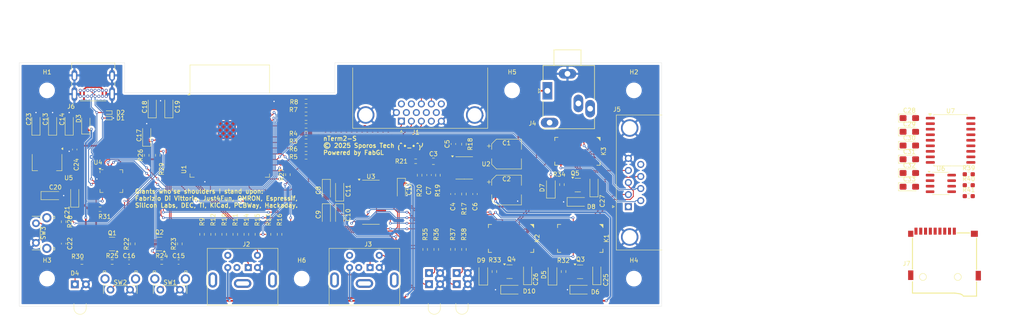
<source format=kicad_pcb>
(kicad_pcb (version 20240108) (generator "pcbnew") (generator_version "8.0")
  (layers (0 "F.Cu" signal) (31 "B.Cu" signal) (34 "B.Paste" user) (35 "F.Paste" user) (36 "B.SilkS" user "B.Silkscreen") (37 "F.SilkS" user "F.Silkscreen") (38 "B.Mask" user) (39 "F.Mask" user) (44 "Edge.Cuts" user))
  (net 0 "")
  (net 1 "Net-(C1-Pad1)")
  (net 2 "+5V")
  (net 3 "GND")
  (net 4 "Net-(U2--)")
  (net 5 "Net-(C3-Pad1)")
  (net 6 "Net-(C4-Pad1)")
  (net 7 "Net-(C5-Pad2)")
  (net 8 "Net-(C5-Pad1)")
  (net 9 "Net-(U2-BYPASS)")
  (net 10 "Net-(U3-C1+)")
  (net 11 "Net-(U3-C1-)")
  (net 12 "Net-(U3-C2-)")
  (net 13 "Net-(U3-C2+)")
  (net 14 "Net-(U3-V-)")
  (net 15 "Net-(U3-V+)")
  (net 16 "+3V3")
  (net 17 "Net-(C15-Pad1)")
  (net 18 "Net-(C16-Pad1)")
  (net 19 "EN")
  (net 20 "Net-(C22-Pad1)")
  (net 21 "Net-(D5-K)")
  (net 22 "RX_TX_REV_RLY_+")
  (net 23 "RTS_CTS_REV_RLY_+")
  (net 24 "Net-(D9-K)")
  (net 25 "RTS_OR_DTR_RLY_+")
  (net 26 "Net-(D7-K)")
  (net 27 "Net-(D1-A2)")
  (net 29 "Net-(D3-A)")
  (net 30 "Net-(D4-A)")
  (net 31 "REVERSE_RX_TX")
  (net 32 "RX_TX_REV_RLY_-")
  (net 33 "RTS_CTS_OR_DTR_DSR")
  (net 34 "RTS_OR_DTR_RLY_-")
  (net 35 "REVERSE_RTS_CTS_DTR_DSR")
  (net 36 "RTS_CTS_REV_RLY_-")
  (net 37 "Net-(J1-Pad1)")
  (net 39 "Net-(J1-Pad13)")
  (net 41 "Net-(J1-Pad2)")
  (net 44 "Net-(J1-Pad14)")
  (net 45 "Net-(J1-Pad3)")
  (net 47 "Net-(J2-Pad5)")
  (net 48 "Net-(J2-Pad1)")
  (net 51 "Net-(J3-Pad1)")
  (net 52 "Net-(J3-Pad5)")
  (net 56 "/_DSR")
  (net 58 "/_RTS")
  (net 59 "/_RXD")
  (net 60 "/_CTS")
  (net 61 "/_TXD")
  (net 62 "/_DTR")
  (net 64 "/TxD")
  (net 65 "/RxD")
  (net 66 "/_RTS_DTR")
  (net 67 "/_CTS_DSR")
  (net 68 "/CTS")
  (net 69 "/RTS")
  (net 70 "Net-(Q1-B)")
  (net 71 "Net-(Q1-E)")
  (net 72 "Net-(Q2-B)")
  (net 73 "Net-(Q2-E)")
  (net 74 "IO0")
  (net 75 "VGA_RED_0")
  (net 76 "VGA_RED_1")
  (net 77 "VGA_GRN_0")
  (net 78 "VGA_GRN_1")
  (net 79 "VGA_BLU_0")
  (net 80 "VGA_BLU_1")
  (net 81 "VGA_HSYNC")
  (net 82 "VGA_VSYNC")
  (net 83 "KBCLK")
  (net 84 "KBDAT")
  (net 85 "MSCLK")
  (net 86 "MSDAT")
  (net 87 "AUDIO_PWM")
  (net 88 "Net-(U1-IO39-_{ADC1_3{slash}SENSVN})")
  (net 89 "Net-(U4-~{RST})")
  (net 90 "RAM_CS")
  (net 91 "TXD_2")
  (net 92 "Net-(J7-DAT2)")
  (net 93 "RXD_2")
  (net 94 "RXD_0")
  (net 95 "Net-(J7-DAT1)")
  (net 96 "RAM_CLK{slash}SPI_CLK")
  (net 97 "RTS_2")
  (net 99 "IO_CS")
  (net 100 "IO_MOSI")
  (net 101 "RAM_SD2{slash}SPI_HD")
  (net 102 "IO_MISO")
  (net 103 "CTS_2")
  (net 104 "TXD_0")
  (net 123 "Net-(D11-A1)")
  (net 124 "Net-(D11-A2)")
  (net 125 "Net-(D12-A2)")
  (net 126 "Net-(D12-A1)")
  (net 129 "Net-(D2-A2)")
  (net 130 "Net-(J4-2)")
  (net 132 "RAM_SD0{slash}SPI_MISO")
  (net 133 "IO_CLK")
  (net 135 "RAM_SD1{slash}SPI_MOSI")
  (net 136 "RAM_SD3{slash}SPI_WP")
  (net 137 "RAM_SD2")
  (net 138 "RAM_SD3")
  (net 139 "RAM_SD0")
  (net 140 "RAM_CLK")
  (net 141 "RAM_SD1")
  (footprint "Resistor_SMD:R_0603_1608Metric_Pad0.98x0.95mm_HandSolder" (layer "F.Cu") (at 38.1 66.9525 -90)
    (property "Reference" "R28")
    (property "Value" "470")
  )
  (footprint "MountingHole:MountingHole_3.2mm_M3" (layer "F.Cu") (at 168.91 80.01)
    (property "Reference" "H4")
    (property "Value" "MountingHole")
  )
  (footprint "Capacitor_Tantalum_SMD:CP_EIA-3216-18_Kemet-A_Pad1.58x1.35mm_HandSolder" (layer "F.Cu") (at 232.0915 46.327)
    (property "Reference" "C29")
    (property "Value" "10u")
  )
  (footprint "Resistor_SMD:R_0603_1608Metric_Pad0.98x0.95mm_HandSolder" (layer "F.Cu") (at 93.7025 43.18)
    (property "Reference" "R2" (hide yes))
    (property "Value" "390")
  )
  (footprint "Resistor_SMD:R_0603_1608Metric_Pad0.98x0.95mm_HandSolder" (layer "F.Cu") (at 57.15 51.7125 90)
    (property "Reference" "R26")
    (property "Value" "12K")
  )
  (footprint "Resistor_SMD:R_0603_1608Metric_Pad0.98x0.95mm_HandSolder" (layer "F.Cu") (at 136.906 78.3825 90)
    (property "Reference" "R33")
    (property "Value" "470")
  )
  (footprint "MountingHole:MountingHole_3.2mm_M3" (layer "F.Cu") (at 34.29 36.83)
    (property "Reference" "H1")
    (property "Value" "MountingHole")
  )
  (footprint "Resistor_SMD:R_0603_1608Metric_Pad0.98x0.95mm_HandSolder" (layer "F.Cu") (at 129.921 49.1725 -90)
    (property "Reference" "R18")
    (property "Value" "10K")
  )
  (footprint "Diode_SMD:D_SOD-923" (layer "F.Cu") (at 48.348 43.18 180)
    (property "Reference" "D1")
    (property "Value" "ESD9B5.0ST5G")
  )
  (footprint "Package_SO:SOIC-18W_7.5x11.6mm_P1.27mm" (layer "F.Cu") (at 241.5515 48.272)
    (property "Reference" "U7")
    (property "Value" "MCP23S09")
  )
  (footprint "Diode_SMD:D_SOD-123" (layer "F.Cu") (at 149.86 59.181 90)
    (property "Reference" "D7")
    (property "Value" "BAT43W-V")
  )
  (footprint "Diode_SMD:D_SOD-123" (layer "F.Cu") (at 140.716 82.55)
    (property "Reference" "D10")
    (property "Value" "BAT43W-V")
  )
  (footprint "Resistor_SMD:R_0603_1608Metric_Pad0.98x0.95mm_HandSolder" (layer "F.Cu") (at 245.7215 61.087)
    (property "Reference" "R41")
    (property "Value" "47K")
  )
  (footprint "Relay_SMD:Relay_DPDT_AXICOM_IMSeries_JLeg" (layer "F.Cu") (at 156.601 70.78 -90)
    (property "Reference" "K1")
    (property "Value" "IM41 3V")
  )
  (footprint "Button_Switch_THT:SW_Tactile_SPST_Angled_PTS645Vx58-2LFS" (layer "F.Cu") (at 53.34 82.55 180)
    (property "Reference" "SW2")
    (property "Value" "RESET")
  )
  (footprint "Resistor_SMD:R_0603_1608Metric_Pad0.98x0.95mm_HandSolder" (layer "F.Cu") (at 129.921 60.6025 -90)
    (property "Reference" "R17")
    (property "Value" "10")
  )
  (footprint "RF_Module:ESP32-WROOM-32" (layer "F.Cu") (at 76.2 46.858)
    (property "Reference" "U1")
    (property "Value" "ESP32-WROOM-32")
  )
  (footprint "Resistor_SMD:R_0603_1608Metric_Pad0.98x0.95mm_HandSolder" (layer "F.Cu") (at 80.01 69.85 90)
    (property "Reference" "R14")
    (property "Value" "2K2")
  )
  (footprint "Button_Switch_THT:SW_Tactile_SPST_Angled_PTS645Vx58-2LFS" (layer "F.Cu") (at 64.77 82.55 180)
    (property "Reference" "SW1")
    (property "Value" "IO0")
  )
  (footprint "Resistor_SMD:R_0603_1608Metric_Pad0.98x0.95mm_HandSolder" (layer "F.Cu") (at 152.4 58.4435 90)
    (property "Reference" "R34")
    (property "Value" "470")
  )
  (footprint "Capacitor_SMD:C_0603_1608Metric_Pad1.08x0.95mm_HandSolder" (layer "F.Cu") (at 132.461 60.6025 -90)
    (property "Reference" "C6")
    (property "Value" "100n")
  )
  (footprint "Custom_Footprints:Connector_Mini-DIN_Female_6Pin_2rows" (layer "F.Cu") (at 80.45 77.47)
    (property "Reference" "J2")
    (property "Value" "Keyboard")
  )
  (footprint "Capacitor_Tantalum_SMD:CP_EIA-3216-18_Kemet-A_Pad1.58x1.35mm_HandSolder" (layer "F.Cu") (at 160.401 78.9075 90)
    (property "Reference" "C25")
    (property "Value" "220u")
  )
  (footprint "Resistor_SMD:R_0603_1608Metric_Pad0.98x0.95mm_HandSolder" (layer "F.Cu") (at 93.7025 46.736)
    (property "Reference" "R4")
    (property "Value" "390")
  )
  (footprint "Package_SO:SOIC-8_3.9x4.9mm_P1.27mm" (layer "F.Cu") (at 239.3215 58.167)
    (property "Reference" "U6")
    (property "Value" "ESP-PSRAM32/ESP-PSRAM64/IPS6404/APS6404")
  )
  (footprint "Diode_SMD:D_SOD-123" (layer "F.Cu") (at 150.241 79.12 90)
    (property "Reference" "D5")
    (property "Value" "BAT43W-V")
  )
  (footprint "Resistor_SMD:R_0603_1608Metric_Pad0.98x0.95mm_HandSolder" (layer "F.Cu") (at 152.781 78.3825 90)
    (property "Reference" "R32")
    (property "Value" "470")
  )
  (footprint "Capacitor_Tantalum_SMD:CP_EIA-3216-18_Kemet-A_Pad1.58x1.35mm_HandSolder" (layer "F.Cu") (at 144.526 78.9075 90)
    (property "Reference" "C26")
    (property "Value" "220u")
  )
  (footprint "Diode_SMD:D_SOD-123" (layer "F.Cu") (at 134.366 79.12 90)
    (property "Reference" "D9")
    (property "Value" "BAT43W-V")
  )
  (footprint "LED_THT:DIALIGHT_LED_3MM_DOUBLE" (layer "F.Cu") (at 121.92 78.74)
    (property "Reference" "D11" (hide yes))
    (property "Value" "LED_Dual_AKAK")
  )
  (footprint "Resistor_SMD:R_0603_1608Metric_Pad0.98x0.95mm_HandSolder" (layer "F.Cu") (at 129.921 73.3025 -90)
    (property "Reference" "R38")
    (property "Value" "2K")
  )
  (footprint "Package_SO:SOIC-8_3.9x4.9mm_P1.27mm" (layer "F.Cu") (at 129.986 54.61)
    (property "Reference" "U2")
    (property "Value" "LM386")
  )
  (footprint "Resistor_SMD:R_0603_1608Metric_Pad0.98x0.95mm_HandSolder" (layer "F.Cu") (at 93.7025 39.37 180)
    (property "Reference" "R8")
    (property "Value" "220")
  )
  (footprint "Capacitor_SMD:C_0603_1608Metric_Pad1.08x0.95mm_HandSolder" (layer "F.Cu") (at 40.64 50.3925 -90)
    (property "Reference" "C24")
    (property "Value" "1n")
  )
  (footprint "Resistor_SMD:R_0603_1608Metric_Pad0.98x0.95mm_HandSolder" (layer "F.Cu") (at 72.39 69.85 90)
    (property "Reference" "R12")
    (property "Value" "120")
  )
  (footprint "Capacitor_Tantalum_SMD:CP_EIA-3216-18_Kemet-A_Pad1.58x1.35mm_HandSolder" (layer "F.Cu") (at 101.408 65.3185 -90)
    (property "Reference" "C10")
    (property "Value" "0.1u")
  )
  (footprint "Capacitor_Tantalum_SMD:CP_EIA-3216-18_Kemet-A_Pad1.58x1.35mm_HandSolder" (layer "F.Cu") (at 39.37 44.6175 90)
    (property "Reference" "C14")
    (property "Value" "0.1u/25v")
  )
  (footprint "Capacitor_Tantalum_SMD:CP_EIA-3216-18_Kemet-A_Pad1.58x1.35mm_HandSolder" (layer "F.Cu") (at 232.0915 52.627)
    (property "Reference" "C31")
    (property "Value" "10u")
  )
  (footprint "LED_THT:DIALIGHT_LED_3MM_DOUBLE" (layer "F.Cu") (at 128.27 78.74)
    (property "Reference" "D12" (hide yes))
    (property "Value" "LED_Dual_AKAK")
  )
  (footprint "Resistor_SMD:R_0603_1608Metric_Pad0.98x0.95mm_HandSolder" (layer "F.Cu") (at 59.69 51.7125 90)
    (property "Reference" "R29")
    (property "Value" "12K")
  )
  (footprint "Custom_Footprints:Connector_Mini-DIN_Female_6Pin_2rows" (layer "F.Cu") (at 108.39 77.47)
    (property "Reference" "J3")
    (property "Value" "Mouse")
  )
  (footprint "Capacitor_SMD:C_0603_1608Metric_Pad1.08x0.95mm_HandSolder" (layer "F.Cu") (at 53.0925 76.2)
    (property "Reference" "C16")
    (property "Value" "1n")
  )
  (footprint "Package_TO_SOT_SMD:SOT-223-3_TabPin2" (layer "F.Cu") (at 34.29 53.34 -90)
    (property "Reference" "U5")
    (property "Value" "NCP1117-3.3_SOT223")
  )
  (footprint "Capacitor_Tantalum_SMD:CP_EIA-3216-18_Kemet-A_Pad1.58x1.35mm_HandSolder" (layer "F.Cu") (at 58.42 40.64 90)
    (property "Reference" "C18")
    (property "Value" "100u")
  )
  (footprint "Capacitor_Tantalum_SMD:CP_EIA-3216-18_Kemet-A_Pad1.58x1.35mm_HandSolder" (layer "F.Cu") (at 232.0915 55.777)
    (property "Reference" "C32")
    (property "Value" "0.1u")
  )
  (footprint "Resistor_SMD:R_0603_1608Metric_Pad0.98x0.95mm_HandSolder" (layer "F.Cu") (at 49.2325 76.2)
    (property "Reference" "R25")
    (property "Value" "470")
  )
  (footprint "Resistor_SMD:R_0603_1608Metric_Pad0.98x0.95mm_HandSolder" (layer "F.Cu") (at 119.761 56.2845 90)
    (property "Reference" "R20")
    (property "Value" "150")
  )
  (footprint "Package_SO:SOIC-16_3.9x9.9mm_P1.27mm" (layer "F.Cu") (at 108.585 62.484)
    (property "Reference" "U3")
    (property "Value" "MAX3232E")
  )
  (footprint "MountingHole:MountingHole_3.2mm_M3" (layer "F.Cu") (at 34.29 80.01)
    (property "Reference" "H3")
    (property "Value" "MountingHole")
  )
  (footprint "Capacitor_Tantalum_SMD:CP_EIA-3216-18_Kemet-A_Pad1.58x1.35mm_HandSolder" (layer "F.Cu") (at 232.0915 58.927)
    (property "Reference" "C33")
    (property "Value" "0.1u")
  )
  (footprint "MountingHole:MountingHole_3.2mm_M3" (layer "F.Cu") (at 92.71 80.01)
    (property "Reference" "H6")
    (property "Value" "MountingHole")
  )
  (footprint "Capacitor_Tantalum_SMD:CP_EIA-3216-18_Kemet-A_Pad1.58x1.35mm_HandSolder" (layer "F.Cu") (at 31.75 44.6175 90)
    (property "Reference" "C23")
    (property "Value" "100u")
  )
  (footprint "Capacitor_Tantalum_SMD:CP_EIA-3216-18_Kemet-A_Pad1.58x1.35mm_HandSolder" (layer "F.Cu") (at 98.36 65.3185 -90)
    (property "Reference" "C9")
    (property "Value" "0.1u")
  )
  (footprint "Package_TO_SOT_SMD:SOT-23" (layer "F.Cu") (at 156.0345 58.547)
    (property "Reference" "Q5")
    (property "Value" "BC817")
  )
  (footprint "Capacitor_SMD:C_0603_1608Metric_Pad1.08x0.95mm_HandSolder" (layer "F.Cu") (at 64.4625 76.2)
    (property "Reference" "C15")
    (property "Value" "1n")
  )
  (footprint "Relay_SMD:Relay_DPDT_AXICOM_IMSeries_JLeg" (layer "F.Cu") (at 140.726 70.78 -90)
    (property "Reference" "K2")
    (property "Value" "IM41 3V")
  )
  (footprint "Capacitor_Tantalum_SMD:CP_EIA-3216-18_Kemet-A_Pad1.58x1.35mm_HandSolder" (layer "F.Cu") (at 40.64 61.1275 90)
    (property "Reference" "C21")
    (property "Value" "0.1u/25v")
  )
  (footprint "Package_TO_SOT_SMD:SOT-23" (layer "F.Cu") (at 60.0025 72.07 180)
    (property "Reference" "Q2")
    (property "Value" "BC817")
  )
  (footprint "Connector_USB:USB_C_Receptacle_Molex_213716-0001" (layer "F.Cu") (at 47.86 38.178 180)
    (property "Reference" "J6")
    (property "Value" "USB_C_Receptacle_USB2.0_16P")
  )
  (footprint "Capacitor_Tantalum_SMD:CP_EIA-3216-18_Kemet-A_Pad1.58x1.35mm_HandSolder" (layer "F.Cu") (at 115.57 59.4765 -90)
    (property "Reference" "C12")
    (property "Value" "0.1u")
  )
  (footprint "Capacitor_Tantalum_SMD:CP_EIA-3216-18_Kemet-A_Pad1.58x1.35mm_HandSolder" (layer "F.Cu") (at 35.3925 60.96)
    (property "Reference" "C20")
    (property "Value" "10u/25v")
  )
  (footprint "Button_Switch_THT:SW_Tactile_SPST_Angled_PTS645Vx58-2LFS" (layer "F.Cu") (at 31.75 71.81 90)
    (property "Reference" "SW3")
    (property "Value" "DEFAULTS")
  )
  (footprint "Capacitor_SMD:C_0603_1608Metric_Pad1.08x0.95mm_HandSolder" (layer "F.Cu") (at 127.508 49.1225 90)
    (property "Reference" "C5")
    (property "Value" "2.2n")
  )
  (footprint "Resistor_SMD:R_0603_1608Metric_Pad0.98x0.95mm_HandSolder" (layer "F.Cu") (at 93.7025 52.07)
    (property "Reference" "R5")
    (property "Value" "820")
  )
  (footprint "LED_THT:DIALIGHT_LED_3MM_SINGLE" (layer "F.Cu") (at 40.65875 81.3075)
    (property "Reference" "D4")
    (property "Value" "LED")
  )
  (footprint "Connector_Dsub:DSUB-9_Male_Horizontal_P2.77x2.84mm_EdgePinOffset4.94mm_Housed_MountingHolesOffset7.48mm" (layer "F.Cu") (at 167.64 63.5 90)
    (property "Reference" "J5")
    (property "Value" "DE9_Plug_MountingHoles")
  )
  (footprint "Capacitor_SMD:CP_Elec_6.3x7.7" (layer "F.Cu") (at 139.7 59.69)
    (property "Reference" "C2")
    (property "Value" "100u")
  )
  (footprint "Resistor_SMD:R_0603_1608Metric_Pad0.98x0.95mm_HandSolder" (layer "F.Cu") (at 93.7025 48.514)
    (property "Reference" "R3")
    (property "Value" "820")
  )
  (footprint "Capacitor_SMD:CP_Elec_6.3x7.7" (layer "F.Cu") (at 139.7 51.435)
    (property "Reference" "C1")
    (property "Value" "220u")
  )
  (footprint "Capacitor_Tantalum_SMD:CP_EIA-3216-18_Kemet-A_Pad1.58x1.35mm_HandSolder" (layer "F.Cu") (at 98.36 59.7305 -90)
    (property "Reference" "C8")
    (property "Value" "0.1u")
  )
  (footprint "MountingHole:MountingHole_3.2mm_M3" (layer "F.Cu") (at 168.91 36.83)
    (property "Reference" "H2")
    (property "Value" "MountingHole")
  )
  (footprint "Package_DFN_QFN:QFN-28-1EP_5x5mm_P0.5mm_EP3.35x3.35mm" (layer "F.Cu") (at 49.045 57.635)
    (property "Reference" "U4")
    (property "Value" "CP2102N-Axx-xQFN28")
  )
  (footprint "Connector_Dsub:DSUB-15-HD_Female_Horizontal_P2.29x1.98mm_EdgePinOffset8.35mm_Housed_MountingHolesOffset10.89mm" (layer "F.Cu") (at 115.57 43.89 180)
    (property "Reference" "J1")
    (property "Value" "VGA")
  )
  (footprint "SDBox-mini:GCT-MEM2055-00-190-01-A" (layer "F.Cu") (at 240.16 68.323 180)
    (property "Reference" "J7")
    (property "Value" "Micro_SD_Card_Det1")
  )
  (footprint "Resistor_SMD:R_0603_1608Metric_Pad0.98x0.95mm_HandSolder" (layer "F.Cu") (at 118.8485 53.086 180)
    (property "Reference" "R21")
    (property "Value" "270")
  )
  (footprint "Resistor_SMD:R_0603_1608Metric_Pad0.98x0.95mm_HandSolder" (layer "F.Cu") (at 127.381 73.3025 -90)
    (property "Reference" "R37")
    (property "Value" "2K")
  )
  (footprint "Capacitor_Tantalum_SMD:CP_EIA-3216-18_Kemet-A_Pad1.58x1.35mm_HandSolder" (layer "F.Cu") (at 232.0915 49.477)
    (property "Reference" "C30")
    (property "Value" "0.1u")
  )
  (footprint "Resistor_SMD:R_0603_1608Metric_Pad0.98x0.95mm_HandSolder" (layer "F.Cu") (at 123.571 73.3025 -90)
    (property "Reference" "R36")
    (property "Value" "2K")
  )
  (footprint "Resistor_SMD:R_0603_1608Metric_Pad0.98x0.95mm_HandSolder" (layer "F.Cu") (at 53.955 72.0325 90)
    (property "Reference" "R22")
    (property "Value" "10K")
  )
  (footprint "Capacitor_Tantalum_SMD:CP_EIA-3216-18_Kemet-A_Pad1.58x1.35mm_HandSolder" (layer "F.Cu") (at 159.756 58.76 90)
    (property "Reference" "C27")
    (property "Value" "220u")
  )
  (footprint "Resistor_SMD:R_0603_1608Metric_Pad0.98x0.95mm_HandSolder" (layer "F.Cu") (at 82.55 69.85 90)
    (property "Reference" "R15")
    (property "Value" "120")
  )
  (footprint "Capacitor_SMD:C_0603_1608Metric_Pad1.08x0.95mm_HandSolder" (layer "F.Cu") (at 121.92 56.2345 90)
    (property "Reference" "C7")
    (property "Value" "100n")
  )
  (footprint "Resistor_SMD:R_0603_1608Metric_Pad0.98x0.95mm_HandSolder" (layer "F.Cu") (at 69.85 69.85 90)
    (property "Reference" "R9")
    (property "Value" "2K2")
  )
  (footprint "Relay_SMD:Relay_DPDT_AXICOM_IMSeries_JLeg" (layer "F.Cu") (at 155.956 50.8 -90)
    (property "Reference" "K3")
    (property "Value" "IM41 3V")
  )
  (footprint "Capacitor_Tantalum_SMD:CP_EIA-3216-18_Kemet-A_Pad1.58x1.35mm_HandSolder" (layer "F.Cu") (at 101.408 59.7305 90)
    (property "Reference" "C11")
    (property "Value" "0.1u")
  )
  (footprint "Diode_SMD:D_SOD-123" (layer "F.Cu") (at 156.591 82.55)
    (property "Reference" "D6")
    (property "Value" "BAT43W-V")
  )
  (footprint "Capacitor_SMD:C_0805_2012Metric_Pad1.18x1.45mm_HandSolder" (layer "F.Cu") (at 122.9145 53.086)
    (property "Reference" "C3")
    (property "Value" "10u")
  )
  (footprint "Resistor_SMD:R_0603_1608Metric_Pad0.98x0.95mm_HandSolder" (layer "F.Cu") (at 85.09 69.85 90)
    (property "Reference" "R13")
    (property "Value" "2K2")
  )
  (footprint "Diode_SMD:D_SOD-923" (layer "F.Cu") (at 48.348 41.91 180)
    (property "Reference" "D2")
    (property "Value" "ESD9B5.0ST5G")
  )
  (footprint "Capacitor_Tantalum_SMD:CP_EIA-3216-18_Kemet-A_Pad1.58x1.35mm_HandSolder" (layer "F.Cu") (at 62.23 40.64 90)
    (property "Reference" "C19")
    (property "Value" "0.1u")
  )
  (footprint "Connector_Audio:Jack_3.5mm_Ledino_KB3SPRS_Horizontal" (layer "F.Cu") (at 149.07 36.92 -90)
    (property "Reference" "J4")
    (property "Value" "Speaker")
  )
  (footprint "Package_TO_SOT_SMD:SOT-23" (layer "F.Cu") (at 49.2075 72.07 180)
    (property "Reference" "Q1")
    (property "Value" "BC817")
  )
  (footprint "Capacitor_SMD:C_0603_1608Metric_Pad1.08x0.95mm_HandSolder" (layer "F.Cu") (at 127.381 60.6025 90)
    (property "Reference" "C4")
    (property "Value" "47n")
  )
  (footprint "Capacitor_Tantalum_SMD:CP_EIA-3216-18_Kemet-A_Pad1.58x1.35mm_HandSolder" (layer "F.Cu") (at 35.56 44.6175 90)
    (property "Reference" "C13")
    (property "Value" "10u/25v")
  )
  (footprint "Capacitor_SMD:C_0603_1608Metric_Pad1.08x0.95mm_HandSolder" (layer "F.Cu") (at 38.1 71.9825 -90)
    (property "Reference" "C22")
    (property "Value" "1n")
  )
  (footprint "Package_TO_SOT_SMD:SOT-23" (layer "F.Cu") (at 156.556 78.445)
    (property "Reference" "Q3")
    (property "Value" "BC817")
  )
  (footprint "Resistor_SMD:R_0603_1608Metric_Pad0.98x0.95mm_HandSolder" (layer "F.Cu") (at 245.7215 58.577)
    (property "Reference" "R40")
    (property "Value" "47K")
  )
  (footprint "Resistor_SMD:R_0603_1608Metric_Pad0.98x0.95mm_HandSolder" (layer "F.Cu") (at 64.75 72.0325 90)
    (property "Reference" "R23")
    (property "Value" "10K")
  )
  (footprint "Resistor_SMD:R_0603_1608Metric_Pad0.98x0.95mm_HandSolder" (layer "F.Cu") (at 93.7025 50.292)
    (property "Reference" "R6")
    (property "Value" "390")
  )
  (footprint "Resistor_SMD:R_0603_1608Metric_Pad0.98x0.95mm_HandSolder" (layer "F.Cu") (at 89.535 56.1575 90)
    (property "Reference" "R27")
    (property "Value" "5K")
  )
  (footprint "Resistor_SMD:R_0603_1608Metric_Pad0.98x0.95mm_HandSolder" (layer "F.Cu") (at 121.031 73.3025 -90)
    (property "Reference" "R35")
    (property "Value" "2K")
  )
  (footprint "Resistor_SMD:R_0603_1608Metric_Pad0.98x0.95mm_HandSolder" (layer "F.Cu") (at 87.63 69.85 90)
    (property "Reference" "R16")
    (property "Value" "120")
  )
  (footprint "Resistor_SMD:R_0603_1608Metric_Pad0.98x0.95mm_HandSolder" (layer "F.Cu") (at 74.93 69.85 90)
    (property "Reference" "R10")
    (property "Value" "2K2")
  )
  (footprint "Resistor_SMD:R_0603_1608Metric_Pad0.98x0.95mm_HandSolder" (layer "F.Cu") (at 46.4575 64.075)
    (property "Reference" "R31")
    (property "Value" "4.7K")
  )
  (footprint "Resistor_SMD:R_0603_1608Metric_Pad0.98x0.95mm_HandSolder" (layer "F.Cu") (at 93.7025 41.275 180)
    (property "Reference" "R7")
    (property "Value" "220")
  )
  (footprint "Diode_SMD:Nexperia_CFP3_SOD-123W" (layer "F.Cu") (at 43.18 44.58 90)
    (property "Reference" "D3")
    (property "Value" "1N5819")
  )
  (footprint "Resistor_SMD:R_0603_1608Metric_Pad0.98x0.95mm_HandSolder" (layer "F.Cu") (at 93.7025 44.958)
    (property "Reference" "R1" (hide yes))
    (property "Value" "820")
  )
  (footprint "Resistor_SMD:R_0603_1608Metric_Pad0.98x0.95mm_HandSolder" (layer "F.Cu") (at 42.291 76.2 180)
    (property "Reference" "R30")
    (property "Value" "2K")
  )
  (footprint "Resistor_SMD:R_0603_1608Metric_Pad0.98x0.95mm_HandSolder" (layer "F.Cu") (at 123.952 56.2845 90)
    (property "Reference" "R19")
    (property "Value" "10K")
  )
  (footprint "Capacitor_Tantalum_SMD:CP_EIA-3216-18_Kemet-A_Pad1.58x1.35mm_HandSolder" (layer "F.Cu") (at 57.15 47.1575 90)
    (property "Reference" "C17")
    (property "Value" "1u")
  )
  (footprint "Resistor_SMD:R_0603_1608Metric_Pad0.98x0.95mm_HandSolder" (layer "F.Cu") (at 245.7215 56.067)
    (property "Reference" "R39")
    (property "Value" "10K")
  )
  (footprint "MountingHole:MountingHole_3.2mm_M3" (layer "F.Cu") (at 140.97 36.83)
    (property "Reference" "H5")
    (property "Value" "MountingHole")
  )
  (footprint "Resistor_SMD:R_0603_1608Metric_Pad0.98x0.95mm_HandSolder" (layer "F.Cu") (at 60.6025 76.2)
    (property "Reference" "R24")
    (property "Value" "470")
  )
  (footprint "Diode_SMD:D_SOD-123" (layer "F.Cu") (at 155.946 62.4025)
    (property "Reference" "D8")
    (property "Value" "BAT43W-V")
  )
  (footprint "Capacitor_Tantalum_SMD:CP_EIA-3216-18_Kemet-A_Pad1.58x1.35mm_HandSolder" (layer "F.Cu") (at 232.0915 43.177)
    (property "Reference" "C28")
    (property "Value" "10u")
  )
  (footprint "Resistor_SMD:R_0603_1608Metric_Pad0.98x0.95mm_HandSolder" (layer "F.Cu") (at 77.47 69.85 90)
    (property "Reference" "R11")
    (property "Value" "120")
  )
  (footprint "Package_TO_SOT_SMD:SOT-23" (layer "F.Cu") (at 140.3835 78.42)
    (property "Reference" "Q4")
    (property "Value" "BC817")
  )
  (gr_line (start 52.07 30.48) (end 27.94 30.48) (stroke (width 0.05)) (layer "Edge.Cuts"))
  (gr_line (start 100.33 37.338) (end 100.33 30.48) (stroke (width 0.05)) (layer "Edge.Cuts"))
  (gr_line (start 100.33 30.48) (end 175.26 30.48) (stroke (width 0.05)) (layer "Edge.Cuts"))
  (gr_line (start 27.94 86.36) (end 27.94 30.48) (stroke (width 0.05)) (layer "Edge.Cuts"))
  (gr_line (start 52.065795 37.338) (end 66.421 37.338) (stroke (width 0.05)) (layer "Edge.Cuts"))
  (gr_line (start 175.26 86.36) (end 27.94 86.36) (stroke (width 0.05)) (layer "Edge.Cuts"))
  (gr_line (start 52.07 30.48) (end 52.065795 37.338) (stroke (width 0.05)) (layer "Edge.Cuts"))
  (gr_line (start 175.26 30.48) (end 175.26 86.36) (stroke (width 0.05)) (layer "Edge.Cuts"))
  (gr_line (start 66.421 37.338) (end 100.33 37.338) (stroke (width 0.05)) (layer "Edge.Cuts"))
  (gr_text "nTerm2-S\n© 2025 Sporos Tech ₍^•_•^₎ﾉ\nPowered by FabGL" (at 97.536 51.689 0) (layer "F.SilkS") (effects (font (size 1 1) (thickness 0.2) (bold yes)) (justify left bottom)))
  (gr_text "Giants who'se shoulders I stand upon:\nFabrizio Di Vittorio, Just4Fun, OMRON, Espressif,\nSilicon Labs, DEC, TI, KiCad, PCBWay, Hackaday.\n " (at 54.356 65.405 0) (layer "F.SilkS") (effects (font (size 1 1) (thickness 0.2) (bold yes)) (justify left bottom)))
  (segment (start 137 50.4025) (end 136.6825 50.085) (width 0.4) (layer "F.Cu") (net 1))
  (segment (start 129.921 56.515) (end 129.921 50.085) (width 0.4) (layer "F.Cu") (net 1))
  (segment (start 137 51.435) (end 137 50.4025) (width 0.4) (layer "F.Cu") (net 1))
  (segment (start 136.6825 50.085) (end 129.921 50.085) (width 0.4) (layer "F.Cu") (net 1))
  (segment (start 129.921 56.515) (end 132.461 56.515) (width 0.4) (layer "F.Cu") (net 1))
  (segment (start 129.921 56.515) (end 129.921 59.69) (width 0.4) (layer "F.Cu") (net 1))
  (segment (start 47.23 60.085) (end 47.545 60.085) (width 0.2) (layer "F.Cu") (net 2))
  (segment (start 43.18 45.98) (end 39.445 45.98) (width 0.4) (layer "F.Cu") (net 2))
  (segment (start 44.831 83.312) (end 44.831 79.589) (width 0.4) (layer "F.Cu") (net 2))
  (segment (start 137.16 56.769) (end 135.636 55.245) (width 0.4) (layer "F.Cu") (net 2))
  (segment (start 31.75 49.95) (end 31.99 50.19) (width 0.2) (layer "F.Cu") (net 2))
  (segment (start 46.609 85.09) (end 44.831 83.312) (width 0.4) (layer "F.Cu") (net 2))
  (segment (start 31.75 46.055) (end 31.75 49.95) (width 0.4) (layer "F.Cu") (net 2))
  (segment (start 162.56 85.09) (end 46.609 85.09) (width 0.4) (layer "F.Cu") (net 2))
  (segment (start 39.445 45.98) (end 39.37 46.055) (width 0.4) (layer "F.Cu") (net 2))
  (segment (start 46.99 62.23) (end 46.99 60.325) (width 0.2) (layer "F.Cu") (net 2))
  (segment (start 44.45 45.72) (end 44.19 45.98) (width 0.4) (layer "F.Cu") (net 2))
  (segment (start 137.16 62.23) (end 137.16 56.769) (width 0.4) (layer "F.Cu") (net 2))
  (segment (start 44.831 79.589) (end 43.18 77.938) (width 0.4) (layer "F.Cu") (net 2))
  (segment (start 35.56 46.055) (end 31.75 46.055) (width 0.4) (layer "F.Cu") (net 2))
  (segment (start 46.99 60.325) (end 47.23 60.085) (width 0.2) (layer "F.Cu") (net 2))
  (segment (start 39.37 46.055) (end 35.56 46.055) (width 0.4) (layer "F.Cu") (net 2))
  (segment (start 135.636 55.245) (end 132.461 55.245) (width 0.4) (layer "F.Cu") (net 2))
  (segment (start 44.19 45.98) (end 43.18 45.98) (width 0.4) (layer "F.Cu") (net 2))
  (segment (start 43.18 77.938) (end 43.18 66.04) (width 0.4) (layer "F.Cu") (net 2))
  (via (at 43.18 66.04) (size 0.6) (drill 0.3) (layers "F.Cu" "B.Cu") (net 2))
  (via (at 162.56 85.09) (size 0.6) (drill 0.3) (layers "F.Cu" "B.Cu") (net 2))
  (via (at 104.14 85.09) (size 0.5) (drill 0.3) (layers "F.Cu" "B.Cu") (net 2))
  (via (at 76.2 85.09) (size 0.5) (drill 0.3) (layers "F.Cu" "B.Cu") (net 2))
  (via (at 44.45 45.72) (size 0.6) (drill 0.3) (layers "F.Cu" "B.Cu") (net 2))
  (via (at 46.99 62.23) (size 0.6) (drill 0.3) (layers "F.Cu" "B.Cu") (net 2))
  (via (at 137.16 62.23) (size 0.6) (drill 0.3) (layers "F.Cu" "B.Cu") (net 2))
  (segment (start 163.576 84.074) (end 162.56 85.09) (width 0.4) (layer "B.Cu") (net 2))
  (segment (start 76.2 85.09) (end 75.75 84.64) (width 0.4) (layer "B.Cu") (net 2))
  (segment (start 44.45 47.625) (end 43.18 48.895) (width 0.4) (layer "B.Cu") (net 2))
  (segment (start 103.69 84.64) (end 103.69 77.47) (width 0.4) (layer "B.Cu") (net 2))
  (segment (start 137.16 62.23) (end 139.7 64.77) (width 0.4) (layer "B.Cu") (net 2))
  (segment (start 46.99 62.23) (end 43.18 62.23) (width 0.2) (layer "B.Cu") (net 2))
  (segment (start 75.75 84.64) (end 75.75 77.47) (width 0.4) (layer "B.Cu") (net 2))
  (segment (start 43.18 48.895) (end 43.18 66.04) (width 0.4) (layer "B.Cu") (net 2))
  (segment (start 104.14 85.09) (end 103.69 84.64) (width 0.4) (layer "B.Cu") (net 2))
  (segment (start 139.7 64.77) (end 162.306 64.77) (width 0.4) (layer "B.Cu") (net 2))
  (segment (start 162.306 64.77) (end 163.576 66.04) (width 0.4) (layer "B.Cu") (net 2))
  (segment (start 44.45 45.72) (end 44.45 47.625) (width 0.4) (layer "B.Cu") (net 2))
  (segment (start 163.576 66.04) (end 163.576 84.074) (width 0.4) (layer "B.Cu") (net 2))
  (segment (start 35.56 43.18) (end 35.56 41.91) (width 0.4) (layer "F.Cu") (net 3))
  (segment (start 102.6795 58.674) (end 108.458 58.674) (width 0.2) (layer "F.Cu") (net 3))
  (segment (start 114.635 60.914) (end 113.03 59.309) (width 0.4) (layer "F.Cu") (net 3))
  (segment (start 142.24 62.23) (end 142.781 61.689) (width 0.4) (layer "F.Cu") (net 3))
  (segment (start 31.75 43.18) (end 31.75 41.91) (width 0.4) (layer "F.Cu") (net 3))
  (segment (start 108.458 58.674) (end 108.712 58.928) (width 0.2) (layer "F.Cu") (net 3))
  (segment (start 41.91 38.178) (end 41.91 36.828) (width 0.4) (layer "F.Cu") (net 3))
  (segment (start 103.378 63.881) (end 104.775 62.484) (width 0.2) (layer "F.Cu") (net 3))
  (segment (start 132.461 61.465) (end 133.22 61.465) (width 0.4) (layer "F.Cu") (net 3))
  (segment (start 64.5565 39.2025) (end 60.325 39.2025) (width 0.4) (layer "F.Cu") (net 3))
  (segment (start 152.781 62.4025) (end 149.3975 62.4025) (width 0.4) (layer "F.Cu") (net 3))
  (segment (start 128.193 59.74) (end 127.381 59.74) (width 0.4) (layer "F.Cu") (net 3))
  (segment (start 64.008 81.788) (end 64.77 82.55) (width 0.2) (layer "F.Cu") (net 3))
  (segment (start 53.955 76.2) (end 53.955 78.125) (width 0.2) (layer "F.Cu") (net 3))
  (segment (start 150.241 82.55) (end 148.971 81.28) (width 0.4) (layer "F.Cu") (net 3))
  (segment (start 154.941 82.55) (end 153.67 82.55) (width 0.4) (layer "F.Cu") (net 3))
  (segment (start 148.59 61.595) (end 148.59 60.452) (width 0.4) (layer "F.Cu") (net 3))
  (segment (start 148.971 80.391) (end 151.892 77.47) (width 0.4) (layer "F.Cu") (net 3))
  (segment (start 48.768 43.18) (end 48.768 41.91) (width 0.2) (layer "F.Cu") (net 3))
  (segment (start 153.416 77.47) (end 153.441 77.495) (width 0.2) (layer "F.Cu") (net 3))
  (segment (start 48.768 43.18) (end 49.53 43.18) (width 0.2) (layer "F.Cu") (net 3))
  (segment (start 36.59 50.547135) (end 36.59 50.19) (width 0.2) (layer "F.Cu") (net 3))
  (segment (start 133.096 80.3275) (end 135.9535 77.47) (width 0.4) (layer "F.Cu") (net 3))
  (segment (start 134.366 82.55) (end 133.096 81.28) (width 0.4) (layer "F.Cu") (net 3))
  (segment (start 135.9535 77.47) (end 136.906 77.47) (width 0.4) (layer "F.Cu") (net 3))
  (segment (start 31.75 71.81) (end 32.567 70.993) (width 0.4) (layer "F.Cu") (net 3))
  (segment (start 148.59 60.452) (end 151.511 57.531) (width 0.4) (layer "F.Cu") (net 3))
  (segment (start 119.766433 57.191567) (end 119.761 57.197) (width 0.4) (layer "F.Cu") (net 3))
  (segment (start 152.781 77.47) (end 153.416 77.47) (width 0.2) (layer "F.Cu") (net 3))
  (segment (start 135.255 63.5) (end 140.97 63.5) (width 0.4) (layer "F.Cu") (net 3))
  (segment (start 85.704 38.695) (end 84.95 38.695) (width 0.2) (layer "F.Cu") (net 3))
  (segment (start 108.712 61.087) (end 108.712 59.309) (width 0.2) (layer "F.Cu") (net 3))
  (segment (start 136.906 77.47) (end 139.446 77.47) (width 0.4) (layer "F.Cu") (net 3))
  (segment (start 153.67 82.55) (end 150.241 82.55) (width 0.4) (layer "F.Cu") (net 3))
  (segment (start 86.36 39.351) (end 85.704 38.695) (width 0.2) (layer "F.Cu") (net 3))
  (segment (start 40.64 59.69) (end 39.37 59.69) (width 0.4) (layer "F.Cu") (net 3))
  (segment (start 52.578 81.718) (end 53.36 82.5) (width 0.2) (layer "F.Cu") (net 3))
  (segment (start 155.097 57.597) (end 152.466 57.597) (width 0.4) (layer "F.Cu") (net 3))
  (segment (start 124.507 57.197) (end 125.556 57.197) (width 0.4) (layer "F.Cu") (net 3))
  (segment (start 65.325 76.2) (end 65.325 78.125) (width 0.2) (layer "F.Cu") (net 3))
  (segment (start 121.825433 57.191567) (end 119.766433 57.191567) (width 0.4) (layer "F.Cu") (net 3))
  (segment (start 151.511 57.531) (end 152.4 57.531) (width 0.4) (layer "F.Cu") (net 3))
  (segment (start 108.712 59.309) (end 111.06 59.309) (width 0.2) (layer "F.Cu") (net 3))
  (segment (start 38.1 60.96) (end 36.83 60.96) (width 0.4) (layer "F.Cu") (net 3))
  (segment (start 131.823 61.465) (end 130.937 60.579) (width 0.4) (layer "F.Cu") (net 3))
  (segment (start 137.16 82.55) (end 134.366 82.55) (width 0.4) (layer "F.Cu") (net 3))
  (segment (start 113.03 59.309) (end 111.06 59.309) (width 0.4) (layer "F.Cu") (net 3))
  (segment (start 115.57 60.914) (end 114.635 60.914) (width 0.4) (layer "F.Cu") (net 3))
  (segment (start 67.45 38.608) (end 65.151 38.608) (width 0.4) (layer "F.Cu") (net 3))
  (segment (start 39.37 43.18) (end 39.37 41.91) (width 0.4) (layer "F.Cu") (net 3))
  (segment (start 39.37 50.8) (end 39.825 51.255) (width 0.4) (layer "F.Cu") (net 3))
  (segment (start 132.461 61.465) (end 131.823 61.465) (width 0.4) (layer "F.Cu") (net 3))
  (segment (start 52.578 79.502) (end 52.578 81.718) (width 0.2) (layer "F.Cu") (net 3))
  (segment (start 65.151 38.608) (end 64.5565 39.2025) (width 0.4) (layer "F.Cu") (net 3))
  (segment (start 140.97 63.5) (end 142.24 62.23) (width 0.4) (layer "F.Cu") (net 3))
  (segment (start 142.781 61.689) (end 142.781 59.69) (width 0.4) (layer "F.Cu") (net 3))
  (segment (start 116.794 60.914) (end 115.57 60.914) (width 0.4) (layer "F.Cu") (net 3))
  (segment (start 104.775 62.484) (end 107.315 62.484) (width 0.2) (layer "F.Cu") (net 3))
  (segment (start 127.511 55.245) (end 127.511 56.515) (width 0.4) (layer "F.Cu") (net 3))
  (segment (start 123.952 57.197) (end 124.507 57.197) (width 0.4) (layer "F.Cu") (net 3))
  (segment (start 116.84 60.96) (end 116.794 60.914) (width 0.4) (layer "F.Cu") (net 3))
  (segment (start 32.567 70.993) (end 35.5865 70.993) (width 0.4) (layer "F.Cu") (net 3))
  (segment (start 102.2985 58.293) (end 102.6795 58.674) (width 0.2) (layer "F.Cu") (net 3))
  (segment (start 70.485 57.785) (end 70.49 57.78) (width 0.2) (layer "F.Cu") (net 3))
  (segment (start 133.096 81.28) (end 133.096 80.3275) (width 0.4) (layer "F.Cu") (net 3))
  (segment (start 137.16 82.55) (end 139.066 82.55) (width 0.4) (layer "F.Cu") (net 3))
  (segment (start 151.892 77.47) (end 152.781 77.47) (width 0.4) (layer "F.Cu") (net 3))
  (segment (start 53.955 78.125) (end 52.578 79.502) (width 0.2) (layer "F.Cu") (net 3))
  (segment (start 107.315 62.484) (end 108.712 61.087) (width 0.2) (layer "F.Cu") (net 3))
  (segment (start 130.937 60.579) (end 129.032 60.579) (width 0.4) (layer "F.Cu") (net 3))
  (segment (start 149.3975 62.4025) (end 148.59 61.595) (width 0.4) (layer "F.Cu") (net 3))
  (segment (start 64.008 78.867) (end 64.008 81.788) (width 0.2) (layer "F.Cu") (net 3))
  (segment (start 45.72 57.15) (end 45.735 57.135) (width 0.2) (layer "F.Cu") (net 3))
  (segment (start 60.325 39.2025) (end 60.198 39.2025) (width 0.4) (layer "F.Cu") (net 3))
  (segment (start 152.466 57.597) (end 152.4 57.531) (width 0.2) (layer "F.Cu") (net 3))
  (segment (start 153.441 77.495) (end 155.6185 77.495) (width 0.4) (layer "F.Cu") (net 3))
  (segment (start 47.86 38.178) (end 47.86 36.828) (width 0.4) (layer "F.Cu") (net 3))
  (segment (start 36.59 50.19) (end 36.615 50.165) (width 0.4) (layer "F.Cu") (net 3))
  (segment (start 122.02 57.197) (end 121.92 57.097) (width 0.4) (layer "F.Cu") (net 3))
  (segment (start 48.545 57.135) (end 49.045 57.635) (width 0.2) (layer "F.Cu") (net 3))
  (segment (start 39.825 51.255) (end 40.64 51.255) (width 0.4) (layer "F.Cu") (net 3))
  (segment (start 101.408 63.881) (end 103.378 63.881) (width 0.2) (layer "F.Cu") (net 3))
  (segment (start 133.22 61.465) (end 135.255 63.5) (width 0.4) (layer "F.Cu") (net 3))
  (segment (start 36.615 50.165) (end 38.735 50.165) (width 0.4) (layer "F.Cu") (net 3))
  (segment (start 37.4385 72.845) (end 38.1 72.845) (width 0.4) (layer "F.Cu") (net 3))
  (segment (start 148.971 81.28) (end 148.971 80.391) (width 0.4) (layer "F.Cu") (net 3))
  (segment (start 126.238 56.515) (end 127.511 56.515) (width 0.4) (layer "F.Cu") (net 3))
  (segment (start 39.37 59.69) (end 38.1 60.96) (width 0.4) (layer "F.Cu") (net 3))
  (segment (start 35.5865 70.993) (end 37.4385 72.845) (width 0.4) (layer "F.Cu") (net 3))
  (segment (start 57.15 44.45) (end 57.15 45.72) (width 0.4) (layer "F.Cu") (net 3))
  (segment (start 125.556 57.197) (end 126.238 56.515) (width 0.4) (layer "F.Cu") (net 3))
  (segment (start 38.735 50.165) (end 39.37 50.8) (width 0.4) (layer "F.Cu") (net 3))
  (segment (start 108.712 58.928) (end 108.712 59.309) (width 0.2) (layer "F.Cu") (net 3))
  (segment (start 46.595 57.135) (end 48.545 57.135) (width 0.2) (layer "F.Cu") (net 3))
  (segment (start 154.296 62.4025) (end 152.781 62.4025) (width 0.4) (layer "F.Cu") (net 3))
  (segment (start 70.49 56.455) (end 70.49 57.78) (width 0.2) (layer "F.Cu") (net 3))
  (segment (start 60.325 39.2025) (end 58.42 39.2025) (width 0.4) (layer "F.Cu") (net 3))
  (segment (start 121.92 57.097) (end 121.825433 57.191567) (width 0.4) (layer "F.Cu") (net 3))
  (segment (start 64.75 78.125) (end 64.008 78.867) (width 0.2) (layer "F.Cu") (net 3))
  (segment (start 127.511 56.515) (end 127.511 59.61) (width 0.4) (layer "F.Cu") (net 3))
  (segment (start 101.408 58.293) (end 102.2985 58.293) (width 0.2) (layer "F.Cu") (net 3))
  (segment (start 45.735 57.135) (end 46.595 57.135) (width 0.2) (layer "F.Cu") (net 3))
  (segment (start 129.032 60.579) (end 128.193 59.74) (width 0.4) (layer "F.Cu") (net 3))
  (segment (start 127.511 59.61) (end 127.381 59.74) (width 0.2) (layer "F.Cu") (net 3))
  (segment (start 123.952 57.197) (end 122.02 57.197) (width 0.4) (layer "F.Cu") (net 3))
  (via (at 31.75 41.91) (size 0.6) (drill 0.3) (layers "F.Cu" "B.Cu") (net 3))
  (via (at 153.67 82.55) (size 0.6) (drill 0.3) (layers "F.Cu" "B.Cu") (net 3))
  (via (at 35.56 41.91) (size 0.6) (drill 0.3) (layers "F.Cu" "B.Cu") (net 3))
  (via (at 137.16 82.55) (size 0.6) (drill 0.3) (layers "F.Cu" "B.Cu") (net 3))
  (via (at 49.53 43.18) (size 0.6) (drill 0.3) (layers "F.Cu" "B.Cu") (net 3))
  (via (at 142.24 62.23) (size 0.5) (drill 0.3) (layers "F.Cu" "B.Cu") (net 3))
  (via (at 116.84 60.96) (size 0.5) (drill 0.3) (layers "F.Cu" "B.Cu") (net 3))
  (via (at 152.781 62.4025) (size 0.6) (drill 0.3) (layers "F.Cu" "B.Cu") (net 3))
  (via (at 39.37 41.91) (size 0.6) (drill 0.3) (layers "F.Cu" "B.Cu") (net 3))
  (via (at 57.15 44.45) (size 0.6) (drill 0.3) (layers "F.Cu" "B.Cu") (net 3))
  (via (at 38.1 60.96) (size 0.6) (drill 0.3) (layers "F.Cu" "B.Cu") (net 3))
  (via (at 45.72 57.15) (size 0.6) (drill 0.3) (layers "F.Cu" "B.Cu") (net 3))
  (via (at 86.36 39.351) (size 0.6) (drill 0.3) (layers "F.Cu" "B.Cu") (net 3))
  (via (at 70.49 57.78) (size 0.6) (drill 0.3) (layers "F.Cu" "B.Cu") (net 3))
  (via (at 39.37 50.8) (size 0.6) (drill 0.3) (layers "F.Cu" "B.Cu") (net 3))
  (via (at 60.325 39.2025) (size 0.6) (drill 0.3) (layers "F.Cu" "B.Cu") (net 3))
  (segment (start 133.255 41.485331) (end 133.255 40.650331) (width 0.2) (layer "B.Cu") (net 3))
  (segment (start 134.4 42.630331) (end 133.255 41.485331) (width 0.2) (layer "B.Cu") (net 3))
  (segment (start 127.511 53.975) (end 126.111 53.975) (width 0.2) (layer "F.Cu") (net 4))
  (segment (start 123.952 55.372) (end 123.952 53.086) (width 0.2) (layer "F.Cu") (net 4))
  (segment (start 124.714 55.372) (end 123.952 55.372) (width 0.2) (layer "F.Cu") (net 4))
  (segment (start 124.714 55.372) (end 126.111 53.975) (width 0.2) (layer "F.Cu") (net 4))
  (segment (start 119.761 55.372) (end 121.92 55.372) (width 0.2) (layer "F.Cu") (net 5))
  (segment (start 119.761 55.372) (end 119.761 53.086) (width 0.2) (layer "F.Cu") (net 5))
  (segment (start 119.761 53.086) (end 121.877 53.086) (width 0.2) (layer "F.Cu") (net 5))
  (segment (start 129.921 61.515) (end 127.431 61.515) (width 0.2) (layer "F.Cu") (net 6))
  (segment (start 127.431 61.515) (end 127.381 61.465) (width 0.2) (layer "F.Cu") (net 6))
  (segment (start 127.508 48.26) (end 130.048 48.26) (width 0.2) (layer "F.Cu") (net 7))
  (segment (start 127.511 52.705) (end 127.511 52.132) (width 0.2) (layer "F.Cu") (net 8))
  (segment (start 127.508 52.129) (end 127.511 52.132) (width 0.2) (layer "F.Cu") (net 8))
  (segment (start 127.508 49.985) (end 127.508 52.129) (width 0.2) (layer "F.Cu") (net 8))
  (segment (start 133.663 56.204684) (end 133.338316 55.88) (width 0.2) (layer "F.Cu") (net 9))
  (segment (start 132.461 59.74) (end 132.461 58.928) (width 0.2) (layer "F.Cu") (net 9))
  (segment (start 131.445 55.88) (end 131.137 55.572) (width 0.2) (layer "F.Cu") (net 9))
  (segment (start 131.486001 53.975) (end 132.461 53.975) (width 0.2) (layer "F.Cu") (net 9))
  (segment (start 133.338316 55.88) (end 131.445 55.88) (width 0.2) (layer "F.Cu") (net 9))
  (segment (start 131.137 55.572) (end 131.137 54.324001) (width 0.2) (layer "F.Cu") (net 9))
  (segment (start 132.461 58.928) (end 133.663 57.726) (width 0.2) (layer "F.Cu") (net 9))
  (segment (start 131.137 54.324001) (end 131.486001 53.975) (width 0.2) (layer "F.Cu") (net 9))
  (segment (start 133.663 57.726) (end 133.663 56.204684) (width 0.2) (layer "F.Cu") (net 9))
  (segment (start 99.314 58.293) (end 100.3285 57.2785) (width 0.2) (layer "F.Cu") (net 10))
  (segment (start 98.36 58.293) (end 99.314 58.293) (width 0.2) (layer "F.Cu") (net 10))
  (segment (start 100.3285 57.2785) (end 104.0145 57.2785) (width 0.2) (layer "F.Cu") (net 10))
  (segment (start 104.0145 57.2785) (end 104.775 58.039) (width 0.2) (layer "F.Cu") (net 10))
  (segment (start 104.775 58.039) (end 106.11 58.039) (width 0.2) (layer "F.Cu") (net 10))
  (segment (start 100.4095 62.1825) (end 103.1715 62.1825) (width 0.2) (layer "F.Cu") (net 11))
  (segment (start 99.395 61.168) (end 100.4095 62.1825) (width 0.2) (layer "F.Cu") (net 11))
  (segment (start 103.1715 62.1825) (end 104.775 60.579) (width 0.2) (layer "F.Cu") (net 11))
  (segment (start 104.775 60.579) (end 106.11 60.579) (width 0.2) (layer "F.Cu") (net 11))
  (segment (start 98.36 61.168) (end 99.395 61.168) (width 0.2) (layer "F.Cu") (net 11))
  (segment (start 104.775 63.119) (end 106.11 63.119) (width 0.2) (layer "F.Cu") (net 12))
  (segment (start 99.487 66.756) (end 100.965 65.278) (width 0.2) (layer "F.Cu") (net 12))
  (segment (start 98.36 66.756) (end 99.487 66.756) (width 0.2) (layer "F.Cu") (net 12))
  (segment (start 102.616 65.278) (end 104.775 63.119) (width 0.2) (layer "F.Cu") (net 12))
  (segment (start 100.965 65.278) (end 102.616 65.278) (width 0.2) (layer "F.Cu") (net 12))
  (segment (start 104.1145 62.5095) (end 104.775 61.849) (width 0.2) (layer "F.Cu") (net 13))
  (segment (start 99.314 63.881) (end 100.6855 62.5095) (width 0.2) (layer "F.Cu") (net 13))
  (segment (start 104.775 61.849) (end 106.11 61.849) (width 0.2) (layer "F.Cu") (net 13))
  (segment (start 98.36 63.881) (end 99.314 63.881) (width 0.2) (layer "F.Cu") (net 13))
  (segment (start 100.6855 62.5095) (end 104.1145 62.5095) (width 0.2) (layer "F.Cu") (net 13))
  (segment (start 104.775 64.389) (end 106.11 64.389) (width 0.2) (layer "F.Cu") (net 14))
  (segment (start 102.408 66.756) (end 104.775 64.389) (width 0.2) (layer "F.Cu") (net 14))
  (segment (start 101.408 66.756) (end 102.408 66.756) (width 0.2) (layer "F.Cu") (net 14))
  (segment (start 102.916 61.168) (end 104.775 59.309) (width 0.2) (layer "F.Cu") (net 15))
  (segment (start 104.775 59.309) (end 106.11 59.309) (width 0.2) (layer "F.Cu") (net 15))
  (segment (start 101.408 61.168) (end 102.916 61.168) (width 0.2) (layer "F.Cu") (net 15))
  (segment (start 37.772 48.387) (end 38.915 49.53) (width 0.4) (layer "F.Cu") (net 16))
  (segment (start 38.915 49.53) (end 40.64 49.53) (width 0.4) (layer "F.Cu") (net 16))
  (segment (start 115.824 58.293) (end 115.57 58.039) (width 0.4) (layer "F.Cu") (net 16))
  (segment (start 71.501 69.85) (end 73.279 69.85) (width 0.2) (layer "F.Cu") (net 16))
  (segment (start 69.1115 68.9375) (end 68.58 69.469) (width 0.2) (layer "F.Cu") (net 16))
  (segment (start 59.69 52.625) (end 57.15 52.625) (width 0.4) (layer "F.Cu") (net 16))
  (segment (start 75.6685 68.9375) (end 76.581 69.85) (width 0.2) (layer "F.Cu") (net 16))
  (segment (start 73.279 69.85) (end 74.1915 68.9375) (width 0.2) (layer "F.Cu") (net 16))
  (segment (start 78.359 69.85) (end 79.2715 68.9375) (width 0.2) (layer "F.Cu") (net 16))
  (segment (start 34.29 48.895) (end 34.798 48.387) (width 0.4) (layer "F.Cu") (net 16))
  (segment (start 33.955 60.96) (end 33.955 58.755) (width 0.4) (layer "F.Cu") (net 16))
  (segment (start 62.0625 41.91) (end 62.23 42.0775) (width 0.4) (layer "F.Cu") (net 16))
  (segment (start 70.5885 68.9375) (end 71.501 69.85) (width 0.2) (layer "F.Cu") (net 16))
  (segment (start 45.545 64.075) (end 45.545 60.5) (width 0.2) (layer "F.Cu") (net 16))
  (segment (start 46.99 84.455) (end 45.545 83.01) (width 0.4) (layer "F.Cu") (net 16))
  (segment (start 55.626 44.196) (end 57.912 41.91) (width 0.4) (layer "F.Cu") (net 16))
  (segment (start 116.84 58.42) (end 116.459 58.039) (width 0.4) (layer "F.Cu") (net 16))
  (segment (start 116.205 84.455) (end 68.58 84.455) (width 0.4) (layer "F.Cu") (net 16))
  (segment (start 116.84 83.82) (end 116.205 84.455) (width 0.4) (layer "F.Cu") (net 16))
  (segment (start 115.57 58.039) (end 111.06 58.039) (width 0.4) (layer "F.Cu") (net 16))
  (segment (start 68.58 84.455) (end 46.99 84.455) (width 0.4) (layer "F.Cu") (net 16))
  (segment (start 69.85 68.9375) (end 69.1115 68.9375) (width 0.2) (layer "F.Cu") (net 16))
  (segment (start 55.626 51.816) (end 55.626 49.53) (width 0.4) (layer "F.Cu") (net 16))
  (segment (start 83.82 69.85) (end 84.836 69.85) (width 0.2) (layer "F.Cu") (net 16))
  (segment (start 80.7485 68.9375) (end 81.661 69.85) (width 0.2) (layer "F.Cu") (net 16))
  (segment (start 68.58 69.469) (end 68.58 84.455) (width 0.2) (layer "F.Cu") (net 16))
  (segment (start 33.955 58.755) (end 34.29 58.42) (width 0.4) (layer "F.Cu") (net 16))
  (segment (start 81.661 69.85) (end 83.82 69.85) (width 0.2) (layer "F.Cu") (net 16))
  (segment (start 33.955 62.23) (end 34.29 62.565) (width 0.4) (layer "F.Cu") (net 16))
  (segment (start 33.955 60.96) (end 33.955 62.23) (width 0.4) (layer "F.Cu") (net 16))
  (segment (start 88.9 58.42) (end 89.535 57.785) (width 0.2) (layer "F.Cu") (net 16))
  (segment (start 84.836 69.85) (end 85.09 69.596) (width 0.2) (layer "F.Cu") (net 16))
  (segment (start 85.09 69.596) (end 85.09 68.9375) (width 0.2) (layer "F.Cu") (net 16))
  (segment (start 46.595 59.135) (end 46.595 58.635) (width 0.2) (layer "F.Cu") (net 16))
  (segment (start 56.435 52.625) (end 55.626 51.816) (width 0.4) (layer "F.Cu") (net 16))
  (segment (start 45.545 60.5) (end 46.595 59.45) (width 0.2) (layer "F.Cu") (net 16))
  (segment (start 80.01 68.9375) (end 80.7485 68.9375) (width 0.2) (layer "F.Cu") (net 16))
  (segment (start 79.2715 68.9375) (end 80.01 68.9375) (width 0.2) (layer "F.Cu") (net 16))
  (segment (start 74.93 68.9375) (end 75.6685 68.9375) (width 0.2) (layer "F.Cu") (net 16))
  (segment (start 55.626 49.53) (end 55.626 44.196) (width 0.4) (layer "F.Cu") (net 16))
  (segment (start 116.459 58.039) (end 115.57 58.039) (width 0.4) (layer "F.Cu") (net 16))
  (segment (start 46.595 59.45) (end 46.595 59.135) (width 0.2) (layer "F.Cu") (net 16))
  (segment (start 64.2215 42.0775) (end 66.334 39.965) (width 0.4) (layer "F.Cu") (net 16))
  (segment (start 42.245 62.565) (end 40.64 62.565) (width 0.4) (layer "F.Cu") (net 16))
  (segment (start 34.29 62.565) (end 40.64 62.565) (width 0.4) (layer "F.Cu") (net 16))
  (segment (start 89.535 57.785) (end 89.535 57.07) (width 0.2) (layer "F.Cu") (net 16))
  (segment (start 66.334 39.965) (end 67.45 39.965) (width 0.4) (layer "F.Cu") (net 16))
  (segment (start 57.15 52.625) (end 56.435 52.625) (width 0.4) (layer "F.Cu") (net 16))
  (segment (start 62.23 42.0775) (end 64.2215 42.0775) (width 0.4) (layer "F.Cu") (net 16))
  (segment (start 45.545 83.01) (end 45.545 64.075) (width 0.4) (layer "F.Cu") (net 16))
  (segment (start 74.1915 68.9375) (end 74.93 68.9375) (width 0.2) (layer "F.Cu") (net 16))
  (segment (start 34.29 56.49) (end 34.29 50.19) (width 0.4) (layer "F.Cu") (net 16))
  (segment (start 34.29 50.19) (end 34.29 48.895) (width 0.4) (layer "F.Cu") (net 16))
  (segment (start 34.29 58.42) (end 34.29 56.49) (width 0.4) (layer "F.Cu") (net 16))
  (segment (start 57.912 41.91) (end 62.0625 41.91) (width 0.4) (layer "F.Cu") (net 16))
  (segment (start 34.798 48.387) (end 37.772 48.387) (width 0.4) (layer "F.Cu") (net 16))
  (segment (start 76.581 69.85) (end 78.359 69.85) (width 0.2) (layer "F.Cu") (net 16))
  (segment (start 40.64 49.53) (end 55.626 49.53) (width 0.4) (layer "F.Cu") (net 16))
  (segment (start 42.245 62.565) (end 43.755 64.075) (width 0.4) (layer "F.Cu") (net 16))
  (segment (start 69.85 68.9375) (end 70.5885 68.9375) (width 0.2) (layer "F.Cu") (net 16))
  (segment (start 43.755 64.075) (end 45.545 64.075) (width 0.4) (layer "F.Cu") (net 16))
  (via (at 116.84 58.42) (size 0.6) (drill 0.3) (layers "F.Cu" "B.Cu") (net 16))
  (via (at 88.9 58.42) (size 0.6) (drill 0.3) (layers "F.Cu" "B.Cu") (net 16))
  (via (at 83.82 69.85) (size 0.6) (drill 0.3) (layers "F.Cu" "B.Cu") (net 16))
  (via (at 116.84 83.82) (size 0.6) (drill 0.3) (layers "F.Cu" "B.Cu") (net 16))
  (segment (start 116.84 83.82) (end 118.237 82.423) (width 0.4) (layer "B.Cu") (net 16))
  (segment (start 88.9 62.865) (end 83.82 67.945) (width 0.2) (layer "B.Cu") (net 16))
  (segment (start 118.237 82.423) (end 118.237 58.801) (width 0.4) (layer "B.Cu") (net 16))
  (segment (start 83.82 67.945) (end 83.82 69.85) (width 0.2) (layer "B.Cu") (net 16))
  (segment (start 118.237 58.801) (end 117.856 58.42) (width 0.4) (layer "B.Cu") (net 16))
  (segment (start 88.9 58.42) (end 88.9 62.865) (width 0.2) (layer "B.Cu") (net 16))
  (segment (start 117.856 58.42) (end 116.84 58.42) (width 0.4) (layer "B.Cu") (net 16))
  (segment (start 60.94 81.88) (end 60.27 82.55) (width 0.2) (layer "F.Cu") (net 17))
  (segment (start 61.515 76.2) (end 63.6 76.2) (width 0.2) (layer "F.Cu") (net 17))
  (segment (start 61.515 76.2) (end 61.515 81.88) (width 0.2) (layer "F.Cu") (net 17))
  (segment (start 52.23 76.2) (end 50.145 76.2) (width 0.2) (layer "F.Cu") (net 18))
  (segment (start 50.145 81.215) (end 48.86 82.5) (width 0.2) (layer "F.Cu") (net 18))
  (segment (start 50.145 76.2) (end 50.145 81.215) (width 0.2) (layer "F.Cu") (net 18))
  (segment (start 48.27 76.15) (end 48.32 76.2) (width 0.2) (layer "F.Cu") (net 19))
  (segment (start 66.08 41.235) (end 67.45 41.235) (width 0.2) (layer "F.Cu") (net 19))
  (segment (start 52.07 67.437) (end 48.26 71.247) (width 0.2) (layer "F.Cu") (net 19))
  (segment (start 57.15 50.8) (end 57.15 48.595) (width 0.2) (layer "F.Cu") (net 19))
  (segment (start 58.42 48.26) (end 59.055 48.26) (width 0.2) (layer "F.Cu") (net 19))
  (segment (start 48.26 71.247) (end 48.27 71.257) (width 0.2) (layer "F.Cu") (net 19))
  (segment (start 48.27 71.257) (end 48.27 72.07) (width 0.2) (layer "F.Cu") (net 19))
  (segment (start 59.055 48.26) (end 66.08 41.235) (width 0.2) (layer "F.Cu") (net 19))
  (segment (start 57.15 48.595) (end 58.085 48.595) (width 0.2) (layer "F.Cu") (net 19))
  (segment (start 58.085 48.595) (end 58.42 48.26) (width 0.2) (layer "F.Cu") (net 19))
  (segment (start 48.27 72.07) (end 48.27 76.15) (width 0.2) (layer "F.Cu") (net 19))
  (segment (start 52.07 62.23) (end 52.07 67.437) (width 0.2) (layer "F.Cu") (net 19))
  (via (at 52.07 62.23) (size 0.5) (drill 0.3) (layers "F.Cu" "B.Cu") (net 19))
  (via (at 58.42 48.26) (size 0.6) (drill 0.3) (layers "F.Cu" "B.Cu") (net 19))
  (segment (start 58.42 56.515) (end 58.42 48.26) (width 0.2) (layer "B.Cu") (net 19))
  (segment (start 52.07 62.23) (end 52.705 62.23) (width 0.2) (layer "B.Cu") (net 19))
  (segment (start 52.705 62.23) (end 58.42 56.515) (width 0.2) (layer "B.Cu") (net 19))
  (segment (start 38.1 71.12) (end 38.1 67.865) (width 0.2) (layer "F.Cu") (net 20))
  (segment (start 32.893 67.31) (end 31.75 67.31) (width 0.2) (layer "F.Cu") (net 20))
  (segment (start 33.448 67.865) (end 32.893 67.31) (width 0.2) (layer "F.Cu") (net 20))
  (segment (start 38.1 67.865) (end 33.448 67.865) (width 0.2) (layer "F.Cu") (net 20))
  (segment (start 158.196 80.345) (end 160.401 80.345) (width 0.2) (layer "F.Cu") (net 21))
  (segment (start 152.781 79.295) (end 153.336 79.295) (width 0.2) (layer "F.Cu") (net 21))
  (segment (start 154.346 78.445) (end 157.4935 78.445) (width 0.2) (layer "F.Cu") (net 21))
  (segment (start 153.336 79.295) (end 153.416 79.375) (width 0.2) (layer "F.Cu") (net 21))
  (segment (start 150.956 79.295) (end 152.781 79.295) (width 0.2) (layer "F.Cu") (net 21))
  (segment (start 157.4935 79.6425) (end 158.196 80.345) (width 0.2) (layer "F.Cu") (net 21))
  (segment (start 150.241 80.77) (end 150.241 80.01) (width 0.2) (layer "F.Cu") (net 21))
  (segment (start 150.241 80.01) (end 150.956 79.295) (width 0.2) (layer "F.Cu") (net 21))
  (segment (start 153.416 79.375) (end 154.346 78.445) (width 0.2) (layer "F.Cu") (net 21))
  (segment (start 157.4935 78.445) (end 157.4935 79.6425) (width 0.2) (layer "F.Cu") (net 21))
  (segment (start 160.401 77.47) (end 160.401 76.2) (width 0.2) (layer "F.Cu") (net 22))
  (segment (start 159.131 74.93) (end 159.131 69.215) (width 0.2) (layer "F.Cu") (net 22))
  (segment (start 160.401 76.2) (end 159.131 74.93) (width 0.2) (layer "F.Cu") (net 22))
  (segment (start 159.766 68.58) (end 160.401 68.58) (width 0.2) (layer "F.Cu") (net 22))
  (segment (start 159.131 69.215) (end 159.766 68.58) (width 0.2) (layer "F.Cu") (net 22))
  (segment (start 144.526 76.2) (end 143.256 74.93) (width 0.2) (layer "F.Cu") (net 23))
  (segment (start 143.891 68.58) (end 144.526 68.58) (width 0.2) (layer "F.Cu") (net 23))
  (segment (start 143.256 74.93) (end 143.256 69.215) (width 0.2) (layer "F.Cu") (net 23))
  (segment (start 144.526 77.47) (end 144.526 76.2) (width 0.2) (layer "F.Cu") (net 23))
  (segment (start 143.256 69.215) (end 143.891 68.58) (width 0.2) (layer "F.Cu") (net 23))
  (segment (start 134.366 80.77) (end 134.366 80.01) (width 0.2) (layer "F.Cu") (net 24))
  (segment (start 138.496 78.42) (end 141.321 78.42) (width 0.2) (layer "F.Cu") (net 24))
  (segment (start 141.321 78.42) (end 141.321 79.345) (width 0.2) (layer "F.Cu") (net 24))
  (segment (start 135.081 79.295) (end 136.906 79.295) (width 0.2) (layer "F.Cu") (net 24))
  (segment (start 136.906 79.295) (end 137.621 79.295) (width 0.2) (layer "F.Cu") (net 24))
  (segment (start 141.321 79.345) (end 142.321 80.345) (width 0.2) (layer "F.Cu") (net 24))
  (segment (start 142.321 80.345) (end 144.526 80.345) (width 0.2) (layer "F.Cu") (net 24))
  (segment (start 137.621 79.295) (end 138.496 78.42) (width 0.2) (layer "F.Cu") (net 24))
  (segment (start 134.366 80.01) (end 135.081 79.295) (width 0.2) (layer "F.Cu") (net 24))
  (segment (start 159.756 57.3225) (end 158.378604 57.3225) (width 0.2) (layer "F.Cu") (net 25))
  (segment (start 155.321 51.689) (end 155.902 51.108) (width 0.2) (layer "F.Cu") (net 25))
  (segment (start 158.823 51.108) (end 159.756 50.175) (width 0.2) (layer "F.Cu") (net 25))
  (segment (start 155.321 54.264896) (end 155.321 51.689) (width 0.2) (layer "F.Cu") (net 25))
  (segment (start 159.756 50.175) (end 159.756 48.6) (width 0.2) (layer "F.Cu") (net 25))
  (segment (start 158.378604 57.3225) (end 155.321 54.264896) (width 0.2) (layer "F.Cu") (net 25))
  (segment (start 155.902 51.108) (end 158.823 51.108) (width 0.2) (layer "F.Cu") (net 25))
  (segment (start 157.7335 60.1975) (end 159.756 60.1975) (width 0.2) (layer "F.Cu") (net 26))
  (segment (start 156.972 59.436) (end 157.7335 60.1975) (width 0.2) (layer "F.Cu") (net 26))
  (segment (start 150.749 59.309) (end 153.162 59.309) (width 0.2) (layer "F.Cu") (net 26))
  (segment (start 156.972 58.42) (end 156.972 59.436) (width 0.2) (layer "F.Cu") (net 26))
  (segment (start 149.86 60.831) (end 149.86 60.198) (width 0.2) (layer "F.Cu") (net 26))
  (segment (start 149.86 60.198) (end 150.749 59.309) (width 0.2) (layer "F.Cu") (net 26))
  (segment (start 154.051 58.42) (end 156.972 58.42) (width 0.2) (layer "F.Cu") (net 26))
  (segment (start 153.162 59.309) (end 154.051 58.42) (width 0.2) (layer "F.Cu") (net 26))
  (segment (start 47.928 43.18) (end 46.99 43.18) (width 0.2) (layer "F.Cu") (net 27))
  (segment (start 45.31 37.944) (end 44.46 37.094) (width 0.2) (layer "F.Cu") (net 27))
  (segment (start 46.572 57.658) (end 46.595 57.635) (width 0.2) (layer "F.Cu") (net 27))
  (segment (start 44.46 37.094) (end 44.46 36.828) (width 0.2) (layer "F.Cu") (net 27))
  (segment (start 44.958 57.658) (end 46.572 57.658) (width 0.2) (layer "F.Cu") (net 27))
  (segment (start 45.31 38.178) (end 45.31 37.944) (width 0.2) (layer "F.Cu") (net 27))
  (segment (start 44.45 57.15) (end 44.958 57.658) (width 0.2) (layer "F.Cu") (net 27))
  (via (at 46.99 43.18) (size 0.6) (drill 0.3) (layers "F.Cu" "B.Cu") (net 27))
  (via (at 44.45 57.15) (size 0.6) (drill 0.3) (layers "F.Cu" "B.Cu") (net 27))
  (segment (start 44.565576 51.804) (end 44.45 51.804) (width 0.2) (layer "B.Cu") (net 27))
  (segment (start 44.209449 51.924275) (end 44.209449 52.283725) (width 0.2) (layer "B.Cu") (net 27))
  (segment (start 44.45 51.804) (end 44.329724 51.804) (width 0.2) (layer "B.Cu") (net 27))
  (segment (start 44.45 54.356) (end 44.45 57.15) (width 0.2) (layer "B.Cu") (net 27))
  (segment (start 44.329724 52.404) (end 44.45 52.404) (width 0.2) (layer "B.Cu") (net 27))
  (segment (start 46.99 41.91) (end 46.99 47.752) (width 0.2) (layer "B.Cu") (net 27))
  (segment (start 44.45 52.404) (end 44.565588 52.404) (width 0.2) (layer "B.Cu") (net 27))
  (segment (start 46.99 47.752) (end 44.45 50.292) (width 0.2) (layer "B.Cu") (net 27))
  (segment (start 45.31 40.23) (end 46.99 41.91) (width 0.2) (layer "B.Cu") (net 27))
  (segment (start 44.45 53.119588) (end 44.45 53.454) (width 0.2) (layer "B.Cu") (net 27))
  (segment (start 44.681176 52.519588) (end 44.681176 52.888412) (width 0.2) (layer "B.Cu") (net 27))
  (segment (start 45.31 38.178) (end 45.31 40.23) (width 0.2) (layer "B.Cu") (net 27))
  (segment (start 44.681152 51.285152) (end 44.681152 51.688424) (width 0.2) (layer "B.Cu") (net 27))
  (segment (start 44.45 53.454) (end 44.45 54.356) (width 0.2) (layer "B.Cu") (net 27))
  (segment (start 44.45 50.292) (end 44.45 51.054) (width 0.2) (layer "B.Cu") (net 27))
  (arc (start 44.209449 52.283725) (mid 44.244677 52.368772) (end 44.329724 52.404) (width 0.2) (layer "B.Cu") (net 27))
  (arc (start 44.45 51.054) (mid 44.483851 51.135725) (end 44.565576 51.169576) (width 0.2) (layer "B.Cu") (net 27))
  (arc (start 44.565588 52.404) (mid 44.647321 52.437855) (end 44.681176 52.519588) (width 0.2) (layer "B.Cu") (net 27))
  (arc (start 44.329724 51.804) (mid 44.244677 51.839228) (end 44.209449 51.924275) (width 0.2) (layer "B.Cu") (net 27))
  (arc (start 44.565576 51.169576) (mid 44.647301 51.203427) (end 44.681152 51.285152) (width 0.2) (layer "B.Cu") (net 27))
  (arc (start 44.565588 53.004) (mid 44.483855 53.037855) (end 44.45 53.119588) (width 0.2) (layer "B.Cu") (net 27))
  (arc (start 44.681152 51.688424) (mid 44.647301 51.770149) (end 44.565576 51.804) (width 0.2) (layer "B.Cu") (net 27))
  (arc (start 44.681176 52.888412) (mid 44.647321 52.970145) (end 44.565588 53.004) (width 0.2) (layer "B.Cu") (net 27))
  (segment (start 47.01 38.178) (end 47.01 36.828) (width 0.4) (layer "F.Cu") (net 29))
  (segment (start 43.18 40.132) (end 42.833 39.785) (width 0.4) (layer "F.Cu") (net 29))
  (segment (start 47.01 36.828) (end 47.01 36.5515) (width 0.4) (layer "F.Cu") (net 29))
  (segment (start 42.76 38.178) (end 42.76 36.828) (width 0.4) (layer "F.Cu") (net 29))
  (segment (start 43.18 43.18) (end 43.18 40.132) (width 0.4) (layer "F.Cu") (net 29))
  (segment (start 47.01 36.5515) (end 46.5365 36.078) (width 0.4) (layer "F.Cu") (net 29))
  (segment (start 42.76 36.617339) (end 42.76 36.828) (width 0.4) (layer "F.Cu") (net 29))
  (segment (start 46.5365 36.078) (end 43.299339 36.078) (width 0.4) (layer "F.Cu") (net 29))
  (segment (start 43.299339 36.078) (end 42.76 36.617339) (width 0.4) (layer "F.Cu") (net 29))
  (segment (start 42.76 39.6675) (end 42.76 38.178) (width 0.4) (layer "F.Cu") (net 29))
  (segment (start 41.3785 76.8585) (end 40.72 77.517) (width 0.2) (layer "F.Cu") (net 30))
  (segment (start 40.72 81.3545) (end 40.64 81.4345) (width 0.2) (layer "F.Cu") (net 30))
  (segment (start 41.3785 76.2) (end 41.3785 76.8585) (width 0.2) (layer "F.Cu") (net 30))
  (segment (start 40.72 77.517) (end 40.72 81.3545) (width 0.2) (layer "F.Cu") (net 30))
  (segment (start 40.64 81.4345) (end 40.64 81.28) (width 0.2) (layer "F.Cu") (net 30))
  (segment (start 90.624 69.415) (end 112.259552 69.415) (width 0.2) (layer "F.Cu") (net 31))
  (segment (start 112.259552 69.415) (end 115.951 73.106448) (width 0.2) (layer "F.Cu") (net 31))
  (segment (start 67.45 56.782) (end 77.632 66.964) (width 0.2) (layer "F.Cu") (net 31))
  (segment (start 115.951 80.01) (end 120.396 84.455) (width 0.2) (layer "F.Cu") (net 31))
  (segment (start 146.431 84.455) (end 148.336 82.55) (width 0.2) (layer "F.Cu") (net 31))
  (segment (start 148.336 82.55) (end 148.336 80.01) (width 0.2) (layer "F.Cu") (net 31))
  (segment (start 77.632 66.964) (end 88.173 66.964) (width 0.2) (layer "F.Cu") (net 31))
  (segment (start 115.951 73.106448) (end 115.951 80.01) (width 0.2) (layer "F.Cu") (net 31))
  (segment (start 150.241 78.105) (end 150.241 77.47) (width 0.2) (layer "F.Cu") (net 31))
  (segment (start 120.396 84.455) (end 146.431 84.455) (width 0.2) (layer "F.Cu") (net 31))
  (segment (start 148.336 80.01) (end 150.241 78.105) (width 0.2) (layer "F.Cu") (net 31))
  (segment (start 67.45 55.205) (end 67.45 56.782) (width 0.2) (layer "F.Cu") (net 31))
  (segment (start 88.173 66.964) (end 90.624 69.415) (width 0.2) (layer "F.Cu") (net 31))
  (segment (start 160.401 82.55) (end 161.671 81.28) (width 0.2) (layer "F.Cu") (net 32))
  (segment (start 156.611 79.395) (end 155.6185 79.395) (width 0.2) (layer "F.Cu") (net 32))
  (segment (start 161.671 81.28) (end 161.671 73.66) (width 0.2) (layer "F.Cu") (net 32))
  (segment (start 158.241 81.025) (end 156.611 79.395) (width 0.2) (layer "F.Cu") (net 32))
  (segment (start 161.671 73.66) (end 160.991 72.98) (width 0.2) (layer "F.Cu") (net 32))
  (segment (start 160.991 72.98) (end 160.401 72.98) (width 0.2) (layer "F.Cu") (net 32))
  (segment (start 158.241 82.55) (end 158.241 81.025) (width 0.2) (layer "F.Cu") (net 32))
  (segment (start 158.241 82.55) (end 160.401 82.55) (width 0.2) (layer "F.Cu") (net 32))
  (segment (start 87.035 52.665) (end 84.95 52.665) (width 0.2) (layer "F.Cu") (net 33))
  (segment (start 87.63 52.07) (end 87.035 52.665) (width 0.2) (layer "F.Cu") (net 33))
  (segment (start 149.86 56.134) (end 149.86 57.531) (width 0.2) (layer "F.Cu") (net 33))
  (via (at 87.63 52.07) (size 0.6) (drill 0.3) (layers "F.Cu" "B.Cu") (net 33))
  (via (at 149.86 56.134) (size 0.6) (drill 0.3) (layers "F.Cu" "B.Cu") (net 33))
  (segment (start 93.131787 46.609) (end 141.224 46.609) (width 0.2) (layer "B.Cu") (net 33))
  (segment (start 87.670787 52.07) (end 93.131787 46.609) (width 0.2) (layer "B.Cu") (net 33))
  (segment (start 87.63 52.07) (end 87.670787 52.07) (width 0.2) (layer "B.Cu") (net 33))
  (segment (start 141.224 46.609) (end 149.86 55.245) (width 0.2) (layer "B.Cu") (net 33))
  (segment (start 149.86 55.245) (end 149.86 56.134) (width 0.2) (layer "B.Cu") (net 33))
  (segment (start 156.361 59.5425) (end 157.596 60.7775) (width 0.2) (layer "F.Cu") (net 34))
  (segment (start 161.363 55.572) (end 162.306 56.515) (width 0.2) (layer "F.Cu") (net 34))
  (segment (start 155.702 51.770448) (end 155.702 54.183448) (width 0.2) (layer "F.Cu") (net 34))
  (segment (start 157.090552 55.572) (end 161.363 55.572) (width 0.2) (layer "F.Cu") (net 34))
  (segment (start 162.306 56.515) (end 162.306 61.595) (width 0.2) (layer "F.Cu") (net 34))
  (segment (start 161.4985 62.4025) (end 157.596 62.4025) (width 0.2) (layer "F.Cu") (net 34))
  (segment (start 156.037448 51.435) (end 155.702 51.770448) (width 0.2) (layer "F.Cu") (net 34))
  (segment (start 162.306 61.595) (end 161.4985 62.4025) (width 0.2) (layer "F.Cu") (net 34))
  (segment (start 155.0085 59.5425) (end 156.361 59.5425) (width 0.2) (layer "F.Cu") (net 34))
  (segment (start 159.756 51.445) (end 159.766 51.435) (width 0.2) (layer "F.Cu") (net 34))
  (segment (start 159.766 51.435) (end 156.037448 51.435) (width 0.2) (layer "F.Cu") (net 34))
  (segment (start 157.596 60.7775) (end 157.596 62.4025) (width 0.2) (layer "F.Cu") (net 34))
  (segment (start 155.702 54.183448) (end 157.090552 55.572) (width 0.2) (layer "F.Cu") (net 34))
  (segment (start 159.756 53) (end 159.756 51.445) (width 0.2) (layer "F.Cu") (net 34))
  (segment (start 132.461 83.82) (end 132.461 80.01) (width 0.2) (layer "F.Cu") (net 35))
  (segment (start 88.9 52.07) (end 88.225 51.395) (width 0.2) (layer "F.Cu") (net 35))
  (segment (start 132.153 84.128) (end 132.461 83.82) (width 0.2) (layer "F.Cu") (net 35))
  (segment (start 114.3 70.993) (end 116.278 72.971) (width 0.2) (layer "F.Cu") (net 35))
  (segment (start 120.531448 84.128) (end 132.153 84.128) (width 0.2) (layer "F.Cu") (net 35))
  (segment (start 88.225 51.395) (end 84.95 51.395) (width 0.2) (layer "F.Cu") (net 35))
  (segment (start 134.366 78.105) (end 134.366 77.47) (width 0.2) (layer "F.Cu") (net 35))
  (segment (start 114.3 70.358) (end 114.3 70.993) (width 0.2) (layer "F.Cu") (net 35))
  (segment (start 116.278 79.874552) (end 120.531448 84.128) (width 0.2) (layer "F.Cu") (net 35))
  (segment (start 116.278 72.971) (end 116.278 79.874552) (width 0.2) (layer "F.Cu") (net 35))
  (segment (start 132.461 80.01) (end 134.366 78.105) (width 0.2) (layer "F.Cu") (net 35))
  (via (at 114.3 70.358) (size 0.6) (drill 0.3) (layers "F.Cu" "B.Cu") (net 35))
  (via (at 88.9 52.07) (size 0.6) (drill 0.3) (layers "F.Cu" "B.Cu") (net 35))
  (segment (start 102.616 65.786) (end 102.616 67.691) (width 0.2) (layer "B.Cu") (net 35))
  (segment (start 102.616 67.691) (end 105.283 70.358) (width 0.2) (layer "B.Cu") (net 35))
  (segment (start 88.9 52.07) (end 102.616 65.786) (width 0.2) (layer "B.Cu") (net 35))
  (segment (start 105.283 70.358) (end 114.3 70.358) (width 0.2) (layer "B.Cu") (net 35))
  (segment (start 142.366 82.55) (end 142.366 81.025) (width 0.2) (layer "F.Cu") (net 36))
  (segment (start 142.366 82.55) (end 144.563003 82.55) (width 0.2) (layer "F.Cu") (net 36))
  (segment (start 144.563003 82.55) (end 145.796 81.317003) (width 0.2) (layer "F.Cu") (net 36))
  (segment (start 145.796 81.317003) (end 145.796 73.66) (width 0.2) (layer "F.Cu") (net 36))
  (segment (start 142.366 81.025) (end 140.711 79.37) (width 0.2) (layer "F.Cu") (net 36))
  (segment (start 145.796 73.66) (end 145.116 72.98) (width 0.2) (layer "F.Cu") (net 36))
  (segment (start 145.116 72.98) (end 144.526 72.98) (width 0.2) (layer "F.Cu") (net 36))
  (segment (start 140.711 79.37) (end 139.446 79.37) (width 0.2) (layer "F.Cu") (net 36))
  (segment (start 112.868 45.353) (end 112.868 45.111525) (width 0.2) (layer "F.Cu") (net 37))
  (segment (start 107.468 45.111509) (end 107.468 45.593) (width 0.2) (layer "F.Cu") (net 37))
  (segment (start 94.615 43.18) (end 94.615 44.958) (width 0.2) (layer "F.Cu") (net 37))
  (segment (start 111.068 45.593) (end 111.068 46.074491) (width 0.2) (layer "F.Cu") (net 37))
  (segment (start 108.668 45.593) (end 108.668 46.074491) (width 0.2) (layer "F.Cu") (net 37))
  (segment (start 102.068 46.074491) (end 102.068 45.593) (width 0.2) (layer "F.Cu") (net 37))
  (segment (start 100.268 45.111509) (end 100.268 45.593) (width 0.2) (layer "F.Cu") (net 37))
  (segment (start 105.068 45.593) (end 105.068 46.074491) (width 0.2) (layer "F.Cu") (net 37))
  (segment (start 102.908 46.314491) (end 103.028 46.314491) (width 0.2) (layer "F.Cu") (net 37))
  (segment (start 100.868 46.074491) (end 100.868 45.593) (width 0.2) (layer "F.Cu") (net 37))
  (segment (start 111.068 45.111509) (end 111.068 45.593) (width 0.2) (layer "F.Cu") (net 37))
  (segment (start 97.868 45.111509) (end 97.868 45.353) (width 0.2) (layer "F.Cu") (net 37))
  (segment (start 113.468 45.111525) (end 113.468 45.353) (width 0.2) (layer "F.Cu") (net 37))
  (segment (start 102.668 45.111509) (end 102.668 45.593) (width 0.2) (layer "F.Cu") (net 37))
  (segment (start 106.868 46.074491) (end 106.868 45.593) (width 0.2) (layer "F.Cu") (net 37))
  (segment (start 110.468 45.593) (end 110.468 45.111509) (width 0.2) (layer "F.Cu") (net 37))
  (segment (start 114.272949 45.593) (end 114.935 45.593) (width 0.2) (layer "F.Cu") (net 37))
  (segment (start 107.468 45.593) (end 107.468 46.074491) (width 0.2) (layer "F.Cu") (net 37))
  (segment (start 109.268 46.074491) (end 109.268 45.593) (width 0.2) (layer "F.Cu") (net 37))
  (segment (start 114.935 45.593) (end 115.57 44.958) (width 0.2) (layer "F.Cu") (net 37))
  (segment (start 104.468 45.593) (end 104.468 45.111509) (width 0.2) (layer "F.Cu") (net 37))
  (segment (start 99.908 44.871509) (end 100.028 44.871509) (width 0.2) (layer "F.Cu") (net 37))
  (segment (start 100.868 45.593) (end 100.868 45.111509) (width 0.2) (layer "F.Cu") (net 37))
  (segment (start 95.504 44.069) (end 97.028 45.593) (width 0.2) (layer "F.Cu") (net 37))
  (segment (start 98.108 46.314491) (end 98.228 46.314491) (width 0.2) (layer "F.Cu") (net 37))
  (segment (start 99.068 45.111509) (end 99.068 45.593) (width 0.2) (layer "F.Cu") (net 37))
  (segment (start 104.708 44.871509) (end 104.828 44.871509) (width 0.2) (layer "F.Cu") (net 37))
  (segment (start 104.468 46.074491) (end 104.468 45.593) (width 0.2) (layer "F.Cu") (net 37))
  (segment (start 109.268 45.593) (end 109.268 45.111509) (width 0.2) (layer "F.Cu") (net 37))
  (segment (start 112.508 46.314475) (end 112.628 46.314475) (width 0.2) (layer "F.Cu") (net 37))
  (segment (start 109.868 45.593) (end 109.868 46.074491) (width 0.2) (layer "F.Cu") (net 37))
  (segment (start 105.908 44.871509) (end 106.028 44.871509) (width 0.2) (layer "F.Cu") (net 37))
  (segment (start 110.108 46.314491) (end 110.228 46.314491) (width 0.2) (layer "F.Cu") (net 37))
  (segment (start 112.868 45.593) (end 112.868 45.353) (width 0.2) (layer "F.Cu") (net 37))
  (segment (start 94.615 44.069) (end 95.504 44.069) (width 0.2) (layer "F.Cu") (net 37))
  (segment (start 106.508 46.314491) (end 106.628 46.314491) (width 0.2) (layer "F.Cu") (net 37))
  (segment (start 99.668 46.074491) (end 99.668 45.593) (width 0.2) (layer "F.Cu") (net 37))
  (segment (start 101.708 46.314491) (end 101.828 46.314491) (width 0.2) (layer "F.Cu") (net 37))
  (segment (start 103.508 44.871509) (end 103.628 44.871509) (width 0.2) (layer "F.Cu") (net 37))
  (segment (start 104.108 46.314491) (end 104.228 46.314491) (width 0.2) (layer "F.Cu") (net 37))
  (segment (start 111.308 46.314491) (end 111.428 46.314491) (width 0.2) (layer "F.Cu") (net 37))
  (segment (start 115.57 44.958) (end 115.57 43.89) (width 0.2) (layer "F.Cu") (net 37))
  (segment (start 98.708 44.871509) (end 98.828 44.871509) (width 0.2) (layer "F.Cu") (net 37))
  (segment (start 101.108 44.871509) (end 101.228 44.871509) (width 0.2) (layer "F.Cu") (net 37))
  (segment (start 97.868 45.593) (end 97.868 46.074491) (width 0.2) (layer "F.Cu") (net 37))
  (segment (start 101.468 45.593) (end 101.468 46.074491) (width 0.2) (layer "F.Cu") (net 37))
  (segment (start 103.268 45.593) (end 103.268 45.111509) (width 0.2) (layer "F.Cu") (net 37))
  (segment (start 111.668 45.593) (end 111.668 45.111525) (width 0.2) (layer "F.Cu") (net 37))
  (segment (start 111.668 46.074491) (end 111.668 45.593) (width 0.2) (layer "F.Cu") (net 37))
  (segment (start 106.868 45.593) (end 106.868 45.111509) (width 0.2) (layer "F.Cu") (net 37))
  (segment (start 102.068 45.593) (end 102.068 45.111509) (width 0.2) (layer "F.Cu") (net 37))
  (segment (start 113.828 45.593) (end 114.272949 45.593) (width 0.2) (layer "F.Cu") (net 37))
  (segment (start 99.668 45.593) (end 99.668 45.111509) (width 0.2) (layer "F.Cu") (net 37))
  (segment (start 112.268 45.111525) (end 112.268 45.593) (width 0.2) (layer "F.Cu") (net 37))
  (segment (start 110.708 44.871509) (end 110.828 44.871509) (width 0.2) (layer "F.Cu") (net 37))
  (segment (start 105.308 46.314491) (end 105.428 46.314491) (width 0.2) (layer "F.Cu") (net 37))
  (segment (start 103.268 46.074491) (end 103.268 45.593) (width 0.2) (layer "F.Cu") (net 37))
  (segment (start 111.908 44.871525) (end 112.028 44.871525) (width 0.2) (layer "F.Cu") (net 37))
  (segment (start 97.268 45.353) (end 97.268 45.111509) (width 0.2) (layer "F.Cu") (net 37))
  (segment (start 108.068 46.074491) (end 108.068 45.593) (width 0.2) (layer "F.Cu") (net 37))
  (segment (start 110.468 46.074491) (end 110.468 45.593) (width 0.2) (layer "F.Cu") (net 37))
  (segment (start 105.068 45.111509) (end 105.068 45.593) (width 0.2) (layer "F.Cu") (net 37))
  (segment (start 103.868 45.593) (end 103.868 46.074491) (width 0.2) (layer "F.Cu") (net 37))
  (segment (start 100.508 46.314491) (end 100.628 46.314491) (width 0.2) (layer "F.Cu") (net 37))
  (segment (start 108.068 45.593) (end 108.068 45.111509) (width 0.2) (layer "F.Cu") (net 37))
  (segment (start 113.708 45.593) (end 113.828 45.593) (width 0.2) (layer "F.Cu") (net 37))
  (segment (start 109.508 44.871509) (end 109.628 44.871509) (width 0.2) (layer "F.Cu") (net 37))
  (segment (start 107.708 46.314491) (end 107.828 46.314491) (width 0.2) (layer "F.Cu") (net 37))
  (segment (start 106.268 45.593) (end 106.268 46.074491) (width 0.2) (layer "F.Cu") (net 37))
  (segment (start 97.868 45.353) (end 97.868 45.593) (width 0.2) (layer "F.Cu") (net 37))
  (segment (start 106.268 45.111509) (end 106.268 45.593) (width 0.2) (layer "F.Cu") (net 37))
  (segment (start 108.908 46.314491) (end 109.028 46.314491) (width 0.2) (layer "F.Cu") (net 37))
  (segment (start 105.668 46.074491) (end 105.668 45.593) (width 0.2) (layer "F.Cu") (net 37))
  (segment (start 105.668 45.593) (end 105.668 45.111509) (width 0.2) (layer "F.Cu") (net 37))
  (segment (start 108.668 45.111509) (end 108.668 45.593) (width 0.2) (layer "F.Cu") (net 37))
  (segment (start 108.308 44.871509) (end 108.428 44.871509) (width 0.2) (layer "F.Cu") (net 37))
  (segment (start 102.308 44.871509) (end 102.428 44.871509) (width 0.2) (layer "F.Cu") (net 37))
  (segment (start 102.668 45.593) (end 102.668 46.074491) (width 0.2) (layer "F.Cu") (net 37))
  (segment (start 99.308 46.314491) (end 99.428 46.314491) (width 0.2) (layer "F.Cu") (net 37))
  (segment (start 98.468 45.593) (end 98.468 45.111509) (width 0.2) (layer "F.Cu") (net 37))
  (segment (start 101.468 45.111509) (end 101.468 45.593) (width 0.2) (layer "F.Cu") (net 37))
  (segment (start 98.468 46.074491) (end 98.468 45.593) (width 0.2) (layer "F.Cu") (net 37))
  (segment (start 99.068 45.593) (end 99.068 46.074491) (width 0.2) (layer "F.Cu") (net 37))
  (segment (start 107.108 44.871509) (end 107.228 44.871509) (width 0.2) (layer "F.Cu") (net 37))
  (segment (start 103.868 45.111509) (end 103.868 45.593) (width 0.2) (layer "F.Cu") (net 37))
  (segment (start 97.508 44.871509) (end 97.628 44.871509) (width 0.2) (layer "F.Cu") (net 37))
  (segment (start 100.268 45.593) (end 100.268 46.074491) (width 0.2) (layer "F.Cu") (net 37))
  (segment (start 113.108 44.871525) (end 113.228 44.871525) (width 0.2) (layer "F.Cu") (net 37))
  (segment (start 109.868 45.111509) (end 109.868 45.593) (width 0.2) (layer "F.Cu") (net 37))
  (segment (start 112.868 46.074475) (end 112.868 45.593) (width 0.2) (layer "F.Cu") (net 37))
  (segment (start 112.268 45.593) (end 112.268 46.074475) (width 0.2) (layer "F.Cu") (net 37))
  (arc (start 105.068 46.074491) (mid 105.138294 46.244197) (end 105.308 46.314491) (width 0.2) (layer "F.Cu") (net 37))
  (arc (start 106.028 44.871509) (mid 106.197706 44.941803) (end 106.268 45.111509) (width 0.2) (layer "F.Cu") (net 37))
  (arc (start 112.868 45.111525) (mid 112.938294 44.941819) (end 113.108 44.871525) (width 0.2) (layer "F.Cu") (net 37))
  (arc (start 104.468 45.111509) (mid 104.538294 44.941803) (end 104.708 44.871509) (width 0.2) (layer "F.Cu") (net 37))
  (arc (start 97.628 44.871509) (mid 97.797706 44.941803) (end 97.868 45.111509) (width 0.2) (layer "F.Cu") (net 37))
  (arc (start 99.068 46.074491) (mid 99.138294 46.244197) (end 99.308 46.314491) (width 0.2) (layer "F.Cu") (net 37))
  (arc (start 110.228 46.314491) (mid 110.397706 46.244197) (end 110.468 46.074491) (width 0.2) (layer "F.Cu") (net 37))
  (arc (start 109.868 46.074491) (mid 109.938294 46.244197) (end 110.108 46.314491) (width 0.2) (layer "F.Cu") (net 37))
  (arc (start 112.628 46.314475) (mid 112.797706 46.244181) (end 112.868 46.074475) (width 0.2) (layer "F.Cu") (net 37))
  (arc (start 102.668 46.074491) (mid 102.738294 46.244197) (end 102.908 46.314491) (width 0.2) (layer "F.Cu") (net 37))
  (arc (start 111.428 46.314491) (mid 111.597706 46.244197) (end 111.668 46.074491) (width 0.2) (layer "F.Cu") (net 37))
  (arc (start 97.028 45.593) (mid 97.197706 45.522706) (end 97.268 45.353) (width 0.2) (layer "F.Cu") (net 37))
  (arc (start 109.628 44.871509) (mid 109.797706 44.941803) (end 109.868 45.111509) (width 0.2) (layer "F.Cu") (net 37))
  (arc (start 109.268 45.111509) (mid 109.338294 44.941803) (end 109.508 44.871509) (width 0.2) (layer "F.Cu") (net 37))
  (arc (start 104.228 46.314491) (mid 104.397706 46.244197) (end 104.468 46.074491) (width 0.2) (layer "F.Cu") (net 37))
  (arc (start 107.828 46.314491) (mid 107.997706 46.244197) (end 108.068 46.074491) (width 0.2) (layer "F.Cu") (net 37))
  (arc (start 100.868 45.111509) (mid 100.938294 44.941803) (end 101.108 44.871509) (width 0.2) (layer "F.Cu") (net 37))
  (arc (start 100.268 46.074491) (mid 100.338294 46.244197) (end 100.508 46.314491) (width 0.2) (layer "F.Cu") (net 37))
  (arc (start 100.028 44.871509) (mid 100.197706 44.941803) (end 100.268 45.111509) (width 0.2) (layer "F.Cu") (net 37))
  (arc (start 106.868 45.111509) (mid 106.938294 44.941803) (end 107.108 44.871509) (width 0.2) (layer "F.Cu") (net 37))
  (arc (start 101.228 44.871509) (mid 101.397706 44.941803) (end 101.468 45.111509) (width 0.2) (layer "F.Cu") (net 37))
  (arc (start 108.668 46.074491) (mid 108.738294 46.244197) (end 108.908 46.314491) (width 0.2) (layer "F.Cu") (net 37))
  (arc (start 102.428 44.871509) (mid 102.597706 44.941803) (end 102.668 45.111509) (width 0.2) (layer "F.Cu") (net 37))
  (arc (start 101.828 46.314491) (mid 101.997706 46.244197) (end 102.068 46.074491) (width 0.2) (layer "F.Cu") (net 37))
  (arc (start 109.028 46.314491) (mid 109.197706 46.244197) (end 109.268 46.074491) (width 0.2) (layer "F.Cu") (net 37))
  (arc (start 97.268 45.111509) (mid 97.338294 44.941803) (end 97.508 44.871509) (width 0.2) (layer "F.Cu") (net 37))
  (arc (start 106.628 46.314491) (mid 106.797706 46.244197) (end 106.868 46.074491) (width 0.2) (layer "F.Cu") (net 37))
  (arc (start 107.468 46.074491) (mid 107.538294 46.244197) (end 107.708 46.314491) (width 0.2) (layer "F.Cu") (net 37))
  (arc (start 100.628 46.314491) (mid 100.797706 46.244197) (end 100.868 46.074491) (width 0.2) (layer "F.Cu") (net 37))
  (arc (start 112.028 44.871525) (mid 112.197706 44.941819) (end 112.268 45.111525) (width 0.2) (layer "F.Cu") (net 37))
  (arc (start 98.228 46.314491) (mid 98.397706 46.244197) (end 98.468 46.074491) (width 0.2) (layer "F.Cu") (net 37))
  (arc (start 111.668 45.111525) (mid 111.738294 44.941819) (end 111.908 44.871525) (width 0.2) (layer "F.Cu") (net 37))
  (arc (start 102.068 45.111509) (mid 102.138294 44.941803) (end 102.308 44.871509) (width 0.2) (layer "F.Cu") (net 37))
  (arc (start 106.268 46.074491) (mid 106.338294 46.244197) (end 106.508 46.314491) (width 0.2) (layer "F.Cu") (net 37))
  (arc (start 98.828 44.871509) (mid 98.997706 44.941803) (end 99.068 45.111509) (width 0.2) (layer "F.Cu") (net 37))
  (arc (start 110.828 44.871509) (mid 110.997706 44.941803) (end 111.068 45.111509) (width 0.2) (layer "F.Cu") (net 37))
  (arc (start 112.268 46.074475) (mid 112.338294 46.244181) (end 112.508 46.314475) (width 0.2) (layer "F.Cu") (net 37))
  (arc (start 113.228 44.871525) (mid 113.397706 44.941819) (end 113.468 45.111525) (width 0.2) (layer "F.Cu") (net 37))
  (arc (start 108.068 45.111509) (mid 108.138294 44.941803) (end 108.308 44.871509) (width 0.2) (layer "F.Cu") (net 37))
  (arc (start 99.668 45.111509) (mid 99.738294 44.941803) (end 99.908 44.871509) (width 0.2) (layer "F.Cu") (net 37))
  (arc (start 103.268 45.111509) (mid 103.338294 44.941803) (end 103.508 44.871509) (width 0.2) (layer "F.Cu") (net 37))
  (arc (start 111.068 46.074491) (mid 111.138294 46.244197) (end 111.308 46.314491) (width 0.2) (layer "F.Cu") (net 37))
  (arc (start 101.468 46.074491) (mid 101.538294 46.244197) (end 101.708 46.314491) (width 0.2) (layer "F.Cu") (net 37))
  (arc (start 110.468 45.111509) (mid 110.538294 44.941803) (end 110.708 44.871509) (width 0.2) (layer "F.Cu") (net 37))
  (arc (start 107.228 44.871509) (mid 107.397706 44.941803) (end 107.468 45.111509) (width 0.2) (layer "F.Cu") (net 37))
  (arc (start 97.868 46.074491) (mid 97.938294 46.244197) (end 98.108 46.314491) (width 0.2) (layer "F.Cu") (net 37))
  (arc (start 103.628 44.871509) (mid 103.797706 44.941803) (end 103.868 45.111509) (width 0.2) (layer "F.Cu") (net 37))
  (arc (start 105.428 46.314491) (mid 105.597706 46.244197) (end 105.668 46.074491) (width 0.2) (layer "F.Cu") (net 37))
  (arc (start 103.028 46.314491) (mid 103.197706 46.244197) (end 103.268 46.074491) (width 0.2) (layer "F.Cu") (net 37))
  (arc (start 103.868 46.074491) (mid 103.938294 46.244197) (end 104.108 46.314491) (width 0.2) (layer "F.Cu") (net 37))
  (arc (start 113.468 45.353) (mid 113.538294 45.522706) (end 113.708 45.593) (width 0.2) (layer "F.Cu") (net 37))
  (arc (start 104.828 44.871509) (mid 104.997706 44.941803) (end 105.068 45.111509) (width 0.2) (layer "F.Cu") (net 37))
  (arc (start 108.428 44.871509) (mid 108.597706 44.941803) (end 108.668 45.111509) (width 0.2) (layer "F.Cu") (net 37))
  (arc (start 105.668 45.111509) (mid 105.738294 44.941803) (end 105.908 44.871509) (width 0.2) (layer "F.Cu") (net 37))
  (arc (start 98.468 45.111509) (mid 98.538294 44.941803) (end 98.708 44.871509) (width 0.2) (layer "F.Cu") (net 37))
  (arc (start 99.428 46.314491) (mid 99.597706 46.244197) (end 99.668 46.074491) (width 0.2) (layer "F.Cu") (net 37))
  (segment (start 103.123917 38.100086) (end 103.123915 38.100085) (width 0.2) (layer "F.Cu") (net 39))
  (segment (start 107.67 38.065652) (end 107.79 38.065652) (width 0.2) (layer "F.Cu") (net 39))
  (segment (start 99.949 41.275) (end 100.408619 40.815381) (width 0.2) (layer "F.Cu") (net 39))
  (segment (start 108.63 37.324) (end 108.63 37.825652) (width 0.2) (layer "F.Cu") (net 39))
  (segment (start 103.717883 37.506113) (end 103.802737 37.421262) (width 0.2) (layer "F.Cu") (net 39))
  (segment (start 107.07 37.084) (end 107.19 37.084) (width 0.2) (layer "F.Cu") (net 39))
  (segment (start 96.767932 42.016664) (end 96.767932 41.515) (width 0.2) (layer "F.Cu") (net 39))
  (segment (start 97.367932 41.275) (end 97.367932 42.016664) (width 0.2) (layer "F.Cu") (net 39))
  (segment (start 98.807932 42.256652) (end 98.927932 42.256652) (width 0.2) (layer "F.Cu") (net 39))
  (segment (start 102.846977 37.823146) (end 103.123917 38.100086) (width 0.2) (layer "F.Cu") (net 39))
  (segment (start 101.002589 40.221411) (end 100.725641 39.944463) (width 0.2) (layer "F.Cu") (net 39))
  (segment (start 101.52704 40.745862) (end 101.172293 40.391115) (width 0.2) (layer "F.Cu") (net 39))
  (segment (start 105.03 37.324) (end 105.03 37.825664) (width 0.2) (layer "F.Cu") (net 39))
  (segment (start 101.574181 38.75653) (end 101.659035 38.671677) (width 0.2) (layer "F.Cu") (net 39))
  (segment (start 119.5705 37.084) (end 120.15 37.6635) (width 0.2) (layer "F.Cu") (net 39))
  (segment (start 96.407932 42.256664) (end 96.527932 42.256664) (width 0.2) (layer "F.Cu") (net 39))
  (segment (start 114.3 37.084) (end 119.5705 37.084) (width 0.2) (layer "F.Cu") (net 39))
  (segment (start 106.23 37.324) (end 106.23 37.825664) (width 0.2) (layer "F.Cu") (net 39))
  (segment (start 101.851119 39.372881) (end 101.57418 39.095942) (width 0.2) (layer "F.Cu") (net 39))
  (segment (start 102.290693 40.321572) (end 102.375545 40.236719) (width 0.2) (layer "F.Cu") (net 39))
  (segment (start 96.767932 41.275) (end 96.767932 40.533336) (width 0.2) (layer "F.Cu") (net 39))
  (segment (start 101.851117 39.372879) (end 101.851119 39.372881) (width 0.2) (layer "F.Cu") (net 39))
  (segment (start 101.002587 40.221409) (end 101.002589 40.221411) (width 0.2) (layer "F.Cu") (net 39))
  (segment (start 101.426857 39.797146) (end 101.426855 39.797145) (width 0.2) (layer "F.Cu") (net 39))
  (segment (start 104.14 37.084) (end 104.79 37.084) (width 0.2) (layer "F.Cu") (net 39))
  (segment (start 102.699649 38.524351) (end 102.42271 38.247412) (width 0.2) (layer "F.Cu") (net 39))
  (segment (start 104.07263 38.200272) (end 103.717883 37.845525) (width 0.2) (layer "F.Cu") (net 39))
  (segment (start 94.615 41.275) (end 95.927932 41.275) (width 0.2) (layer "F.Cu") (net 39))
  (segment (start 110.67 37.084) (end 110.79 37.084) (width 0.2) (layer "F.Cu") (net 39))
  (segment (start 103.29362 38.26979) (end 103.648367 38.624537) (width 0.2) (layer "F.Cu") (net 39))
  (segment (start 98.567932 41.275) (end 98.567932 41.515) (width 0.2) (layer "F.Cu") (net 39))
  (segment (start 102.699647 38.524349) (end 102.699649 38.524351) (width 0.2) (layer "F.Cu") (net 39))
  (segment (start 105.87 37.084) (end 105.99 37.084) (width 0.2) (layer "F.Cu") (net 39))
  (segment (start 103.123915 38.100085) (end 103.29362 38.26979) (width 0.2) (layer "F.Cu") (net 39))
  (segment (start 105.63 37.825664) (end 105.63 37.324) (width 0.2) (layer "F.Cu") (net 39))
  (segment (start 101.442188 41.170127) (end 101.52704 41.085274) (width 0.2) (layer "F.Cu") (net 39))
  (segment (start 97.967932 42.016664) (end 97.967932 41.275) (width 0.2) (layer "F.Cu") (net 39))
  (segment (start 101.426855 39.797145) (end 101.951282 40.321572) (width 0.2) (layer "F.Cu") (net 39))
  (segment (start 99.407932 41.275) (end 99.527932 41.275) (width 0.2) (layer "F.Cu") (net 39))
  (segment (start 97.367932 40.533336) (end 97.367932 41.275) (width 0.2) (layer "F.Cu") (net 39))
  (segment (start 102.275385 38.948615) (end 102.799803 39.473033) (width 0.2) (layer "F.Cu") (net 39))
  (segment (start 101.998447 38.671676) (end 102.275387 38.948616) (width 0.2) (layer "F.Cu") (net 39))
  (segment (start 101.149908 39.520197) (end 101.426857 39.797146) (width 0.2) (layer "F.Cu") (net 39))
  (segment (start 108.87 38.065652) (end 108.99 38.065652) (width 0.2) (layer "F.Cu") (net 39))
  (segment (start 108.03 37.825652) (end 108.03 37.324) (width 0.2) (layer "F.Cu") (net 39))
  (segment (start 97.967932 41.275) (end 97.967932 40.533336) (width 0.2) (layer "F.Cu") (net 39))
  (segment (start 98.567932 40.533336) (end 98.567932 41.275) (width 0.2) (layer "F.Cu") (net 39))
  (segment (start 100.725642 39.605051) (end 100.810496 39.520198) (width 0.2) (layer "F.Cu") (net 39))
  (segment (start 102.375545 39.897307) (end 101.851117 39.372879) (width 0.2) (layer "F.Cu") (net 39))
  (segment (start 109.23 37.825652) (end 109.23 37.324) (width 0.2) (layer "F.Cu") (net 39))
  (segment (start 103.224066 39.048768) (end 102.699647 38.524349) (width 0.2) (layer "F.Cu") (net 39))
  (segment (start 96.767932 41.515) (end 96.767932 41.275) (width 0.2) (layer "F.Cu") (net 39))
  (segment (start 110.79 37.084) (end 114.3 37.084) (width 0.2) (layer "F.Cu") (net 39))
  (segment (start 101.172293 40.391115) (end 101.002587 40.221409) (width 0.2) (layer "F.Cu") (net 39))
  (segment (start 105.27 38.065664) (end 105.39 38.065664) (width 0.2) (layer "F.Cu") (net 39))
  (segment (start 106.47 38.065664) (end 106.59 38.065664) (width 0.2) (layer "F.Cu") (net 39))
  (segment (start 98.207932 40.293336) (end 98.327932 40.293336) (width 0.2) (layer "F.Cu") (net 39))
  (segment (start 97.607932 42.256664) (end 97.727932 42.256664) (width 0.2) (layer "F.Cu") (net 39))
  (segment (start 110.43 37.825652) (end 110.43 37.324) (width 0.2) (layer "F.Cu") (net 39))
  (segment (start 102.422711 37.908) (end 102.507565 37.823147) (width 0.2) (layer "F.Cu") (net 39))
  (segment (start 99.527932 41.275) (end 99.949 41.275) (width 0.2) (layer "F.Cu") (net 39))
  (segment (start 98.567932 41.515) (end 98.567932 42.016652) (width 0.2) (layer "F.Cu") (net 39))
  (segment (start 102.275387 38.948616) (end 102.275385 38.948615) (width 0.2) (layer "F.Cu") (net 39))
  (segment (start 107.43 37.324) (end 107.43 37.825652) (width 0.2) (layer "F.Cu") (net 39))
  (segment (start 109.83 37.324) (end 109.83 37.825652) (width 0.2) (layer "F.Cu") (net 39))
  (segment (start 109.47 37.084) (end 109.59 37.084) (width 0.2) (layer "F.Cu") (net 39))
  (segment (start 100.74803 40.815381) (end 101.102776 41.170127) (width 0.2) (layer "F.Cu") (net 39))
  (segment (start 120.15 37.6635) (end 120.15 39.93) (width 0.2) (layer "F.Cu") (net 39))
  (segment (start 97.007932 40.293336) (end 97.127932 40.293336) (width 0.2) (layer "F.Cu") (net 39))
  (segment (start 106.83 37.825664) (end 106.83 37.324) (width 0.2) (layer "F.Cu") (net 39))
  (segment (start 110.07 38.065652) (end 110.19 38.065652) (width 0.2) (layer "F.Cu") (net 39))
  (segment (start 103.802737 37.421262) (end 104.14 37.084) (width 0.2) (layer "F.Cu") (net 39))
  (segment (start 99.167932 42.016652) (end 99.167932 41.515) (width 0.2) (layer "F.Cu") (net 39))
  (segment (start 103.139214 39.473033) (end 103.224066 39.38818) (width 0.2) (layer "F.Cu") (net 39))
  (segment (start 108.27 37.084) (end 108.39 37.084) (width 0.2) (layer "F.Cu") (net 39))
  (segment (start 103.987778 38.624537) (end 104.07263 38.539684) (width 0.2) (layer "F.Cu") (net 39))
  (segment (start 96.167932 41.515) (end 96.167932 42.016664) (width 0.2) (layer "F.Cu") (net 39))
  (arc (start 109.23 37.324) (mid 109.300294 37.154294) (end 109.47 37.084) (width 0.2) (layer "F.Cu") (net 39))
  (arc (start 102.42271 38.247412) (mid 102.352416 38.077706) (end 102.422711 37.908) (width 0.2) (layer "F.Cu") (net 39))
  (arc (start 100.725641 39.944463) (mid 100.655347 39.774757) (end 100.725642 39.605051) (width 0.2) (layer "F.Cu") (net 39))
  (arc (start 107.19 37.084) (mid 107.359706 37.154294) (end 107.43 37.324) (width 0.2) (layer "F.Cu") (net 39))
  (arc (start 104.07263 38.539684) (mid 104.142925 38.369978) (end 104.07263 38.200272) (width 0.2) (layer "F.Cu") (net 39))
  (arc (start 108.39 37.084) (mid 108.559706 37.154294) (end 108.63 37.324) (width 0.2) (layer "F.Cu") (net 39))
  (arc (start 101.102776 41.170127) (mid 101.272482 41.240422) (end 101.442188 41.170127) (width 0.2) (layer "F.Cu") (net 39))
  (arc (start 102.375545 40.236719) (mid 102.44584 40.067013) (end 102.375545 39.897307) (width 0.2) (layer "F.Cu") (net 39))
  (arc (start 102.799803 39.473033) (mid 102.969509 39.543327) (end 103.139214 39.473033) (width 0.2) (layer "F.Cu") (net 39))
  (arc (start 105.39 38.065664) (mid 105.559706 37.99537) (end 105.63 37.825664) (width 0.2) (layer "F.Cu") (net 39))
  (arc (start 106.59 38.065664) (mid 106.759706 37.99537) (end 106.83 37.825664) (width 0.2) (layer "F.Cu") (net 39))
  (arc (start 110.19 38.065652) (mid 110.359706 37.995358) (end 110.43 37.825652) (width 0.2) (layer "F.Cu") (net 39))
  (arc (start 101.951282 40.321572) (mid 102.120988 40.391866) (end 102.290693 40.321572) (width 0.2) (layer "F.Cu") (net 39))
  (arc (start 96.167932 42.016664) (mid 96.238226 42.18637) (end 96.407932 42.256664) (width 0.2) (layer "F.Cu") (net 39))
  (arc (start 100.810496 39.520198) (mid 100.980203 39.449902) (end 101.149908 39.520197) (width 0.2) (layer "F.Cu") (net 39))
  (arc (start 107.79 38.065652) (mid 107.959706 37.995358) (end 108.03 37.825652) (width 0.2) (layer "F.Cu") (net 39))
  (arc (start 108.99 38.065652) (mid 109.159706 37.995358) (end 109.23 37.825652) (width 0.2) (layer "F.Cu") (net 39))
  (arc (start 96.767932 40.533336) (mid 96.838226 40.36363) (end 97.007932 40.293336) (width 0.2) (layer "F.Cu") (net 39))
  (arc (start 97.127932 40.293336) (mid 97.297638 40.36363) (end 97.367932 40.533336) (width 0.2) (layer "F.Cu") (net 39))
  (arc (start 99.167932 41.515) (mid 99.238226 41.345294) (end 99.407932 41.275) (width 0.2) (layer "F.Cu") (net 39))
  (arc (start 105.99 37.084) (mid 106.159706 37.154294) (end 106.23 37.324) (width 0.2) (layer "F.Cu") (net 39))
  (arc (start 97.967932 40.533336) (mid 98.038226 40.36363) (end 98.207932 40.293336) (width 0.2) (layer "F.Cu") (net 39))
  (arc (start 96.527932 42.256664) (mid 96.697638 42.18637) (end 96.767932 42.016664) (width 0.2) (layer "F.Cu") (net 39))
  (arc (start 102.507565 37.823147) (mid 102.677272 37.752851) (end 102.846977 37.823146) (width 0.2) (layer "F.Cu") (net 39))
  (arc (start 101.52704 41.085274) (mid 101.597335 40.915568) (end 101.52704 40.745862) (width 0.2) (layer "F.Cu") (net 39))
  (arc (start 110.43 37.324) (mid 110.500294 37.154294) (end 110.67 37.084) (width 0.2) (layer "F.Cu") (net 39))
  (arc (start 95.927932 41.275) (mid 96.097638 41.345294) (end 96.167932 41.515) (width 0.2) (layer "F.Cu") (net 39))
  (arc (start 106.23 37.825664) (mid 106.300294 37.99537) (end 106.47 38.065664) (width 0.2) (layer "F.Cu") (net 39))
  (arc (start 103.648367 38.624537) (mid 103.818073 38.694831) (end 103.987778 38.624537) (width 0.2) (layer "F.Cu") (net 39))
  (arc (start 98.927932 42.256652) (mid 99.097638 42.186358) (end 99.167932 42.016652) (width 0.2) (layer "F.Cu") (net 39))
  (arc (start 98.567932 42.016652) (mid 98.638226 42.186358) (end 98.807932 42.256652) (width 0.2) (layer "F.Cu") (net 39))
  (arc (start 108.03 37.324) (mid 108.100294 37.154294) (end 108.27 37.084) (width 0.2) (layer "F.Cu") (net 39))
  (arc (start 105.63 37.324) (mid 105.700294 37.154294) (end 105.87 37.084) (width 0.2) (layer "F.Cu") (net 39))
  (arc (start 98.327932 40.293336) (mid 98.497638 40.36363) (end 98.567932 40.533336) (width 0.2) (layer "F.Cu") (net 39))
  (arc (start 100.408619 40.815381) (mid 100.578324 40.745087) (end 100.74803 40.815381) (width 0.2) (layer "F.Cu") (net 39))
  (arc (start 106.83 37.324) (mid 106.900294 37.154294) (end 107.07 37.084) (width 0.2) (layer "F.Cu") (net 39))
  (arc (start 97.727932 42.256664) (mid 97.897638 42.18637) (end 97.967932 42.016664) (width 0.2) (layer "F.Cu") (net 39))
  (arc (start 97.367932 42.016664) (mid 97.438226 42.18637) (end 97.607932 42.256664) (width 0.2) (layer "F.Cu") (net 39))
  (arc (start 105.03 37.825664) (mid 105.100294 37.99537) (end 105.27 38.065664) (width 0.2) (layer "F.Cu") (net 39))
  (arc (start 101.57418 39.095942) (mid 101.503886 38.926236) (end 101.574181 38.75653) (width 0.2) (layer "F.Cu") (net 39))
  (arc (start 104.79 37.084) (mid 104.959706 37.154294) (end 105.03 37.324) (width 0.2) (layer "F.Cu") (net 39))
  (arc (start 109.59 37.084) (mid 109.759706 37.154294) (end 109.83 37.324) (width 0.2) (layer "F.Cu") (net 39))
  (arc (start 107.43 37.825652) (mid 107.500294 37.995358) (end 107.67 38.065652) (width 0.2) (layer "F.Cu") (net 39))
  (arc (start 109.83 37.825652) (mid 109.900294 37.995358) (end 110.07 38.065652) (width 0.2) (layer "F.Cu") (net 39))
  (arc (start 101.659035 38.671677) (mid 101.828742 38.601381) (end 101.998447 38.671676) (width 0.2) (layer "F.Cu") (net 39))
  (arc (start 103.224066 39.38818) (mid 103.294361 39.218474) (end 103.224066 39.048768) (width 0.2) (layer "F.Cu") (net 39))
  (arc (start 103.717883 37.845525) (mid 103.647588 37.675819) (end 103.717883 37.506113) (width 0.2) (layer "F.Cu") (net 39))
  (arc (start 108.63 37.825652) (mid 108.700294 37.995358) (end 108.87 38.065652) (width 0.2) (layer "F.Cu") (net 39))
  (segment (start 107.052 48.003017) (end 107.052 47.625) (width 0.2) (layer "F.Cu") (net 41))
  (segment (start 104.892 47.006983) (end 105.012 47.006983) (width 0.2) (layer "F.Cu") (net 41))
  (segment (start 113.052 48.003031) (end 113.052 47.625) (width 0.2) (layer "F.Cu") (net 41))
  (segment (start 108.492 47.006983) (end 108.612 47.006983) (width 0.2) (layer "F.Cu") (net 41))
  (segment (start 100.692 48.243004) (end 100.812 48.243004) (width 0.2) (layer "F.Cu") (net 41))
  (segment (start 96.492 47.006996) (end 96.612 47.006996) (width 0.2) (layer "F.Cu") (net 41))
  (segment (start 117.86 44.954) (end 117.86 43.89) (width 0.2) (layer "F.Cu") (net 41))
  (segment (start 98.652 48.003004) (end 98.652 47.625) (width 0.2) (layer "F.Cu") (net 41))
  (segment (start 113.892 48.243031) (end 114.012 48.243031) (width 0.2) (layer "F.Cu") (net 41))
  (segment (start 107.052 47.625) (end 107.052 47.246983) (width 0.2) (layer "F.Cu") (net 41))
  (segment (start 101.892 48.243004) (end 102.012 48.243004) (width 0.2) (layer "F.Cu") (net 41))
  (segment (start 111.852 48.003031) (end 111.852 47.625) (width 0.2) (layer "F.Cu") (net 41))
  (segment (start 99.252 47.246996) (end 99.252 47.625) (width 0.2) (layer "F.Cu") (net 41))
  (segment (start 111.252 47.246996) (end 111.252 47.625) (width 0.2) (layer "F.Cu") (net 41))
  (segment (start 108.252 47.625) (end 108.252 47.246983) (width 0.2) (layer "F.Cu") (net 41))
  (segment (start 102.852 47.625) (end 102.852 48.003004) (width 0.2) (layer "F.Cu") (net 41))
  (segment (start 101.292 47.006996) (end 101.412 47.006996) (width 0.2) (layer "F.Cu") (net 41))
  (segment (start 112.452 47.625) (end 112.452 48.003031) (width 0.2) (layer "F.Cu") (net 41))
  (segment (start 102.252 48.003004) (end 102.252 47.625) (width 0.2) (layer "F.Cu") (net 41))
  (segment (start 101.052 48.003004) (end 101.052 47.625) (width 0.2) (layer "F.Cu") (net 41))
  (segment (start 112.452 47.246996) (end 112.452 47.625) (width 0.2) (layer "F.Cu") (net 41))
  (segment (start 96.852 47.246996) (end 96.852 47.385) (width 0.2) (layer "F.Cu") (net 41))
  (segment (start 109.692 47.006983) (end 109.812 47.006983) (width 0.2) (layer "F.Cu") (net 41))
  (segment (start 97.092 48.243004) (end 97.212 48.243004) (width 0.2) (layer "F.Cu") (net 41))
  (segment (start 94.615 47.625) (end 96.012 47.625) (width 0.2) (layer "F.Cu") (net 41))
  (segment (start 104.652 47.625) (end 104.652 47.246983) (width 0.2) (layer "F.Cu") (net 41))
  (segment (start 108.852 47.625) (end 108.852 48.003017) (width 0.2) (layer "F.Cu") (net 41))
  (segment (start 114.252 48.003031) (end 114.252 47.865) (width 0.2) (layer "F.Cu") (net 41))
  (segment (start 101.652 47.625) (end 101.652 48.003004) (width 0.2) (layer "F.Cu") (net 41))
  (segment (start 111.492 48.243031) (end 111.612 48.243031) (width 0.2) (layer "F.Cu") (net 41))
  (segment (start 115.189 47.625) (end 117.86 44.954) (width 0.2) (layer "F.Cu") (net 41))
  (segment (start 110.892 47.006996) (end 111.012 47.006996) (width 0.2) (layer "F.Cu") (net 41))
  (segment (start 107.292 47.006983) (end 107.412 47.006983) (width 0.2) (layer "F.Cu") (net 41))
  (segment (start 110.052 47.625) (end 110.052 48.003017) (width 0.2) (layer "F.Cu") (net 41))
  (segment (start 106.092 47.006983) (end 106.212 47.006983) (width 0.2) (layer "F.Cu") (net 41))
  (segment (start 99.852 48.003004) (end 99.852 47.625) (width 0.2) (layer "F.Cu") (net 41))
  (segment (start 99.852 47.625) (end 99.852 47.246996) (width 0.2) (layer "F.Cu") (net 41))
  (segment (start 102.852 47.246996) (end 102.852 47.625) (width 0.2) (layer "F.Cu") (net 41))
  (segment (start 96.852 47.385) (end 96.852 47.625) (width 0.2) (layer "F.Cu") (net 41))
  (segment (start 96.852 47.625) (end 96.852 48.003004) (width 0.2) (layer "F.Cu") (net 41))
  (segment (start 110.052 47.246983) (end 110.052 47.625) (width 0.2) (layer "F.Cu") (net 41))
  (segment (start 111.852 47.625) (end 111.852 47.246996) (width 0.2) (layer "F.Cu") (net 41))
  (segment (start 108.252 48.003017) (end 108.252 47.625) (width 0.2) (layer "F.Cu") (net 41))
  (segment (start 97.692 47.006996) (end 97.812 47.006996) (width 0.2) (layer "F.Cu") (net 41))
  (segment (start 99.492 48.243004) (end 99.612 48.243004) (width 0.2) (layer "F.Cu") (net 41))
  (segment (start 102.492 47.006996) (end 102.612 47.006996) (width 0.2) (layer "F.Cu") (net 41))
  (segment (start 101.652 47.246996) (end 101.652 47.625) (width 0.2) (layer "F.Cu") (net 41))
  (segment (start 105.252 47.625) (end 105.252 48.003017) (width 0.2) (layer "F.Cu") (net 41))
  (segment (start 97.452 48.003004) (end 97.452 47.625) (width 0.2) (layer "F.Cu") (net 41))
  (segment (start 107.652 47.625) (end 107.652 48.003017) (width 0.2) (layer "F.Cu") (net 41))
  (segment (start 103.452 47.625) (end 103.452 47.246996) (width 0.2) (layer "F.Cu") (net 41))
  (segment (start 110.652 47.625) (end 110.652 47.246996) (width 0.2) (layer "F.Cu") (net 41))
  (segment (start 112.692 48.243031) (end 112.812 48.243031) (width 0.2) (layer "F.Cu") (net 41))
  (segment (start 100.452 47.625) (end 100.452 48.003004) (width 0.2) (layer "F.Cu") (net 41))
  (segment (start 106.452 47.625) (end 106.452 48.003017) (width 0.2) (layer "F.Cu") (net 41))
  (segment (start 114.492 47.625) (end 114.612 47.625) (width 0.2) (layer "F.Cu") (net 41))
  (segment (start 108.852 47.246983) (end 108.852 47.625) (width 0.2) (layer "F.Cu") (net 41))
  (segment (start 113.652 47.246996) (end 113.652 47.625) (width 0.2) (layer "F.Cu") (net 41))
  (segment (start 105.852 48.003017) (end 105.852 47.625) (width 0.2) (layer "F.Cu") (net 41))
  (segment (start 103.692 47.006996) (end 103.812 47.006996) (width 0.2) (layer "F.Cu") (net 41))
  (segment (start 105.492 48.243017) (end 105.612 48.243017) (width 0.2) (layer "F.Cu") (net 41))
  (segment (start 104.052 47.246996) (end 104.052 47.625) (width 0.2) (layer "F.Cu") (net 41))
  (segment (start 100.092 47.006996) (end 100.212 47.006996) (width 0.2) (layer "F.Cu") (net 41))
  (segment (start 103.452 48.003004) (end 103.452 47.625) (width 0.2) (layer "F.Cu") (net 41))
  (segment (start 111.252 47.625) (end 111.252 48.003031) (width 0.2) (layer "F.Cu") (net 41))
  (segment (start 105.252 47.246983) (end 105.252 47.625) (width 0.2) (layer "F.Cu") (net 41))
  (segment (start 105.852 47.625) (end 105.852 47.246983) (width 0.2) (layer "F.Cu") (net 41))
  (segment (start 102.252 47.625) (end 102.252 47.246996) (width 0.2) (layer "F.Cu") (net 41))
  (segment (start 96.252 47.385) (end 96.252 47.246996) (width 0.2) (layer "F.Cu") (net 41))
  (segment (start 114.612 47.625) (end 115.062 47.625) (width 0.2) (layer "F.Cu") (net 41))
  (segment (start 104.652 48.003004) (end 104.652 47.625) (width 0.2) (layer "F.Cu") (net 41))
  (segment (start 107.892 48.243017) (end 108.012 48.243017) (width 0.2) (layer "F.Cu") (net 41))
  (segment (start 113.052 47.625) (end 113.052 47.246996) (width 0.2) (layer "F.Cu") (net 41))
  (segment (start 109.452 47.625) (end 109.452 47.246983) (width 0.2) (layer "F.Cu") (net 41))
  (segment (start 115.062 47.625) (end 115.189 47.625) (width 0.2) (layer "F.Cu") (net 41))
  (segment (start 113.652 47.865) (end 113.652 48.003031) (width 0.2) (layer "F.Cu") (net 41))
  (segment (start 103.092 48.243004) (end 103.212 48.243004) (width 0.2) (layer "F.Cu") (net 41))
  (segment (start 98.052 47.625) (end 98.052 48.003004) (width 0.2) (layer "F.Cu") (net 41))
  (segment (start 98.892 47.006996) (end 99.012 47.006996) (width 0.2) (layer "F.Cu") (net 41))
  (segment (start 98.052 47.246996) (end 98.052 47.625) (width 0.2) (layer "F.Cu") (net 41))
  (segment (start 94.615 46.736) (end 94.615 48.514) (width 0.2) (layer "F.Cu") (net 41))
  (segment (start 107.652 47.246983) (end 107.652 47.625) (width 0.2) (layer "F.Cu") (net 41))
  (segment (start 109.092 48.243017) (end 109.212 48.243017) (width 0.2) (layer "F.Cu") (net 41))
  (segment (start 110.652 48.003017) (end 110.652 47.625) (width 0.2) (layer "F.Cu") (net 41))
  (segment (start 104.052 47.625) (end 104.052 48.003004) (width 0.2) (layer "F.Cu") (net 41))
  (segment (start 97.452 47.625) (end 97.452 47.246996) (width 0.2) (layer "F.Cu") (net 41))
  (segment (start 106.452 47.246983) (end 106.452 47.625) (width 0.2) (layer "F.Cu") (net 41))
  (segment (start 106.692 48.243017) (end 106.812 48.243017) (width 0.2) (layer "F.Cu") (net 41))
  (segment (start 113.652 47.625) (end 113.652 47.865) (width 0.2) (layer "F.Cu") (net 41))
  (segment (start 110.292 48.243017) (end 110.412 48.243017) (width 0.2) (layer "F.Cu") (net 41))
  (segment (start 98.292 48.243004) (end 98.412 48.243004) (width 0.2) (layer "F.Cu") (net 41))
  (segment (start 99.252 47.625) (end 99.252 48.003004) (width 0.2) (layer "F.Cu") (net 41))
  (segment (start 101.052 47.625) (end 101.052 47.246996) (width 0.2) (layer "F.Cu") (net 41))
  (segment (start 109.452 48.003017) (end 109.452 47.625) (width 0.2) (layer "F.Cu") (net 41))
  (segment (start 100.452 47.246996) (end 100.452 47.625) (width 0.2) (layer "F.Cu") (net 41))
  (segment (start 113.292 47.006996) (end 113.412 47.006996) (width 0.2) (layer "F.Cu") (net 41))
  (segment (start 104.292 48.243004) (end 104.412 48.243004) (width 0.2) (layer "F.Cu") (net 41))
  (segment (start 112.092 47.006996) (end 112.212 47.006996) (width 0.2) (layer "F.Cu") (net 41))
  (segment (start 98.652 47.625) (end 98.652 47.246996) (width 0.2) (layer "F.Cu") (net 41))
  (arc (start 109.212 48.243017) (mid 109.381706 48.172723) (end 109.452 48.003017) (width 0.2) (layer "F.Cu") (net 41))
  (arc (start 110.652 47.246996) (mid 110.722294 47.07729) (end 110.892 47.006996) (width 0.2) (layer "F.Cu") (net 41))
  (arc (start 103.812 47.006996) (mid 103.981706 47.07729) (end 104.052 47.246996) (width 0.2) (layer "F.Cu") (net 41))
  (arc (start 102.852 48.003004) (mid 102.922294 48.17271) (end 103.092 48.243004) (width 0.2) (layer "F.Cu") (net 41))
  (arc (start 111.852 47.246996) (mid 111.922294 47.07729) (end 112.092 47.006996) (width 0.2) (layer "F.Cu") (net 41))
  (arc (start 102.252 47.246996) (mid 102.322294 47.07729) (end 102.492 47.006996) (width 0.2) (layer "F.Cu") (net 41))
  (arc (start 110.052 48.003017) (mid 110.122294 48.172723) (end 110.292 48.243017) (width 0.2) (layer "F.Cu") (net 41))
  (arc (start 113.652 48.003031) (mid 113.722294 48.172737) (end 113.892 48.243031) (width 0.2) (layer "F.Cu") (net 41))
  (arc (start 111.612 48.243031) (mid 111.781706 48.172737) (end 111.852 48.003031) (width 0.2) (layer "F.Cu") (net 41))
  (arc (start 107.052 47.246983) (mid 107.122294 47.077277) (end 107.292 47.006983) (width 0.2) (layer "F.Cu") (net 41))
  (arc (start 99.252 48.003004) (mid 99.322294 48.17271) (end 99.492 48.243004) (width 0.2) (layer "F.Cu") (net 41))
  (arc (start 96.252 47.246996) (mid 96.322294 47.07729) (end 96.492 47.006996) (width 0.2) (layer "F.Cu") (net 41))
  (arc (start 101.052 47.246996) (mid 101.122294 47.07729) (end 101.292 47.006996) (width 0.2) (layer "F.Cu") (net 41))
  (arc (start 112.212 47.006996) (mid 112.381706 47.07729) (end 112.452 47.246996) (width 0.2) (layer "F.Cu") (net 41))
  (arc (start 110.412 48.243017) (mid 110.581706 48.172723) (end 110.652 48.003017) (width 0.2) (layer "F.Cu") (net 41))
  (arc (start 106.452 48.003017) (mid 106.522294 48.172723) (end 106.692 48.243017) (width 0.2) (layer "F.Cu") (net 41))
  (arc (start 96.852 48.003004) (mid 96.922294 48.17271) (end 97.092 48.243004) (width 0.2) (layer "F.Cu") (net 41))
  (arc (start 97.212 48.243004) (mid 97.381706 48.17271) (end 97.452 48.003004) (width 0.2) (layer "F.Cu") (net 41))
  (arc (start 104.052 48.003004) (mid 104.122294 48.17271) (end 104.292 48.243004) (width 0.2) (layer "F.Cu") (net 41))
  (arc (start 98.412 48.243004) (mid 98.581706 48.17271) (end 98.652 48.003004) (width 0.2) (layer "F.Cu") (net 41))
  (arc (start 101.412 47.006996) (mid 101.581706 47.07729) (end 101.652 47.246996) (width 0.2) (layer "F.Cu") (net 41))
  (arc (start 105.012 47.006983) (mid 105.181706 47.077277) (end 105.252 47.246983) (width 0.2) (layer "F.Cu") (net 41))
  (arc (start 96.612 47.006996) (mid 96.781706 47.07729) (end 96.852 47.246996) (width 0.2) (layer "F.Cu") (net 41))
  (arc (start 104.652 47.246983) (mid 104.722294 47.077277) (end 104.892 47.006983) (width 0.2) (layer "F.Cu") (net 41))
  (arc (start 104.412 48.243004) (mid 104.581706 48.17271) (end 104.652 48.003004) (width 0.2) (layer "F.Cu") (net 41))
  (arc (start 107.412 47.006983) (mid 107.581706 47.077277) (end 107.652 47.246983) (width 0.2) (layer "F.Cu") (net 41))
  (arc (start 108.012 48.243017) (mid 108.181706 48.172723) (end 108.252 48.003017) (width 0.2) (layer "F.Cu") (net 41))
  (arc (start 112.812 48.243031) (mid 112.981706 48.172737) (end 113.052 48.003031) (width 0.2) (layer "F.Cu") (net 41))
  (arc (start 113.412 47.006996) (mid 113.581706 47.07729) (end 113.652 47.246996) (width 0.2) (layer "F.Cu") (net 41))
  (arc (start 98.652 47.246996) (mid 98.722294 47.07729) (end 98.892 47.006996) (width 0.2) (layer "F.Cu") (net 41))
  (arc (start 109.812 47.006983) (mid 109.981706 47.077277) (end 110.052 47.246983) (width 0.2) (layer "F.Cu") (net 41))
  (arc (start 100.212 47.006996) (mid 100.381706 47.07729) (end 100.452 47.246996) (width 0.2) (layer "F.Cu") (net 41))
  (arc (start 101.652 48.003004) (mid 101.722294 48.17271) (end 101.892 48.243004) (width 0.2) (layer "F.Cu") (net 41))
  (arc (start 105.612 48.243017) (mid 105.781706 48.172723) (end 105.852 48.003017) (width 0.2) (layer "F.Cu") (net 41))
  (arc (start 111.012 47.006996) (mid 111.181706 47.07729) (end 111.252 47.246996) (width 0.2) (layer "F.Cu") (net 41))
  (arc (start 105.252 48.003017) (mid 105.322294 48.172723) (end 105.492 48.243017) (width 0.2) (layer "F.Cu") (net 41))
  (arc (start 109.452 47.246983) (mid 109.522294 47.077277) (end 109.692 47.006983) (width 0.2) (layer "F.Cu") (net 41))
  (arc (start 99.612 48.243004) (mid 99.781706 48.17271) (end 99.852 48.003004) (width 0.2) (layer "F.Cu") (net 41))
  (arc (start 114.012 48.243031) (mid 114.181706 48.172737) (end 114.252 48.003031) (width 0.2) (layer "F.Cu") (net 41))
  (arc (start 111.252 48.003031) (mid 111.322294 48.172737) (end 111.492 48.243031) (width 0.2) (layer "F.Cu") (net 41))
  (arc (start 103.212 48.243004) (mid 103.381706 48.17271) (end 103.452 48.003004) (width 0.2) (layer "F.Cu") (net 41))
  (arc (start 113.052 47.246996) (mid 113.122294 47.07729) (end 113.292 47.006996) (width 0.2) (layer "F.Cu") (net 41))
  (arc (start 97.812 47.006996) (mid 97.981706 47.07729) (end 98.052 47.246996) (width 0.2) (layer "F.Cu") (net 41))
  (arc (start 108.252 47.246983) (mid 108.322294 47.077277) (end 108.492 47.006983) (width 0.2) (layer "F.Cu") (net 41))
  (arc (start 103.452 47.246996) (mid 103.522294 47.07729) (end 103.692 47.006996) (width 0.2) (layer "F.Cu") (net 41))
  (arc (start 102.612 47.006996) (mid 102.781706 47.07729) (end 102.852 47.246996) (width 0.2) (layer "F.Cu") (net 41))
  (arc (start 100.452 48.003004) (mid 100.522294 48.17271) (end 100.692 48.243004) (width 0.2) (layer "F.Cu") (net 41))
  (arc (start 106.812 48.243017) (mid 106.981706 48.172723) (end 107.052 48.003017) (width 0.2) (layer "F.Cu") (net 41))
  (arc (start 114.252 47.865) (mid 114.322294 47.695294) (end 114.492 47.625) (width 0.2) (layer "F.Cu") (net 41))
  (arc (start 99.012 47.006996) (mid 99.181706 47.07729) (end 99.252 47.246996) (width 0.2) (layer "F.Cu") (net 41))
  (arc (start 106.212 47.006983) (mid 106.381706 47.077277) (end 106.452 47.246983) (width 0.2) (layer "F.Cu") (net 41))
  (arc (start 108.612 47.006983) (mid 108.781706 47.077277) (end 108.852 47.246983) (width 0.2) (layer "F.Cu") (net 41))
  (arc (start 96.012 47.625) (mid 96.181706 47.554706) (end 96.252 47.385) (width 0.2) (layer "F.Cu") (net 41))
  (arc (start 100.812 48.243004) (mid 100.981706 48.17271) (end 101.052 48.003004) (width 0.2) (layer "F.Cu") (net 41))
  (arc (start 99.852 47.246996) (mid 99.922294 47.07729) (end 100.092 47.006996) (width 0.2) (layer "F.Cu") (net 41))
  (arc (start 98.052 48.003004) (mid 98.122294 48.17271) (end 98.292 48.243004) (width 0.2) (layer "F.Cu") (net 41))
  (arc (start 102.012 48.243004) (mid 102.181706 48.17271) (end 102.252 48.003004) (width 0.2) (layer "F.Cu") (net 41))
  (arc (start 107.652 48.003017) (mid 107.722294 48.172723) (end 107.892 48.243017) (width 0.2) (layer "F.Cu") (net 41))
  (arc (start 112.452 48.003031) (mid 112.522294 48.172737) (end 112.692 48.243031) (width 0.2) (layer "F.Cu") (net 41))
  (arc (start 105.852 47.246983) (mid 105.922294 47.077277) (end 106.092 47.006983) (width 0.2) (layer "F.Cu") (net 41))
  (arc (start 97.452 47.246996) (mid 97.522294 47.07729) (end 97.692 47.006996) (width 0.2) (layer "F.Cu") (net 41))
  (arc (start 108.852 48.003017) (mid 108.922294 48.172723) (end 109.092 48.243017) (width 0.2) (layer "F.Cu") (net 41))
  (segment (start 94.615 39.37) (end 100.457 39.37) (width 0.2) (layer "F.Cu") (net 44))
  (segment (start 121.4755 36.703) (end 122.44 37.6675) (width 0.2) (layer "F.Cu") (net 44))
  (segment (start 100.457 39.37) (end 103.124 36.703) (width 0.2) (layer "F.Cu") (net 44))
  (segment (start 122.44 37.6675) (end 122.44 39.93) (width 0.2) (layer "F.Cu") (net 44))
  (segment (start 103.124 36.703) (end 121.4755 36.703) (width 0.2) (layer "F.Cu") (net 44))
  (segment (start 96.912328 49.544) (end 96.912328 49.436342) (width 0.2) (layer "F.Cu") (net 45))
  (segment (start 111.312328 49.784) (end 111.312328 49.436352) (width 0.2) (layer "F.Cu") (net 45))
  (segment (start 112.752328 49.196352) (end 112.872328 49.196352) (width 0.2) (layer "F.Cu") (net 45))
  (segment (start 107.952328 49.196348) (end 108.072328 49.196348) (width 0.2) (layer "F.Cu") (net 45))
  (segment (start 115.316 49.784) (end 120.15 44.95) (width 0.2) (layer "F.Cu") (net 45))
  (segment (start 113.112328 49.436352) (end 113.112328 49.784) (width 0.2) (layer "F.Cu") (net 45))
  (segment (start 107.712328 50.131658) (end 107.712328 49.784) (width 0.2) (layer "F.Cu") (net 45))
  (segment (start 113.712328 50.131652) (end 113.712328 50.024) (width 0.2) (layer "F.Cu") (net 45))
  (segment (start 102.552328 50.371658) (end 102.672328 50.371658) (width 0.2) (layer "F.Cu") (net 45))
  (segment (start 99.312328 50.131658) (end 99.312328 49.784) (width 0.2) (layer "F.Cu") (net 45))
  (segment (start 107.112328 49.784) (end 107.112328 50.131658) (width 0.2) (layer "F.Cu") (net 45))
  (segment (start 104.352328 49.196342) (end 104.472328 49.196342) (width 0.2) (layer "F.Cu") (net 45))
  (segment (start 111.312328 50.131649) (end 111.312328 49.784) (width 0.2) (layer "F.Cu") (net 45))
  (segment (start 109.752328 50.371652) (end 109.872328 50.371652) (width 0.2) (layer "F.Cu") (net 45))
  (segment (start 103.512328 49.784) (end 103.512328 50.131658) (width 0.2) (layer "F.Cu") (net 45))
  (segment (start 98.112328 50.131658) (end 98.112328 49.784) (width 0.2) (layer "F.Cu") (net 45))
  (segment (start 97.152328 49.196342) (end 97.272328 49.196342) (width 0.2) (layer "F.Cu") (net 45))
  (segment (start 109.512328 49.436348) (end 109.512328 49.784) (width 0.2) (layer "F.Cu") (net 45))
  (segment (start 109.152328 49.196348) (end 109.272328 49.196348) (width 0.2) (layer "F.Cu") (net 45))
  (segment (start 101.112328 49.784) (end 101.112328 50.131658) (width 0.2) (layer "F.Cu") (net 45))
  (segment (start 100.752328 49.196342) (end 100.872328 49.196342) (width 0.2) (layer "F.Cu") (net 45))
  (segment (start 103.152328 49.196342) (end 103.272328 49.196342) (width 0.2) (layer "F.Cu") (net 45))
  (segment (start 99.912328 49.784) (end 99.912328 50.131658) (width 0.2) (layer "F.Cu") (net 45))
  (segment (start 112.152328 50.371649) (end 112.272328 50.371649) (width 0.2) (layer "F.Cu") (net 45))
  (segment (start 104.112328 49.784) (end 104.112328 49.436342) (width 0.2) (layer "F.Cu") (net 45))
  (segment (start 100.512328 49.784) (end 100.512328 49.436342) (width 0.2) (layer "F.Cu") (net 45))
  (segment (start 105.912328 49.784) (end 105.912328 50.131658) (width 0.2) (layer "F.Cu") (net 45))
  (segment (start 94.615 51.181) (end 95.123 51.181) (width 0.2) (layer "F.Cu") (net 45))
  (segment (start 101.112328 49.436342) (end 101.112328 49.784) (width 0.2) (layer "F.Cu") (net 45))
  (segment (start 105.312328 50.131658) (end 105.312328 49.784) (width 0.2) (layer "F.Cu") (net 45))
  (segment (start 113.952328 49.784) (end 114.072328 49.784) (width 0.2) (layer "F.Cu") (net 45))
  (segment (start 108.552328 50.371652) (end 108.672328 50.371652) (width 0.2) (layer "F.Cu") (net 45))
  (segment (start 97.512328 49.784) (end 97.512328 50.131658) (width 0.2) (layer "F.Cu") (net 45))
  (segment (start 101.712328 50.131658) (end 101.712328 49.784) (width 0.2) (layer "F.Cu") (net 45))
  (segment (start 113.112328 50.024) (end 113.112328 50.131652) (width 0.2) (layer "F.Cu") (net 45))
  (segment (start 98.712328 49.436342) (end 98.712328 49.784) (width 0.2) (layer "F.Cu") (net 45))
  (segment (start 97.512328 49.436342) (end 97.512328 49.544) (width 0.2) (layer "F.Cu") (net 45))
  (segment (start 100.152328 50.371658) (end 100.272328 50.371658) (width 0.2) (layer "F.Cu") (net 45))
  (segment (start 110.352328 49.196348) (end 110.472328 49.196348) (width 0.2) (layer "F.Cu") (net 45))
  (segment (start 103.512328 49.436342) (end 103.512328 49.784) (width 0.2) (layer "F.Cu") (net 45))
  (segment (start 111.552328 49.196352) (end 111.672328 49.196352) (width 0.2) (layer "F.Cu") (net 45))
  (segment (start 99.912328 49.436342) (end 99.912328 49.784) (width 0.2) (layer "F.Cu") (net 45))
  (segment (start 100.512328 50.131658) (end 100.512328 49.784) (width 0.2) (layer "F.Cu") (net 45))
  (segment (start 96.52 49.784) (end 96.672328 49.784) (width 0.2) (layer "F.Cu") (net 45))
  (segment (start 106.512328 50.131658) (end 106.512328 49.784) (width 0.2) (layer "F.Cu") (net 45))
  (segment (start 104.712328 49.784) (end 104.712328 50.131658) (width 0.2) (layer "F.Cu") (net 45))
  (segment (start 112.512328 49.784) (end 112.512328 49.436352) (width 0.2) (layer "F.Cu") (net 45))
  (segment (start 99.312328 49.784) (end 99.312328 49.436342) (width 0.2) (layer "F.Cu") (net 45))
  (segment (start 101.352328 50.371658) (end 101.472328 50.371658) (width 0.2) (layer "F.Cu") (net 45))
  (segment (start 111.912328 49.784) (end 111.912328 50.131649) (width 0.2) (layer "F.Cu") (net 45))
  (segment (start 107.112328 49.436342) (end 107.112328 49.784) (width 0.2) (layer "F.Cu") (net 45))
  (segment (start 110.712328 49.436348) (end 110.712328 49.784) (width 0.2) (layer "F.Cu") (net 45))
  (segment (start 113.112328 49.784) (end 113.112328 50.024) (width 0.2) (layer "F.Cu") (net 45))
  (segment (start 98.352328 49.196342) (end 98.472328 49.196342) (width 0.2) (layer "F.Cu") (net 45))
  (segment (start 104.952328 50.371658) (end 105.072328 50.371658) (width 0.2) (layer "F.Cu") (net 45))
  (segment (start 105.912328 49.436342) (end 105.912328 49.784) (width 0.2) (layer "F.Cu") (net 45))
  (segment (start 110.112328 50.131652) (end 110.112328 49.784) (width 0.2) (layer "F.Cu") (net 45))
  (segment (start 109.512328 49.784) (end 109.512328 50.131652) (width 0.2) (layer "F.Cu") (net 45))
  (segment (start 113.352328 50.371652) (end 113.472328 50.371652) (width 0.2) (layer "F.Cu") (net 45))
  (segment (start 99.552328 49.196342) (end 99.672328 49.196342) (width 0.2) (layer "F.Cu") (net 45))
  (segment (start 98.712328 49.784) (end 98.712328 50.131658) (width 0.2) (layer "F.Cu") (net 45))
  (segment (start 98.952328 50.371658) (end 99.072328 50.371658) (width 0.2) (layer "F.Cu") (net 45))
  (segment (start 106.152328 50.371658) (end 106.272328 50.371658) (width 0.2) (layer "F.Cu") (net 45))
  (segment (start 115.062 49.784) (end 115.316 49.784) (width 0.2) (layer "F.Cu") (net 45))
  (segment (start 102.312328 49.436342) (end 102.312328 49.784) (width 0.2) (layer "F.Cu") (net 45))
  (segment (start 102.912328 49.784) (end 102.912328 49.436342) (width 0.2) (layer "F.Cu") (net 45))
  (segment (start 107.352328 50.371658) (end 107.472328 50.371658) (width 0.2) (layer "F.Cu") (net 45))
  (segment (start 108.312328 49.436348) (end 108.312328 49.784) (width 0.2) (layer "F.Cu") (net 45))
  (segment (start 108.912328 50.131652) (end 108.912328 49.784) (width 0.2) (layer "F.Cu") (net 45))
  (segment (start 101.712328 49.784) (end 101.712328 49.436342) (width 0.2) (layer "F.Cu") (net 45))
  (segment (start 104.712328 49.436342) (end 104.712328 49.784) (width 0.2) (layer "F.Cu") (net 45))
  (segment (start 110.712328 49.784) (end 110.712328 50.131649) (width 0.2) (layer "F.Cu") (net 45))
  (segment (start 97.752328 50.371658) (end 97.872328 50.371658) (width 0.2) (layer "F.Cu") (net 45))
  (segment (start 108.912328 49.784) (end 108.912328 49.436348) (width 0.2) (layer "F.Cu") (net 45))
  (segment (start 106.752328 49.196342) (end 106.872328 49.196342) (width 0.2) (layer "F.Cu") (net 45))
  (segment (start 108.312328 49.784) (end 108.312328 50.131652) (width 0.2) (layer "F.Cu") (net 45))
  (segment (start 111.912328 49.436352) (end 111.912328 49.784) (width 0.2) (layer "F.Cu") (net 45))
  (segment (start 103.752328 50.371658) (end 103.872328 50.371658) (width 0.2) (layer "F.Cu") (net 45))
  (segment (start 98.112328 49.784) (end 98.112328 49.436342) (width 0.2) (layer "F.Cu") (net 45))
  (segment (start 106.512328 49.784) (end 106.512328 49.436342) (width 0.2) (layer "F.Cu") (net 45))
  (segment (start 102.312328 49.784) (end 102.312328 50.131658) (width 0.2) (layer "F.Cu") (net 45))
  (segment (start 114.072328 49.784) (end 115.062 49.784) (width 0.2) (layer "F.Cu") (net 45))
  (segment (start 104.112328 50.131658) (end 104.112328 49.784) (width 0.2) (layer "F.Cu") (net 45))
  (segment (start 102.912328 50.131658) (end 102.912328 49.784) (width 0.2) (layer "F.Cu") (net 45))
  (segment (start 110.952328 50.371649) (end 111.072328 50.371649) (width 0.2) (layer "F.Cu") (net 45))
  (segment (start 105.552328 49.196342) (end 105.672328 49.196342) (width 0.2) (layer "F.Cu") (net 45))
  (segment (start 101.952328 49.196342) (end 102.072328 49.196342) (width 0.2) (layer "F.Cu") (net 45))
  (segment (start 107.712328 49.784) (end 107.712328 49.436348) (width 0.2) (layer "F.Cu") (net 45))
  (segment (start 95.123 51.181) (end 96.52 49.784) (width 0.2) (layer "F.Cu") (net 45))
  (segment (start 94.615 50.292) (end 94.615 52.07) (width 0.2) (layer "F.Cu") (net 45))
  (segment (start 105.312328 49.784) (end 105.312328 49.436342) (width 0.2) (layer "F.Cu") (net 45))
  (segment (start 112.512328 50.131649) (end 112.512328 49.784) (width 0.2) (layer "F.Cu") (net 45))
  (segment (start 120.15 44.95) (end 120.15 43.89) (width 0.2) (layer "F.Cu") (net 45))
  (segment (start 97.512328 49.544) (end 97.512328 49.784) (width 0.2) (layer "F.Cu") (net 45))
  (segment (start 110.112328 49.784) (end 110.112328 49.436348) (width 0.2) (layer "F.Cu") (net 45))
  (arc (start 96.912328 49.436342) (mid 96.982622 49.266636) (end 97.152328 49.196342) (width 0.2) (layer "F.Cu") (net 45))
  (arc (start 100.512328 49.436342) (mid 100.582622 49.266636) (end 100.752328 49.196342) (width 0.2) (layer "F.Cu") (net 45))
  (arc (start 110.112328 49.436348) (mid 110.182622 49.266642) (end 110.352328 49.196348) (width 0.2) (layer "F.Cu") (net 45))
  (arc (start 106.272328 50.371658) (mid 106.442034 50.301364) (end 106.512328 50.131658) (width 0.2) (layer "F.Cu") (net 45))
  (arc (start 106.872328 49.196342) (mid 107.042034 49.266636) (end 107.112328 49.436342) (width 0.2) (layer "F.Cu") (net 45))
  (arc (start 108.312328 50.131652) (mid 108.382622 50.301358) (end 108.552328 50.371652) (width 0.2) (layer "F.Cu") (net 45))
  (arc (start 99.672328 49.196342) (mid 99.842034 49.266636) (end 99.912328 49.436342) (width 0.2) (layer "F.Cu") (net 45))
  (arc (start 111.312328 49.436352) (mid 111.382622 49.266646) (end 111.552328 49.196352) (width 0.2) (layer "F.Cu") (net 45))
  (arc (start 99.912328 50.131658) (mid 99.982622 50.301364) (end 100.152328 50.371658) (width 0.2) (layer "F.Cu") (net 45))
  (arc (start 113.472328 50.371652) (mid 113.642034 50.301358) (end 113.712328 50.131652) (width 0.2) (layer "F.Cu") (net 45))
  (arc (start 99.072328 50.371658) (mid 99.242034 50.301364) (end 99.312328 50.131658) (width 0.2) (layer "F.Cu") (net 45))
  (arc (start 105.312328 49.436342) (mid 105.382622 49.266636) (end 105.552328 49.196342) (width 0.2) (layer "F.Cu") (net 45))
  (arc (start 105.072328 50.371658) (mid 105.242034 50.301364) (end 105.312328 50.131658) (width 0.2) (layer "F.Cu") (net 45))
  (arc (start 108.672328 50.371652) (mid 108.842034 50.301358) (end 108.912328 50.131652) (width 0.2) (layer "F.Cu") (net 45))
  (arc (start 101.472328 50.371658) (mid 101.642034 50.301364) (end 101.712328 50.131658) (width 0.2) (layer "F.Cu") (net 45))
  (arc (start 108.072328 49.196348) (mid 108.242034 49.266642) (end 108.312328 49.436348) (width 0.2) (layer "F.Cu") (net 45))
  (arc (start 111.672328 49.196352) (mid 111.842034 49.266646) (end 111.912328 49.436352) (width 0.2) (layer "F.Cu") (net 45))
  (arc (start 108.912328 49.436348) (mid 108.982622 49.266642) (end 109.152328 49.196348) (width 0.2) (layer "F.Cu") (net 45))
  (arc (start 97.512328 50.131658) (mid 97.582622 50.301364) (end 97.752328 50.371658) (width 0.2) (layer "F.Cu") (net 45))
  (arc (start 99.312328 49.436342) (mid 99.382622 49.266636) (end 99.552328 49.196342) (width 0.2) (layer "F.Cu") (net 45))
  (arc (start 101.712328 49.436342) (mid 101.782622 49.266636) (end 101.952328 49.196342) (width 0.2) (layer "F.Cu") (net 45))
  (arc (start 109.872328 50.371652) (mid 110.042034 50.301358) (end 110.112328 50.131652) (width 0.2) (layer "F.Cu") (net 45))
  (arc (start 107.472328 50.371658) (mid 107.642034 50.301364) (end 107.712328 50.131658) (width 0.2) (layer "F.Cu") (net 45))
  (arc (start 104.712328 50.131658) (mid 104.782622 50.301364) (end 104.952328 50.371658) (width 0.2) (layer "F.Cu") (net 45))
  (arc (start 107.112328 50.131658) (mid 107.182622 50.301364) (end 107.352328 50.371658) (width 0.2) (layer "F.Cu") (net 45))
  (arc (start 112.872328 49.196352) (mid 113.042034 49.266646) (end 113.112328 49.436352) (width 0.2) (layer "F.Cu") (net 45))
  (arc (start 112.272328 50.371649) (mid 112.442034 50.301355) (end 112.512328 50.131649) (width 0.2) (layer "F.Cu") (net 45))
  (arc (start 106.512328 49.436342) (mid 106.582622 49.266636) (end 106.752328 49.196342) (width 0.2) (layer "F.Cu") (net 45))
  (arc (start 112.512328 49.436352) (mid 112.582622 49.266646) (end 112.752328 49.196352) (width 0.2) (layer "F.Cu") (net 45))
  (arc (start 96.672328 49.784) (mid 96.842034 49.713706) (end 96.912328 49.544) (width 0.2) (layer "F.Cu") (net 45))
  (arc (start 105.672328 49.196342) (mid 105.842034 49.266636) (end 105.912328 49.436342) (width 0.2) (layer "F.Cu") (net 45))
  (arc (start 102.912328 49.436342) (mid 102.982622 49.266636) (end 103.152328 49.196342) (width 0.2) (layer "F.Cu") (net 45))
  (arc (start 109.272328 49.196348) (mid 109.442034 49.266642) (end 109.512328 49.436348) (width 0.2) (layer "F.Cu") (net 45))
  (arc (start 98.712328 50.131658) (mid 98.782622 50.301364) (end 98.952328 50.371658) (width 0.2) (layer "F.Cu") (net 45))
  (arc (start 103.872328 50.371658) (mid 104.042034 50.301364) (end 104.112328 50.131658) (width 0.2) (layer "F.Cu") (net 45))
  (arc (start 102.312328 50.131658) (mid 102.382622 50.301364) (end 102.552328 50.371658) (width 0.2) (layer "F.Cu") (net 45))
  (arc (start 100.872328 49.196342) (mid 101.042034 49.266636) (end 101.112328 49.436342) (width 0.2) (layer "F.Cu") (net 45))
  (arc (start 111.072328 50.371649) (mid 111.242034 50.301355) (end 111.312328 50.131649) (width 0.2) (layer "F.Cu") (net 45))
  (arc (start 111.912328 50.131649) (mid 111.982622 50.301355) (end 112.152328 50.371649) (width 0.2) (layer "F.Cu") (net 45))
  (arc (start 101.112328 50.131658) (mid 101.182622 50.301364) (end 101.352328 50.371658) (width 0.2) (layer "F.Cu") (net 45))
  (arc (start 110.712328 50.131649) (mid 110.782622 50.301355) (end 110.952328 50.371649) (width 0.2) (layer "F.Cu") (net 45))
  (arc (start 110.472328 49.196348) (mid 110.642034 49.266642) (end 110.712328 49.436348) (width 0.2) (layer "F.Cu") (net 45))
  (arc (start 97.272328 49.196342) (mid 97.442034 49.266636) (end 97.512328 49.436342) (width 0.2) (layer "F.Cu") (net 45))
  (arc (start 102.072328 49.196342) (mid 102.242034 49.266636) (end 102.312328 49.436342) (width 0.2) (layer "F.Cu") (net 45))
  (arc (start 103.272328 49.196342) (mid 103.442034 49.266636) (end 103.512328 49.436342) (width 0.2) (layer "F.Cu") (net 45))
  (arc (start 109.512328 50.131652) (mid 109.582622 50.301358) (end 109.752328 50.371652) (width 0.2) (layer "F.Cu") (net 45))
  (arc (start 100.272328 50.371658) (mid 100.442034 50.301364) (end 100.512328 50.131658) (width 0.2) (layer "F.Cu") (net 45))
  (arc (start 107.712328 49.436348) (mid 107.782622 49.266642) (end 107.952328 49.196348) (width 0.2) (layer "F.Cu") (net 45))
  (arc (start 105.912328 50.131658) (mid 105.982622 50.301364) (end 106.152328 50.371658) (width 0.2) (layer "F.Cu") (net 45))
  (arc (start 104.472328 49.196342) (mid 104.642034 49.266636) (end 104.712328 49.436342) (width 0.2) (layer "F.Cu") (net 45))
  (arc (start 98.472328 49.196342) (mid 98.642034 49.266636) (end 98.712328 49.436342) (width 0.2) (layer "F.Cu") (net 45))
  (arc (start 103.512328 50.131658) (mid 103.582622 50.301364) (end 103.752328 50.371658) (width 0.2) (layer "F.Cu") (net 45))
  (arc (start 102.672328 50.371658) (mid 102.842034 50.301364) (end 102.912328 50.131658) (width 0.2) (layer "F.Cu") (net 45))
  (arc (start 113.712328 50.024) (mid 113.782622 49.854294) (end 113.952328 49.784) (width 0.2) (layer "F.Cu") (net 45))
  (arc (start 113.112328 50.131652) (mid 113.182622 50.301358) (end 113.352328 50.371652) (width 0.2) (layer "F.Cu") (net 45))
  (arc (start 104.112328 49.436342) (mid 104.182622 49.266636) (end 104.352328 49.196342) (width 0.2) (layer "F.Cu") (net 45))
  (arc (start 97.872328 50.371658) (mid 98.042034 50.301364) (end 98.112328 50.131658) (width 0.2) (layer "F.Cu") (net 45))
  (arc (start 98.112328 49.436342) (mid 98.182622 49.266636) (end 98.352328 49.196342) (width 0.2) (layer "F.Cu") (net 45))
  (segment (start 82.55 73.533) (end 82.55 74.67) (width 0.2) (layer "F.Cu") (net 47))
  (segment (start 74.93 70.7625) (end 77.47 70.7625) (width 0.2) (layer "F.Cu") (net 47))
  (segment (start 78.486 72.644) (end 81.661 72.644) (width 0.2) (layer "F.Cu") (net 47))
  (segment (start 81.661 72.644) (end 82.55 73.533) (width 0.2) (layer "F.Cu") (net 47))
  (segment (start 77.47 71.628) (end 78.486 72.644) (width 0.2) (layer "F.Cu") (net 47))
  (segment (start 77.47 70.7625) (end 77.47 71.628) (width 0.2) (layer "F.Cu") (net 47))
  (segment (start 80.45 76.386) (end 80.45 77.47) (width 0.2) (layer "F.Cu") (net 48))
  (segment (start 69.85 70.7625) (end 72.39 70.7625) (width 0.2) (layer "F.Cu") (net 48))
  (segment (start 73.787 73.025) (end 77.089 73.025) (width 0.2) (layer "F.Cu") (net 48))
  (segment (start 77.089 73.025) (end 80.45 76.386) (width 0.2) (layer "F.Cu") (net 48))
  (segment (start 72.39 70.7625) (end 72.39 71.628) (width 0.2) (layer "F.Cu") (net 48))
  (segment (start 72.39 71.628) (end 73.787 73.025) (width 0.2) (layer "F.Cu") (net 48))
  (segment (start 87.884 71.882) (end 106.934 71.882) (width 0.2) (layer "F.Cu") (net 51))
  (segment (start 87.63 71.628) (end 87.884 71.882) (width 0.2) (layer "F.Cu") (net 51))
  (segment (start 85.09 70.7625) (end 87.63 70.7625) (width 0.2) (layer "F.Cu") (net 51))
  (segment (start 106.934 71.882) (end 108.39 73.338) (width 0.2) (layer "F.Cu") (net 51))
  (segment (start 87.63 70.7625) (end 87.63 71.628) (width 0.2) (layer "F.Cu") (net 51))
  (segment (start 108.39 73.338) (end 108.39 77.47) (width 0.2) (layer "F.Cu") (net 51))
  (segment (start 111.252 79.121) (end 112.141 78.232) (width 0.2) (layer "F.Cu") (net 52))
  (segment (start 83.185 72.263) (end 96.012 72.263) (width 0.2) (layer "F.Cu") (net 52))
  (segment (start 82.55 71.628) (end 83.185 72.263) (width 0.2) (layer "F.Cu") (net 52))
  (segment (start 96.012 72.263) (end 102.87 79.121) (width 0.2) (layer "F.Cu") (net 52))
  (segment (start 80.01 70.7625) (end 82.55 70.7625) (width 0.2) (layer "F.Cu") (net 52))
  (segment (start 112.141 78.232) (end 112.141 75.311) (width 0.2) (layer "F.Cu") (net 52))
  (segment (start 111.5 74.67) (end 110.49 74.67) (width 0.2) (layer "F.Cu") (net 52))
  (segment (start 82.55 70.7625) (end 82.55 71.628) (width 0.2) (layer "F.Cu") (net 52))
  (segment (start 102.87 79.121) (end 111.252 79.121) (width 0.2) (layer "F.Cu") (net 52))
  (segment (start 112.141 75.311) (end 111.5 74.67) (width 0.2) (layer "F.Cu") (net 52))
  (segment (start 152.156 53) (end 152.156 54.6) (width 0.2) (layer "F.Cu") (net 56))
  (segment (start 152.156 54.6) (end 152.146 54.61) (width 0.2) (layer "F.Cu") (net 56))
  (via (at 152.146 54.61) (size 0.6) (drill 0.3) (layers "F.Cu" "B.Cu") (net 56))
  (segment (start 170.468 62.103) (end 170.48 62.115) (width 0.2) (layer "B.Cu") (net 56))
  (segment (start 152.146 54.61) (end 159.385 54.61) (width 0.2) (layer "B.Cu") (net 56))
  (segment (start 162.814 58.039) (end 162.814 59.944) (width 0.2) (layer "B.Cu") (net 56))
  (segment (start 159.385 54.61) (end 162.814 58.039) (width 0.2) (layer "B.Cu") (net 56))
  (segment (start 169.418 62.103) (end 170.468 62.103) (width 0.2) (layer "B.Cu") (net 56))
  (segment (start 162.814 59.944) (end 165.227 62.357) (width 0.2) (layer "B.Cu") (net 56))
  (segment (start 169.164 62.357) (end 169.418 62.103) (width 0.2) (layer "B.Cu") (net 56))
  (segment (start 165.227 62.357) (end 169.164 62.357) (width 0.2) (layer "B.Cu") (net 56))
  (segment (start 157.185 48.6) (end 157.48 48.895) (width 0.2) (layer "F.Cu") (net 58))
  (segment (start 156.556 48.6) (end 157.185 48.6) (width 0.2) (layer "F.Cu") (net 58))
  (segment (start 157.48 48.895) (end 157.48 49.53) (width 0.2) (layer "F.Cu") (net 58))
  (via (at 157.48 49.53) (size 0.6) (drill 0.3) (layers "F.Cu" "B.Cu") (net 58))
  (segment (start 157.48 49.53) (end 157.486 49.53) (width 0.2) (layer "B.Cu") (net 58))
  (segment (start 169.164 59.563) (end 169.382 59.345) (width 0.2) (layer "B.Cu") (net 58))
  (segment (start 164.211 58.289) (end 165.485 59.563) (width 0.2) (layer "B.Cu") (net 58))
  (segment (start 165.485 59.563) (end 169.164 59.563) (width 0.2) (layer "B.Cu") (net 58))
  (segment (start 157.486 49.53) (end 164.211 56.255) (width 0.2) (layer "B.Cu") (net 58))
  (segment (start 169.382 59.345) (end 170.48 59.345) (width 0.2) (layer "B.Cu") (net 58))
  (segment (start 164.211 56.255) (end 164.211 58.289) (width 0.2) (layer "B.Cu") (net 58))
  (segment (start 157.201 68.58) (end 157.201 67.93) (width 0.2) (layer "F.Cu") (net 59))
  (segment (start 154.051 70.485) (end 156.591 70.485) (width 0.2) (layer "F.Cu") (net 59))
  (segment (start 156.591 70.485) (end 157.201 69.875) (width 0.2) (layer "F.Cu") (net 59))
  (segment (start 164.425 60.706) (end 167.616 60.706) (width 0.2) (layer "F.Cu") (net 59))
  (segment (start 152.781 71.755) (end 154.051 70.485) (width 0.2) (layer "F.Cu") (net 59))
  (segment (start 167.616 60.706) (end 167.64 60.73) (width 0.2) (layer "F.Cu") (net 59))
  (segment (start 152.801 71.775) (end 152.781 71.755) (width 0.2) (layer "F.Cu") (net 59))
  (segment (start 157.201 67.93) (end 164.425 60.706) (width 0.2) (layer "F.Cu") (net 59))
  (segment (start 152.801 72.98) (end 152.801 71.775) (width 0.2) (layer "F.Cu") (net 59))
  (segment (start 157.201 69.875) (end 157.201 68.58) (width 0.2) (layer "F.Cu") (net 59))
  (segment (start 156.556 54.575) (end 157.226 55.245) (width 0.2) (layer "F.Cu") (net 60))
  (segment (start 169.164 56.769) (end 169.358 56.575) (width 0.2) (layer "F.Cu") (net 60))
  (segment (start 164.719 55.245) (end 166.243 56.769) (width 0.2) (layer "F.Cu") (net 60))
  (segment (start 157.226 55.245) (end 164.719 55.245) (width 0.2) (layer "F.Cu") (net 60))
  (segment (start 156.556 53) (end 156.556 54.575) (width 0.2) (layer "F.Cu") (net 60))
  (segment (start 166.243 56.769) (end 169.164 56.769) (width 0.2) (layer "F.Cu") (net 60))
  (segment (start 169.358 56.575) (end 170.48 56.575) (width 0.2) (layer "F.Cu") (net 60))
  (segment (start 152.801 69.957) (end 151.765 70.993) (width 0.2) (layer "F.Cu") (net 61))
  (segment (start 157.201 71.145) (end 157.226 71.12) (width 0.2) (layer "F.Cu") (net 61))
  (segment (start 158.496 69.85) (end 158.496 67.691) (width 0.2) (layer "F.Cu") (net 61))
  (segment (start 168.076635 61.849) (end 168.783 61.142635) (width 0.2) (layer "F.Cu") (net 61))
  (segment (start 157.201 72.98) (end 157.201 71.145) (width 0.2) (layer "F.Cu") (net 61))
  (segment (start 153.924 71.755) (end 154.559 71.12) (width 0.2) (layer "F.Cu") (net 61))
  (segment (start 153.416 74.549) (end 153.924 74.041) (width 0.2) (layer "F.Cu") (net 61))
  (segment (start 168.783 59.873) (end 167.34 58.43) (width 0.2) (layer "F.Cu") (net 61))
  (segment (start 152.801 68.58) (end 152.801 69.957) (width 0.2) (layer "F.Cu") (net 61))
  (segment (start 158.496 67.691) (end 164.338 61.849) (width 0.2) (layer "F.Cu") (net 61))
  (segment (start 151.765 70.993) (end 151.765 74.041) (width 0.2) (layer "F.Cu") (net 61))
  (segment (start 151.765 74.041) (end 152.273 74.549) (width 0.2) (layer "F.Cu") (net 61))
  (segment (start 164.338 61.849) (end 168.076635 61.849) (width 0.2) (layer "F.Cu") (net 61))
  (segment (start 152.273 74.549) (end 153.416 74.549) (width 0.2) (layer "F.Cu") (net 61))
  (segment (start 157.226 71.12) (end 158.496 69.85) (width 0.2) (layer "F.Cu") (net 61))
  (segment (start 154.559 71.12) (end 157.226 71.12) (width 0.2) (layer "F.Cu") (net 61))
  (segment (start 168.783 61.142635) (end 168.783 59.873) (width 0.2) (layer "F.Cu") (net 61))
  (segment (start 153.924 74.041) (end 153.924 71.755) (width 0.2) (layer "F.Cu") (net 61))
  (segment (start 152.156 48.6) (end 154.048 50.492) (width 0.2) (layer "F.Cu") (net 62))
  (segment (start 163.068 46.99) (end 165.354 49.276) (width 0.2) (layer "F.Cu") (net 62))
  (segment (start 165.354 49.276) (end 165.354 54.737) (width 0.2) (layer "F.Cu") (net 62))
  (segment (start 165.807 55.19) (end 167.64 55.19) (width 0.2) (layer "F.Cu") (net 62))
  (segment (start 158.496 50.184) (end 158.496 47.244) (width 0.2) (layer "F.Cu") (net 62))
  (segment (start 158.188 50.492) (end 158.496 50.184) (width 0.2) (layer "F.Cu") (net 62))
  (segment (start 154.048 50.492) (end 158.188 50.492) (width 0.2) (layer "F.Cu") (net 62))
  (segment (start 158.496 47.244) (end 158.75 46.99) (width 0.2) (layer "F.Cu") (net 62))
  (segment (start 165.354 54.737) (end 165.807 55.19) (width 0.2) (layer "F.Cu") (net 62))
  (segment (start 158.75 46.99) (end 163.068 46.99) (width 0.2) (layer "F.Cu") (net 62))
  (segment (start 116.5385 61.9285) (end 114.940494 61.9285) (width 0.2) (layer "F.Cu") (net 64))
  (segment (start 114.940494 61.9285) (end 113.590994 60.579) (width 0.2) (layer "F.Cu") (net 64))
  (segment (start 154.94 74.93) (end 155.001 74.869) (width 0.2) (layer "F.Cu") (net 64))
  (segment (start 135.871 64.77) (end 119.38 64.77) (width 0.2) (layer "F.Cu") (net 64))
  (segment (start 119.38 64.77) (end 116.5385 61.9285) (width 0.2) (layer "F.Cu") (net 64))
  (segment (start 135.89 64.751) (end 135.871 64.77) (width 0.2) (layer "F.Cu") (net 64))
  (segment (start 113.590994 60.579) (end 111.06 60.579) (width 0.2) (layer "F.Cu") (net 64))
  (segment (start 155.001 74.869) (end 155.001 72.98) (width 0.2) (layer "F.Cu") (net 64))
  (via (at 154.94 74.93) (size 0.6) (drill 0.3) (layers "F.Cu" "B.Cu") (net 64))
  (via (at 135.89 64.751) (size 0.6) (drill 0.3) (layers "F.Cu" "B.Cu") (net 64))
  (segment (start 141.732 66.421) (end 150.241 74.93) (width 0.2) (layer "B.Cu") (net 64))
  (segment (start 135.89 64.751) (end 137.56 66.421) (width 0.2) (layer "B.Cu") (net 64))
  (segment (start 150.241 74.93) (end 154.94 74.93) (width 0.2) (layer "B.Cu") (net 64))
  (segment (start 137.56 66.421) (end 141.732 66.421) (width 0.2) (layer "B.Cu") (net 64))
  (segment (start 114.398546 61.849) (end 111.06 61.849) (width 0.2) (layer "F.Cu") (net 65))
  (segment (start 154.94 66.04) (end 155.001 66.101) (width 0.2) (layer "F.Cu") (net 65))
  (segment (start 116.403052 62.2555) (end 114.805046 62.2555) (width 0.2) (layer "F.Cu") (net 65))
  (segment (start 119.425552 65.278) (end 116.403052 62.2555) (width 0.2) (layer "F.Cu") (net 65))
  (segment (start 155.001 66.101) (end 155.001 68.58) (width 0.2) (layer "F.Cu") (net 65))
  (segment (start 137.16 64.77) (end 136.652 65.278) (width 0.2) (layer "F.Cu") (net 65))
  (segment (start 114.805046 62.2555) (end 114.398546 61.849) (width 0.2) (layer "F.Cu") (net 65))
  (segment (start 136.652 65.278) (end 119.425552 65.278) (width 0.2) (layer "F.Cu") (net 65))
  (via (at 154.94 66.04) (size 0.6) (drill 0.3) (layers "F.Cu" "B.Cu") (net 65))
  (via (at 137.16 64.77) (size 0.6) (drill 0.3) (layers "F.Cu" "B.Cu") (net 65))
  (segment (start 138.43 66.04) (end 154.94 66.04) (width 0.2) (layer "B.Cu") (net 65))
  (segment (start 137.16 64.77) (end 138.43 66.04) (width 0.2) (layer "B.Cu") (net 65))
  (segment (start 146.558 51.5335) (end 151.1015 46.99) (width 0.2) (layer "F.Cu") (net 66))
  (segment (start 138.176 70.485) (end 140.716 70.485) (width 0.2) (layer "F.Cu") (net 66))
  (segment (start 136.926 71.735) (end 138.176 70.485) (width 0.2) (layer "F.Cu") (net 66))
  (segment (start 154.051 46.99) (end 154.356 47.295) (width 0.2) (layer "F.Cu") (net 66))
  (segment (start 141.326 68.58) (end 141.326 67.335) (width 0.2) (layer "F.Cu") (net 66))
  (segment (start 141.326 69.875) (end 141.326 68.58) (width 0.2) (layer "F.Cu") (net 66))
  (segment (start 140.716 70.485) (end 141.326 69.875) (width 0.2) (layer "F.Cu") (net 66))
  (segment (start 151.1015 46.99) (end 154.051 46.99) (width 0.2) (layer "F.Cu") (net 66))
  (segment (start 136.926 72.98) (end 136.926 71.735) (width 0.2) (layer "F.Cu") (net 66))
  (segment (start 154.356 47.295) (end 154.356 48.6) (width 0.2) (layer "F.Cu") (net 66))
  (segment (start 146.558 62.103) (end 146.558 51.5335) (width 0.2) (layer "F.Cu") (net 66))
  (segment (start 141.326 67.335) (end 146.558 62.103) (width 0.2) (layer "F.Cu") (net 66))
  (segment (start 138.684 71.12) (end 141.224 71.12) (width 0.2) (layer "F.Cu") (net 67))
  (segment (start 137.541 74.549) (end 138.049 74.041) (width 0.2) (layer "F.Cu") (net 67))
  (segment (start 141.351 71.12) (end 142.621 69.85) (width 0.2) (layer "F.Cu") (net 67))
  (segment (start 154.026 51.435) (end 154.356 51.765) (width 0.2) (layer "F.Cu") (net 67))
  (segment (start 141.326 71.222) (end 141.224 71.12) (width 0.2) (layer "F.Cu") (net 67))
  (segment (start 135.89 70.993) (end 135.89 74.041) (width 0.2) (layer "F.Cu") (net 67))
  (segment (start 138.049 74.041) (end 138.049 71.755) (width 0.2) (layer "F.Cu") (net 67))
  (segment (start 142.621 66.675) (end 147.066 62.23) (width 0.2) (layer "F.Cu") (net 67))
  (segment (start 135.89 74.041) (end 136.398 74.549) (width 0.2) (layer "F.Cu") (net 67))
  (segment (start 141.326 72.98) (end 141.326 71.222) (width 0.2) (layer "F.Cu") (net 67))
  (segment (start 142.621 69.85) (end 142.621 66.675) (width 0.2) (layer "F.Cu") (net 67))
  (segment (start 147.066 62.23) (end 147.066 55.245) (width 0.2) (layer "F.Cu") (net 67))
  (segment (start 147.066 55.245) (end 150.876 51.435) (width 0.2) (layer "F.Cu") (net 67))
  (segment (start 136.398 74.549) (end 137.541 74.549) (width 0.2) (layer "F.Cu") (net 67))
  (segment (start 154.356 51.765) (end 154.356 53) (width 0.2) (layer "F.Cu") (net 67))
  (segment (start 136.926 68.58) (end 136.926 69.957) (width 0.2) (layer "F.Cu") (net 67))
  (segment (start 138.049 71.755) (end 138.684 71.12) (width 0.2) (layer "F.Cu") (net 67))
  (segment (start 150.876 51.435) (end 154.026 51.435) (width 0.2) (layer "F.Cu") (net 67))
  (segment (start 141.224 71.12) (end 141.351 71.12) (width 0.2) (layer "F.Cu") (net 67))
  (segment (start 136.926 69.957) (end 135.89 70.993) (width 0.2) (layer "F.Cu") (net 67))
  (segment (start 106.11 66.929) (end 104.521 66.929) (width 0.2) (layer "F.Cu") (net 68))
  (segment (start 138.557 75.184) (end 139.126 74.615) (width 0.2) (layer "F.Cu") (net 68))
  (segment (start 118.673052 66.748) (end 127.073 66.748) (width 0.2) (layer "F.Cu") (net 68))
  (segment (start 116.84 66.04) (end 117.965052 66.04) (width 0.2) (layer "F.Cu") (net 68))
  (segment (start 139.126 74.615) (end 139.126 72.98) (width 0.2) (layer "F.Cu") (net 68))
  (segment (start 135.509 75.184) (end 138.557 75.184) (width 0.2) (layer "F.Cu") (net 68))
  (segment (start 104.521 66.929) (end 104.14 67.31) (width 0.2) (layer "F.Cu") (net 68))
  (segment (start 127.073 66.748) (end 135.509 75.184) (width 0.2) (layer "F.Cu") (net 68))
  (segment (start 117.965052 66.04) (end 118.673052 66.748) (width 0.2) (layer "F.Cu") (net 68))
  (via (at 104.14 67.31) (size 0.6) (drill 0.3) (layers "F.Cu" "B.Cu") (net 68))
  (via (at 116.84 66.04) (size 0.6) (drill 0.3) (layers "F.Cu" "B.Cu") (net 68))
  (segment (start 112.920145 64.643) (end 109.711291 64.643) (width 0.2) (layer "B.Cu") (net 68))
  (segment (start 105.156 66.294) (end 104.14 67.31) (width 0.2) (layer "B.Cu") (net 68))
  (segment (start 108.060291 66.294) (end 105.156 66.294) (width 0.2) (layer "B.Cu") (net 68))
  (segment (start 116.84 66.04) (end 114.317145 66.04) (width 0.2) (layer "B.Cu") (net 68))
  (segment (start 109.711291 64.643) (end 108.060291 66.294) (width 0.2) (layer "B.Cu") (net 68))
  (segment (start 114.317145 66.04) (end 112.920145 64.643) (width 0.2) (layer "B.Cu") (net 68))
  (segment (start 117.1575 64.77) (end 118.8085 66.421) (width 0.2) (layer "F.Cu") (net 69))
  (segment (start 116.84 64.77) (end 117.1575 64.77) (width 0.2) (layer "F.Cu") (net 69))
  (segment (start 138.557 66.421) (end 139.126 66.99) (width 0.2) (layer "F.Cu") (net 69))
  (segment (start 118.8085 66.421) (end 138.557 66.421) (width 0.2) (layer "F.Cu") (net 69))
  (segment (start 107.95 64.77) (end 107.95 65.151) (width 0.2) (layer "F.Cu") (net 69))
  (segment (start 107.442 65.659) (end 106.11 65.659) (width 0.2) (layer "F.Cu") (net 69))
  (segment (start 139.126 66.99) (end 139.126 68.58) (width 0.2) (layer "F.Cu") (net 69))
  (segment (start 107.95 65.151) (end 107.442 65.659) (width 0.2) (layer "F.Cu") (net 69))
  (via (at 116.84 64.77) (size 0.6) (drill 0.3) (layers "F.Cu" "B.Cu") (net 69))
  (via (at 107.95 64.77) (size 0.6) (drill 0.3) (layers "F.Cu" "B.Cu") (net 69))
  (segment (start 114.935 64.77) (end 114.3 64.135) (width 0.2) (layer "B.Cu") (net 69))
  (segment (start 116.84 64.77) (end 114.935 64.77) (width 0.2) (layer "B.Cu") (net 69))
  (segment (start 108.585 64.135) (end 107.95 64.77) (width 0.2) (layer "B.Cu") (net 69))
  (segment (start 114.3 64.135) (end 108.585 64.135) (width 0.2) (layer "B.Cu") (net 69))
  (segment (start 53.955 72.945) (end 50.22 72.945) (width 0.2) (layer "F.Cu") (net 70))
  (segment (start 50.22 72.945) (end 50.145 73.02) (width 0.2) (layer "F.Cu") (net 70))
  (segment (start 60.452 72.009) (end 63.861 72.009) (width 0.2) (layer "F.Cu") (net 71))
  (segment (start 59.89 71.447) (end 60.452 72.009) (width 0.2) (layer "F.Cu") (net 71))
  (segment (start 52.018 54.558) (end 49.582 54.558) (width 0.2) (layer "F.Cu") (net 71))
  (segment (start 52.142 69.143) (end 52.705 68.58) (width 0.2) (layer "F.Cu") (net 71))
  (segment (start 50.145 71.12) (end 51.034 72.009) (width 0.2) (layer "F.Cu") (net 71))
  (segment (start 57.658 72.009) (end 58.22 71.447) (width 0.2) (layer "F.Cu") (net 71))
  (segment (start 49.545 54.625) (end 49.545 55.185) (width 0.2) (layer "F.Cu") (net 71))
  (segment (start 50.145 71.12) (end 52.122 69.143) (width 0.2) (layer "F.Cu") (net 71))
  (segment (start 52.122 69.143) (end 52.142 69.143) (width 0.2) (layer "F.Cu") (net 71))
  (segment (start 58.22 71.447) (end 59.89 71.447) (width 0.2) (layer "F.Cu") (net 71))
  (segment (start 52.705 55.245) (end 52.018 54.558) (width 0.2) (layer "F.Cu") (net 71))
  (segment (start 51.034 72.009) (end 57.658 72.009) (width 0.2) (layer "F.Cu") (net 71))
  (segment (start 52.705 68.58) (end 52.705 55.245) (width 0.2) (layer "F.Cu") (net 71))
  (segment (start 49.582 54.558) (end 49.53 54.61) (width 0.2) (layer "F.Cu") (net 71))
  (segment (start 63.861 72.009) (end 64.75 71.12) (width 0.2) (layer "F.Cu") (net 71))
  (segment (start 49.53 54.61) (end 49.545 54.625) (width 0.2) (layer "F.Cu") (net 71))
  (segment (start 64.75 72.945) (end 61.015 72.945) (width 0.2) (layer "F.Cu") (net 72))
  (segment (start 61.015 72.945) (end 60.94 73.02) (width 0.2) (layer "F.Cu") (net 72))
  (segment (start 48.053 52.705) (end 47.545 53.213) (width 0.2) (layer "F.Cu") (net 73))
  (segment (start 53.955 71.12) (end 52.705 69.87) (width 0.2) (layer "F.Cu") (net 73))
  (segment (start 47.545 53.213) (end 47.545 55.185) (width 0.2) (layer "F.Cu") (net 73))
  (segment (start 53.955 71.12) (end 60.94 71.12) (width 0.2) (layer "F.Cu") (net 73))
  (segment (start 53.032 55.109552) (end 50.627448 52.705) (width 0.2) (layer "F.Cu") (net 73))
  (segment (start 52.705 69.042448) (end 53.032 68.715448) (width 0.2) (layer "F.Cu") (net 73))
  (segment (start 52.705 69.87) (end 52.705 69.042448) (width 0.2) (layer "F.Cu") (net 73))
  (segment (start 50.627448 52.705) (end 48.053 52.705) (width 0.2) (layer "F.Cu") (net 73))
  (segment (start 53.032 68.715448) (end 53.032 55.109552) (width 0.2) (layer "F.Cu") (net 73))
  (segment (start 58.42 73.66) (end 59.065 73.015) (width 0.2) (layer "F.Cu") (net 74))
  (segment (start 87.63 54.61) (end 88.265 55.245) (width 0.2) (layer "F.Cu") (net 74))
  (segment (start 59.065 72.07) (end 59.055 72.06) (width 0.2) (layer "F.Cu") (net 74))
  (segment (start 89.535 55.245) (end 85.19 55.245) (width 0.2) (layer "F.Cu") (net 74))
  (segment (start 85.19 55.245) (end 85.19 55.205) (width 0.2) (layer "F.Cu") (net 74))
  (segment (start 88.265 55.245) (end 89.535 55.245) (width 0.2) (layer "F.Cu") (net 74))
  (segment (start 59.69 76.2) (end 59.69 74.93) (width 0.2) (layer "F.Cu") (net 74))
  (segment (start 59.065 73.015) (end 59.065 72.07) (width 0.2) (layer "F.Cu") (net 74))
  (segment (start 59.69 74.93) (end 58.42 73.66) (width 0.2) (layer "F.Cu") (net 74))
  (via (at 87.63 54.61) (size 0.6) (drill 0.3) (layers "F.Cu" "B.Cu") (net 74))
  (via (at 58.42 73.66) (size 0.6) (drill 0.3) (layers "F.Cu" "B.Cu") (net 74))
  (segment (start 84.109896 59.69) (end 87.014 56.785896) (width 0.2) (layer "B.Cu") (net 74))
  (segment (start 58.42 73.66) (end 59.115 72.965) (width 0.2) (layer "B.Cu") (net 74))
  (segment (start 87.014 55.226) (end 87.63 54.61) (width 0.2) (layer "B.Cu") (net 74))
  (segment (start 59.69 59.69) (end 84.109896 59.69) (width 0.2) (layer "B.Cu") (net 74))
  (segment (start 59.115 60.265) (end 59.69 59.69) (width 0.2) (layer "B.Cu") (net 74))
  (segment (start 59.115 72.965) (end 59.115 60.265) (width 0.2) (layer "B.Cu") (net 74))
  (segment (start 87.014 56.785896) (end 87.014 55.226) (width 0.2) (layer "B.Cu") (net 74))
  (segment (start 89.408 44.958) (end 92.79 44.958) (width 0.2) (layer "F.Cu") (net 75))
  (segment (start 88.252185 44.958) (end 88.252185 45.171864) (width 0.2) (layer "F.Cu") (net 75))
  (segment (start 84.95 44.958) (end 87.317185 44.958) (width 0.2) (layer "F.Cu") (net 75))
  (segment (start 87.744883 44.530302) (end 88.038336 44.530302) (width 0.2) (layer "F.Cu") (net 75))
  (segment (start 88.252185 44.744151) (end 88.252185 44.958) (width 0.2) (layer "F.Cu") (net 75))
  (segment (start 89.156049 44.958) (end 89.387185 44.958) (width 0.2) (layer "F.Cu") (net 75))
  (segment (start 89.387185 44.958) (end 89.408 44.958) (width 0.2) (layer "F.Cu") (net 75))
  (segment (start 88.466049 45.385728) (end 88.728321 45.385728) (width 0.2) (layer "F.Cu") (net 75))
  (arc (start 87.531034 44.744151) (mid 87.593669 44.592937) (end 87.744883 44.530302) (width 0.2) (layer "F.Cu") (net 75))
  (arc (start 87.317185 44.958) (mid 87.468399 44.895365) (end 87.531034 44.744151) (width 0.2) (layer "F.Cu") (net 75))
  (arc (start 88.942185 45.171864) (mid 89.004824 45.020639) (end 89.156049 44.958) (width 0.2) (layer "F.Cu") (net 75))
  (arc (start 88.728321 45.385728) (mid 88.879546 45.323089) (end 88.942185 45.171864) (width 0.2) (layer "F.Cu") (net 75))
  (arc (start 88.038336 44.530302) (mid 88.18955 44.592937) (end 88.252185 44.744151) (width 0.2) (layer "F.Cu") (net 75))
  (arc (start 88.252185 45.171864) (mid 88.314824 45.323089) (end 88.466049 45.385728) (width 0.2) (layer "F.Cu") (net 75))
  (segment (start 88.631081 41.235) (end 90.003 41.235) (width 0.2) (layer "F.Cu") (net 76))
  (segment (start 92.703 43.267) (end 92.79 43.18) (width 0.2) (layer "F.Cu") (net 76))
  (segment (start 84.95 41.235) (end 87.358629 41.235) (width 0.2) (layer "F.Cu") (net 76))
  (segment (start 87.669077 40.924552) (end 87.958629 40.924552) (width 0.2) (layer "F.Cu") (net 76))
  (segment (start 88.269077 41.235) (end 88.558629 41.235) (width 0.2) (layer "F.Cu") (net 76))
  (segment (start 91.948 43.18) (end 92.79 43.18) (width 0.2) (layer "F.Cu") (net 76))
  (segment (start 88.558629 41.235) (end 88.631081 41.235) (width 0.2) (layer "F.Cu") (net 76))
  (segment (start 90.003 41.235) (end 91.948 43.18) (width 0.2) (layer "F.Cu") (net 76))
  (arc (start 87.513853 41.079776) (mid 87.559317 40.970016) (end 87.669077 40.924552) (width 0.2) (layer "F.Cu") (net 76))
  (arc (start 88.113853 41.079776) (mid 88.159317 41.189536) (end 88.269077 41.235) (width 0.2) (layer "F.Cu") (net 76))
  (arc (start 87.958629 40.924552) (mid 88.068389 40.970016) (end 88.113853 41.079776) (width 0.2) (layer "F.Cu") (net 76))
  (arc (start 87.358629 41.235) (mid 87.468389 41.189536) (end 87.513853 41.079776) (width 0.2) (layer "F.Cu") (net 76))
  (segment (start 89.070783 48.768) (end 89.152589 48.768) (width 0.2) (layer "F.Cu") (net 77))
  (segment (start 88.860249 48.768) (end 89.070783 48.768) (width 0.2) (layer "F.Cu") (net 77))
  (segment (start 88.065783 48.768) (end 88.065783 48.962466) (width 0.2) (layer "F.Cu") (net 77))
  (segment (start 88.260249 49.156932) (end 88.471317 49.156932) (width 0.2) (layer "F.Cu") (net 77))
  (segment (start 91.694 48.768) (end 91.948 48.514) (width 0.2) (layer "F.Cu") (net 77))
  (segment (start 84.95 48.768) (end 87.270783 48.768) (width 0.2) (layer "F.Cu") (net 77))
  (segment (start 88.065783 48.573549) (end 88.065783 48.768) (width 0.2) (layer "F.Cu") (net 77))
  (segment (start 91.948 48.514) (end 92.79 48.514) (width 0.2) (layer "F.Cu") (net 77))
  (segment (start 87.659685 48.379098) (end 87.871332 48.379098) (width 0.2) (layer "F.Cu") (net 77))
  (segment (start 89.152589 48.768) (end 91.694 48.768) (width 0.2) (layer "F.Cu") (net 77))
  (arc (start 87.465234 48.573549) (mid 87.522187 48.436051) (end 87.659685 48.379098) (width 0.2) (layer "F.Cu") (net 77))
  (arc (start 88.471317 49.156932) (mid 88.608825 49.099974) (end 88.665783 48.962466) (width 0.2) (layer "F.Cu") (net 77))
  (arc (start 88.065783 48.962466) (mid 88.122741 49.099974) (end 88.260249 49.156932) (width 0.2) (layer "F.Cu") (net 77))
  (arc (start 88.665783 48.962466) (mid 88.722741 48.824958) (end 88.860249 48.768) (width 0.2) (layer "F.Cu") (net 77))
  (arc (start 87.270783 48.768) (mid 87.408281 48.711047) (end 87.465234 48.573549) (width 0.2) (layer "F.Cu") (net 77))
  (arc (start 87.871332 48.379098) (mid 88.00883 48.436051) (end 88.065783 48.573549) (width 0.2) (layer "F.Cu") (net 77))
  (segment (start 91.948 46.736) (end 92.79 46.736) (width 0.2) (layer "F.Cu") (net 78))
  (segment (start 88.253762 47.809268) (end 88.542494 47.809268) (width 0.2) (layer "F.Cu") (net 78))
  (segment (start 91.186 47.498) (end 91.948 46.736) (width 0.2) (layer "F.Cu") (net 78))
  (segment (start 88.098128 47.498) (end 88.098128 47.653634) (width 0.2) (layer "F.Cu") (net 78))
  (segment (start 84.95 47.498) (end 87.318128 47.498) (width 0.2) (layer "F.Cu") (net 78))
  (segment (start 89.154 47.498) (end 91.186 47.498) (width 0.2) (layer "F.Cu") (net 78))
  (segment (start 88.098128 47.342351) (end 88.098128 47.498) (width 0.2) (layer "F.Cu") (net 78))
  (segment (start 88.853762 47.498) (end 89.118128 47.498) (width 0.2) (layer "F.Cu") (net 78))
  (segment (start 87.629426 47.186702) (end 87.942479 47.186702) (width 0.2) (layer "F.Cu") (net 78))
  (segment (start 89.118128 47.498) (end 89.154 47.498) (width 0.2) (layer "F.Cu") (net 78))
  (arc (start 88.698128 47.653634) (mid 88.743712 47.543584) (end 88.853762 47.498) (width 0.2) (layer "F.Cu") (net 78))
  (arc (start 87.942479 47.186702) (mid 88.052539 47.232291) (end 88.098128 47.342351) (width 0.2) (layer "F.Cu") (net 78))
  (arc (start 88.542494 47.809268) (mid 88.652544 47.763684) (end 88.698128 47.653634) (width 0.2) (layer "F.Cu") (net 78))
  (arc (start 88.098128 47.653634) (mid 88.143712 47.763684) (end 88.253762 47.809268) (width 0.2) (layer "F.Cu") (net 78))
  (arc (start 87.318128 47.498) (mid 87.428188 47.452411) (end 87.473777 47.342351) (width 0.2) (layer "F.Cu") (net 78))
  (arc (start 87.473777 47.342351) (mid 87.519366 47.232291) (end 87.629426 47.186702) (width 0.2) (layer "F.Cu") (net 78))
  (segment (start 87.86353 53.935) (end 87.884 53.935) (width 0.2) (layer "F.Cu") (net 79))
  (segment (start 87.78753 53.935) (end 87.86353 53.935) (width 0.2) (layer "F.Cu") (net 79))
  (segment (start 87.884 53.935) (end 88.559 53.935) (width 0.2) (layer "F.Cu") (net 79))
  (segment (start 87.40753 53.610734) (end 87.48353 53.610734) (width 0.2) (layer "F.Cu") (net 79))
  (segment (start 87.25553 53.783) (end 87.25553 53.762734) (width 0.2) (layer "F.Cu") (net 79))
  (segment (start 84.95 53.935) (end 87.10353 53.935) (width 0.2) (layer "F.Cu") (net 79))
  (segment (start 90.424 52.07) (end 92.79 52.07) (width 0.2) (layer "F.Cu") (net 79))
  (segment (start 87.63553 53.762734) (end 87.63553 53.783) (width 0.2) (layer "F.Cu") (net 79))
  (segment (start 88.559 53.935) (end 90.424 52.07) (width 0.2) (layer "F.Cu") (net 79))
  (arc (start 87.25553 53.762734) (mid 87.30005 53.655254) (end 87.40753 53.610734) (width 0.2) (layer "F.Cu") (net 79))
  (arc (start 87.48353 53.610734) (mid 87.59101 53.655254) (end 87.63553 53.762734) (width 0.2) (layer "F.Cu") (net 79))
  (arc (start 87.10353 53.935) (mid 87.21101 53.89048) (end 87.25553 53.783) (width 0.2) (layer "F.Cu") (net 79))
  (arc (start 87.63553 53.783) (mid 87.68005 53.89048) (end 87.78753 53.935) (width 0.2) (layer "F.Cu") (net 79))
  (segment (start 88.736016 50.038) (end 88.936591 50.038) (width 0.2) (layer "F.Cu") (net 80))
  (segment (start 91.948 50.292) (end 92.79 50.292) (width 0.2) (layer "F.Cu") (net 80))
  (segment (start 91.694 50.038) (end 91.948 50.292) (width 0.2) (layer "F.Cu") (net 80))
  (segment (start 87.941591 50.038) (end 87.941591 50.232425) (width 0.2) (layer "F.Cu") (net 80))
  (segment (start 84.95 50.038) (end 87.136591 50.038) (width 0.2) (layer "F.Cu") (net 80))
  (segment (start 87.525453 49.649138) (end 87.74716 49.649138) (width 0.2) (layer "F.Cu") (net 80))
  (segment (start 89.027 50.038) (end 91.694 50.038) (width 0.2) (layer "F.Cu") (net 80))
  (segment (start 88.936591 50.038) (end 89.027 50.038) (width 0.2) (layer "F.Cu") (net 80))
  (segment (start 87.941591 49.843569) (end 87.941591 50.038) (width 0.2) (layer "F.Cu") (net 80))
  (segment (start 88.136016 50.42685) (end 88.347166 50.42685) (width 0.2) (layer "F.Cu") (net 80))
  (arc (start 88.541591 50.232425) (mid 88.598537 50.094946) (end 88.736016 50.038) (width 0.2) (layer "F.Cu") (net 80))
  (arc (start 88.347166 50.42685) (mid 88.484645 50.369904) (end 88.541591 50.232425) (width 0.2) (layer "F.Cu") (net 80))
  (arc (start 87.331022 49.843569) (mid 87.38797 49.706086) (end 87.525453 49.649138) (width 0.2) (layer "F.Cu") (net 80))
  (arc (start 87.136591 50.038) (mid 87.274074 49.981052) (end 87.331022 49.843569) (width 0.2) (layer "F.Cu") (net 80))
  (arc (start 87.941591 50.232425) (mid 87.998537 50.369904) (end 88.136016 50.42685) (width 0.2) (layer "F.Cu") (net 80))
  (arc (start 87.74716 49.649138) (mid 87.884643 49.706086) (end 87.941591 49.843569) (width 0.2) (layer "F.Cu") (net 80))
  (segment (start 88.160291 39.621878) (end 88.160291 39.634) (width 0.2) (layer "F.Cu") (net 81))
  (segment (start 88.404291 39.878) (end 88.526291 39.878) (width 0.2) (layer "F.Cu") (net 81))
  (segment (start 84.95 39.878) (end 87.306291 39.878) (width 0.2) (layer "F.Cu") (net 81))
  (segment (start 90.678 39.878) (end 92.075 41.275) (width 0.2) (layer "F.Cu") (net 81))
  (segment (start 88.792241 39.878) (end 90.678 39.878) (width 0.2) (layer "F.Cu") (net 81))
  (segment (start 88.526291 39.878) (end 88.792241 39.878) (width 0.2) (layer "F.Cu") (net 81))
  (segment (start 92.075 41.275) (end 92.79 41.275) (width 0.2) (layer "F.Cu") (net 81))
  (segment (start 87.550291 39.634) (end 87.550291 39.621878) (width 0.2) (layer "F.Cu") (net 81))
  (segment (start 85.19 40.005) (end 85.19 39.965) (width 0.2) (layer "F.Cu") (net 81))
  (segment (start 87.794291 39.377878) (end 87.916291 39.377878) (width 0.2) (layer "F.Cu") (net 81))
  (arc (start 88.160291 39.634) (mid 88.231757 39.806534) (end 88.404291 39.878) (width 0.2) (layer "F.Cu") (net 81))
  (arc (start 87.306291 39.878) (mid 87.478825 39.806534) (end 87.550291 39.634) (width 0.2) (layer "F.Cu") (net 81))
  (arc (start 87.916291 39.377878) (mid 88.088825 39.449344) (end 88.160291 39.621878) (width 0.2) (layer "F.Cu") (net 81))
  (arc (start 87.550291 39.621878) (mid 87.621757 39.449344) (end 87.794291 39.377878) (width 0.2) (layer "F.Cu") (net 81))
  (segment (start 80.65 56.615) (end 80.65 59.06) (width 0.2) (layer "F.Cu") (net 82))
  (segment (start 90.17 59.69) (end 90.805 59.055) (width 0.2) (layer "F.Cu") (net 82))
  (segment (start 80.65 59.06) (end 81.28 59.69) (width 0.2) (layer "F.Cu") (net 82))
  (segment (start 90.805 59.055) (end 90.805 55.753) (width 0.2) (layer "F.Cu") (net 82))
  (segment (start 93.726 40.306) (end 92.79 39.37) (width 0.2) (layer "F.Cu") (net 82))
  (segment (start 81.28 59.69) (end 90.17 59.69) (width 0.2) (layer "F.Cu") (net 82))
  (segment (start 90.805 55.753) (end 93.726 52.832) (width 0.2) (layer "F.Cu") (net 82))
  (segment (start 93.726 52.832) (end 93.726 40.306) (width 0.2) (layer "F.Cu") (net 82))
  (segment (start 70.874448 67.618) (end 64.189 67.618) (width 0.2) (layer "F.Cu") (net 83))
  (segment (start 62.738 66.167) (end 62.738 50.165) (width 0.2) (layer "F.Cu") (net 83))
  (segment (start 71.201448 67.945) (end 70.874448 67.618) (width 0.2) (layer "F.Cu") (net 83))
  (segment (start 62.738 50.165) (end 64.048 48.855) (width 0.2) (layer "F.Cu") (net 83))
  (segment (start 76.4775 67.945) (end 71.201448 67.945) (width 0.2) (layer "F.Cu") (net 83))
  (segment (start 77.47 68.9375) (end 76.4775 67.945) (width 0.2) (layer "F.Cu") (net 83))
  (segment (start 64.189 67.618) (end 62.738 66.167) (width 0.2) (layer "F.Cu") (net 83))
  (segment (start 64.048 48.855) (end 67.21 48.855) (width 0.2) (layer "F.Cu") (net 83))
  (segment (start 63.881 67.945) (end 62.376 66.44) (width 0.2) (layer "F.Cu") (net 84))
  (segment (start 70.739 67.945) (end 63.881 67.945) (width 0.2) (layer "F.Cu") (net 84))
  (segment (start 62.376 66.44) (end 62.376 50.019) (width 0.2) (layer "F.Cu") (net 84))
  (segment (start 62.376 50.019) (end 64.81 47.585) (width 0.2) (layer "F.Cu") (net 84))
  (segment (start 72.39 68.9375) (end 71.7315 68.9375) (width 0.2) (layer "F.Cu") (net 84))
  (segment (start 71.7315 68.9375) (end 70.739 67.945) (width 0.2) (layer "F.Cu") (net 84))
  (segment (start 64.81 47.585) (end 67.21 47.585) (width 0.2) (layer "F.Cu") (net 84))
  (segment (start 66.2705 51.395) (end 67.21 51.395) (width 0.2) (layer "F.Cu") (net 85))
  (segment (start 81.2305 67.618) (end 77.315552 67.618) (width 0.2) (layer "F.Cu") (net 85))
  (segment (start 82.55 68.9375) (end 81.2305 67.618) (width 0.2) (layer "F.Cu") (net 85))
  (segment (start 65.278 55.580448) (end 65.278 52.3875) (width 0.2) (layer "F.Cu") (net 85))
  (segment (start 65.278 52.3875) (end 66.2705 51.395) (width 0.2) (layer "F.Cu") (net 85))
  (segment (start 77.315552 67.618) (end 65.278 55.580448) (width 0.2) (layer "F.Cu") (net 85))
  (segment (start 85.9835 67.291) (end 77.451 67.291) (width 0.2) (layer "F.Cu") (net 86))
  (segment (start 66.334 52.665) (end 67.21 52.665) (width 0.2) (layer "F.Cu") (net 86))
  (segment (start 87.63 68.9375) (end 85.9835 67.291) (width 0.2) (layer "F.Cu") (net 86))
  (segment (start 77.451 67.291) (end 65.659 55.499) (width 0.2) (layer "F.Cu") (net 86))
  (segment (start 65.659 53.34) (end 66.334 52.665) (width 0.2) (layer "F.Cu") (net 86))
  (segment (start 65.659 55.499) (end 65.659 53.34) (width 0.2) (layer "F.Cu") (net 86))
  (segment (start 78.74 62.23) (end 93.345 62.23) (width 0.2) (layer "F.Cu") (net 87))
  (segment (start 64.81 50.125) (end 67.45 50.125) (width 0.2) (layer "F.Cu") (net 87))
  (segment (start 68.58 62.23) (end 64.008 57.658) (width 0.2) (layer "F.Cu") (net 87))
  (segment (start 94.234 56.896) (end 98.044 53.086) (width 0.2) (layer "F.Cu") (net 87))
  (segment (start 64.008 50.927) (end 64.81 50.125) (width 0.2) (layer "F.Cu") (net 87))
  (segment (start 94.234 61.341) (end 94.234 56.896) (width 0.2) (layer "F.Cu") (net 87))
  (segment (start 93.345 62.23) (end 94.234 61.341) (width 0.2) (layer "F.Cu") (net 87))
  (segment (start 98.044 53.086) (end 117.936 53.086) (width 0.2) (layer "F.Cu") (net 87))
  (segment (start 64.008 57.658) (end 64.008 50.927) (width 0.2) (layer "F.Cu") (net 87))
  (via (at 78.74 62.23) (size 0.5) (drill 0.3) (layers "F.Cu" "B.Cu") (net 87))
  (via (at 68.58 62.23) (size 0.5) (drill 0.3) (layers "F.Cu" "B.Cu") (net 87))
  (segment (start 68.58 62.23) (end 78.74 62.23) (width 0.2) (layer "B.Cu") (net 87))
  (segment (start 40.64 67.31) (end 39.37 66.04) (width 0.2) (layer "F.Cu") (net 88))
  (segment (start 39.37 66.04) (end 38.1 66.04) (width 0.2) (layer "F.Cu") (net 88))
  (segment (start 59.69 50.8) (end 59.69 48.895) (width 0.2) (layer "F.Cu") (net 88))
  (segment (start 59.69 48.895) (end 64.81 43.775) (width 0.2) (layer "F.Cu") (net 88))
  (segment (start 60.96 50.8) (end 59.69 50.8) (width 0.2) (layer "F.Cu") (net 88))
  (segment (start 64.81 43.775) (end 67.45 43.775) (width 0.2) (layer "F.Cu") (net 88))
  (via (at 40.64 67.31) (size 0.5) (drill 0.3) (layers "F.Cu" "B.Cu") (net 88))
  (via (at 60.96 50.8) (size 0.6) (drill 0.3) (layers "F.Cu" "B.Cu") (net 88))
  (segment (start 48.26 67.31) (end 40.64 67.31) (width 0.2) (layer "B.Cu") (net 88))
  (segment (start 60.96 54.61) (end 48.26 67.31) (width 0.2) (layer "B.Cu") (net 88))
  (segment (start 60.96 50.8) (end 60.96 54.61) (width 0.2) (layer "B.Cu") (net 88))
  (segment (start 48.045 63.4) (end 48.045 60.085) (width 0.2) (layer "F.Cu") (net 89))
  (segment (start 47.37 64.075) (end 48.045 63.4) (width 0.2) (layer "F.Cu") (net 89))
  (segment (start 109.855 62.595684) (end 109.855 64.389) (width 0.2) (layer "F.Cu") (net 91))
  (segment (start 121.031 72.39) (end 117.729 72.39) (width 0.2) (layer "F.Cu") (net 91))
  (segment (start 115.062 69.723) (end 115.062 64.516) (width 0.2) (layer "F.Cu") (net 91))
  (segment (start 106.807 68.072) (end 109.855 65.024) (width 0.2) (layer "F.Cu") (net 91))
  (segment (start 113.03 62.484) (end 109.966684 62.484) (width 0.2) (layer "F.Cu") (net 91))
  (segment (start 115.062 64.516) (end 113.03 62.484) (width 0.2) (layer "F.Cu") (net 91))
  (segment (start 90.17 67.020104) (end 91.221896 68.072) (width 0.2) (layer "F.Cu") (net 91))
  (segment (start 109.855 65.024) (end 109.855 64.389) (width 0.2) (layer "F.Cu") (net 91))
  (segment (start 82.617 56.455) (end 81.92 56.455) (width 0.2) (layer "F.Cu") (net 91))
  (segment (start 109.966684 62.484) (end 109.855 62.595684) (width 0.2) (layer "F.Cu") (net 91))
  (segment (start 83.312 57.15) (end 82.617 56.455) (width 0.2) (layer "F.Cu") (net 91))
  (segment (start 91.221896 68.072) (end 106.807 68.072) (width 0.2) (layer "F.Cu") (net 91))
  (segment (start 87.63 57.15) (end 83.312 57.15) (width 0.2) (layer "F.Cu") (net 91))
  (segment (start 117.729 72.39) (end 115.062 69.723) (width 0.2) (layer "F.Cu") (net 91))
  (segment (start 90.17 66.04) (end 90.17 67.020104) (width 0.2) (layer "F.Cu") (net 91))
  (segment (start 109.855 64.389) (end 111.06 64.389) (width 0.2) (layer "F.Cu") (net 91))
  (via (at 87.63 57.15) (size 0.6) (drill 0.3) (layers "F.Cu" "B.Cu") (net 91))
  (via (at 90.17 66.04) (size 0.6) (drill 0.3) (layers "F.Cu" "B.Cu") (net 91))
  (segment (start 88.519 57.15) (end 90.17 58.801) (width 0.2) (layer "B.Cu") (net 91))
  (segment (start 87.63 57.15) (end 88.519 57.15) (width 0.2) (layer "B.Cu") (net 91))
  (segment (start 90.17 58.801) (end 90.17 66.04) (width 0.2) (layer "B.Cu") (net 91))
  (segment (start 113.792 69.088) (end 112.141 69.088) (width 0.2) (layer "F.Cu") (net 93))
  (segment (start 122.809 72.39) (end 122.0945 73.1045) (width 0.2) (layer "F.Cu") (net 93))
  (segment (start 60.433 65.513) (end 60.433 64.043709) (width 0.2) (layer "F.Cu") (net 93))
  (segment (start 114.681 64.77) (end 114.681 68.199) (width 0.2) (layer "F.Cu") (net 93))
  (segment (start 122.0945 73.1045) (end 117.791791 73.1045) (width 0.2) (layer "F.Cu") (net 93))
  (segment (start 117.791791 73.1045) (end 113.775291 69.088) (width 0.2) (layer "F.Cu") (net 93))
  (segment (start 61.595 62.881709) (end 61.595 49.784) (width 0.2) (layer "F.Cu") (net 93))
  (segment (start 60.433 64.043709) (end 61.595 62.881709) (width 0.2) (layer "F.Cu") (net 93))
  (segment (start 66.334 45.045) (end 67.45 45.045) (width 0.2) (layer "F.Cu") (net 93))
  (segment (start 114.681 68.199) (end 113.792 69.088) (width 0.2) (layer "F.Cu") (net 93))
  (segment (start 61.595 49.784) (end 66.334 45.045) (width 0.2) (layer "F.Cu") (net 93))
  (segment (start 123.571 72.39) (end 122.809 72.39) (width 0.2) (layer "F.Cu") (net 93))
  (segment (start 90.805 69.088) (end 112.141 69.088) (width 0.2) (layer "F.Cu") (net 93))
  (segment (start 60.96 66.04) (end 60.433 65.513) (width 0.2) (layer "F.Cu") (net 93))
  (segment (start 83.82 66.04) (end 87.757 66.04) (width 0.2) (layer "F.Cu") (net 93))
  (segment (start 113.775291 69.088) (end 112.141 69.088) (width 0.2) (layer "F.Cu") (net 93))
  (segment (start 113.03 63.119) (end 114.681 64.77) (width 0.2) (layer "F.Cu") (net 93))
  (segment (start 87.757 66.04) (end 90.805 69.088) (width 0.2) (layer "F.Cu") (net 93))
  (segment (start 111.06 63.119) (end 113.03 63.119) (width 0.2) (layer "F.Cu") (net 93))
  (via (at 83.82 66.04) (size 0.6) (drill 0.3) (layers "F.Cu" "B.Cu") (net 93))
  (via (at 60.96 66.04) (size 0.6) (drill 0.3) (layers "F.Cu" "B.Cu") (net 93))
  (segment (start 60.96 66.04) (end 83.82 66.04) (width 0.2) (layer "B.Cu") (net 93))
  (segment (start 48.545 54.133) (end 48.26 53.848) (width 0.2) (layer "F.Cu") (net 94))
  (segment (start 86.304854 43.362146) (end 85.892 43.775) (width 0.2) (layer "F.Cu") (net 94))
  (segment (start 48.26 53.848) (end 48.26 53.34) (width 0.2) (layer "F.Cu") (net 94))
  (segment (start 59.69 57.15) (end 57.15 54.61) (width 0.2) (layer "F.Cu") (net 94))
  (segment (start 85.892 43.775) (end 84.95 43.775) (width 0.2) (layer "F.Cu") (net 94))
  (segment (start 48.545 55.185) (end 48.545 54.133) (width 0.2) (layer "F.Cu") (net 94))
  (segment (start 86.304854 43.18) (end 86.304854 43.362146) (width 0.2) (layer "F.Cu") (net 94))
  (via (at 59.69 57.15) (size 0.6) (drill 0.3) (layers "F.Cu" "B.Cu") (net 94))
  (via (at 57.15 54.61) (size 0.6) (drill 0.3) (layers "F.Cu" "B.Cu") (net 94))
  (via (at 86.304854 43.18) (size 0.6) (drill 0.3) (layers "F.Cu" "B.Cu") (net 94))
  (via (at 48.26 53.34) (size 0.6) (drill 0.3) (layers "F.Cu" "B.Cu") (net 94))
  (segment (start 48.864855 52.705) (end 48.26 53.309855) (width 0.2) (layer "B.Cu") (net 94))
  (segment (start 86.304854 43.18) (end 86.36 43.235146) (width 0.2) (layer "B.Cu") (net 94))
  (segment (start 57.15 54.61) (end 55.245 52.705) (width 0.2) (layer "B.Cu") (net 94))
  (segment (start 86.36 43.235146) (end 86.36 56.515) (width 0.2) (layer "B.Cu") (net 94))
  (segment (start 86.36 56.515) (end 83.839 59.036) (width 0.2) (layer "B.Cu") (net 94))
  (segment (start 61.576 59.036) (end 59.69 57.15) (width 0.2) (layer "B.Cu") (net 94))
  (segment (start 48.26 53.309855) (end 48.26 53.34) (width 0.2) (layer "B.Cu") (net 94))
  (segment (start 55.245 52.705) (end 48.864855 52.705) (width 0.2) (layer "B.Cu") (net 94))
  (segment (start 83.839 59.036) (end 61.576 59.036) (width 0.2) (layer "B.Cu") (net 94))
  (segment (start 71.76 56.455) (end 71.76 60.584) (width 0.2) (layer "F.Cu") (net 97))
  (segment (start 112.649 65.659) (end 113.03 66.04) (width 0.2) (layer "F.Cu") (net 97))
  (segment (start 75.311 64.135) (end 86.822448 64.135) (width 0.2) (layer "F.Cu") (net 97))
  (segment (start 111.06 65.659) (end 112.649 65.659) (width 0.2) (layer "F.Cu") (net 97))
  (segment (start 107.115 68.399) (end 109.855 65.659) (width 0.2) (layer "F.Cu") (net 97))
  (segment (start 116.84 67.31) (end 123.19 67.31) (width 0.2) (layer "F.Cu") (net 97))
  (segment (start 109.855 65.659) (end 111.06 65.659) (width 0.2) (layer "F.Cu") (net 97))
  (segment (start 91.086448 68.399) (end 107.115 68.399) (width 0.2) (layer "F.Cu") (net 97))
  (segment (start 113.03 66.04) (end 113.03 67.30771) (width 0.2) (layer "F.Cu") (net 97))
  (segment (start 86.822448 64.135) (end 91.086448 68.399) (width 0.2) (layer "F.Cu") (net 97))
  (segment (start 71.76 60.584) (end 75.311 64.135) (width 0.2) (layer "F.Cu") (net 97))
  (segment (start 127.381 71.501) (end 127.381 72.39) (width 0.2) (layer "F.Cu") (net 97))
  (segment (start 123.19 67.31) (end 127.381 71.501) (width 0.2) (layer "F.Cu") (net 97))
  (via (at 116.84 67.31) (size 0.6) (drill 0.3) (layers "F.Cu" "B.Cu") (net 97))
  (via (at 113.03 67.30771) (size 0.6) (drill 0.3) (layers "F.Cu" "B.Cu") (net 97))
  (segment (start 116.83771 67.30771) (end 113.03 67.30771) (width 0.2) (layer "B.Cu") (net 97))
  (segment (start 116.84 67.31) (end 116.83771 67.30771) (width 0.2) (layer "B.Cu") (net 97))
  (segment (start 111.865 68.561) (end 111.06 67.756) (width 0.2) (layer "F.Cu") (net 103))
  (segment (start 61.976 49.911) (end 65.572 46.315) (width 0.2) (layer "F.Cu") (net 103))
  (segment (start 121.793 68.58) (end 126.492 73.279) (width 0.2) (layer "F.Cu") (net 103))
  (segment (start 113.03 68.561) (end 111.865 68.561) (width 0.2) (layer "F.Cu") (net 103))
  (segment (start 126.492 73.279) (end 128.27 73.279) (width 0.2) (layer "F.Cu") (net 103))
  (segment (start 61.976 62.963157) (end 61.976 49.911) (width 0.2) (layer "F.Cu") (net 103))
  (segment (start 86.995 64.77) (end 90.951 68.726) (width 0.2) (layer "F.Cu") (net 103))
  (segment (start 129.159 72.39) (end 129.921 72.39) (width 0.2) (layer "F.Cu") (net 103))
  (segment (start 110.09 68.726) (end 111.06 67.756) (width 0.2) (layer "F.Cu") (net 103))
  (segment (start 60.96 63.979157) (end 61.976 62.963157) (width 0.2) (layer "F.Cu") (net 103))
  (segment (start 85.09 64.77) (end 86.995 64.77) (width 0.2) (layer "F.Cu") (net 103))
  (segment (start 60.96 64.77) (end 60.96 63.979157) (width 0.2) (layer "F.Cu") (net 103))
  (segment (start 111.06 67.756) (end 111.06 66.929) (width 0.2) (layer "F.Cu") (net 103))
  (segment (start 90.951 68.726) (end 110.09 68.726) (width 0.2) (layer "F.Cu") (net 103))
  (segment (start 65.572 46.315) (end 67.45 46.315) (width 0.2) (layer "F.Cu") (net 103))
  (segment (start 128.27 73.279) (end 129.159 72.39) (width 0.2) (layer "F.Cu") (net 103))
  (segment (start 116.84 68.58) (end 121.793 68.58) (width 0.2) (layer "F.Cu") (net 103))
  (via (at 113.03 68.561) (size 0.6) (drill 0.3) (layers "F.Cu" "B.Cu") (net 103))
  (via (at 116.84 68.58) (size 0.6) (drill 0.3) (layers "F.Cu" "B.Cu") (net 103))
  (via (at 60.96 64.77) (size 0.6) (drill 0.3) (layers "F.Cu" "B.Cu") (net 103))
  (via (at 85.09 64.77) (size 0.6) (drill 0.3) (layers "F.Cu" "B.Cu") (net 103))
  (segment (start 60.96 64.77) (end 85.09 64.77) (width 0.2) (layer "B.Cu") (net 103))
  (segment (start 113.03 68.561) (end 113.049 68.58) (width 0.2) (layer "B.Cu") (net 103))
  (segment (start 113.049 68.58) (end 116.84 68.58) (width 0.2) (layer "B.Cu") (net 103))
  (segment (start 86.36 42.037) (end 85.892 42.505) (width 0.2) (layer "F.Cu") (net 104))
  (segment (start 85.892 42.505) (end 84.95 42.505) (width 0.2) (layer "F.Cu") (net 104))
  (segment (start 49.53 53.34) (end 49.045 53.825) (width 0.2) (layer "F.Cu") (net 104))
  (segment (start 49.045 53.825) (end 49.045 55.185) (width 0.2) (layer "F.Cu") (net 104))
  (segment (start 86.36 41.91) (end 86.36 42.037) (width 0.2) (layer "F.Cu") (net 104))
  (segment (start 57.15 55.88) (end 59.69 58.42) (width 0.2) (layer "F.Cu") (net 104))
  (via (at 57.15 55.88) (size 0.6) (drill 0.3) (layers "F.Cu" "B.Cu") (net 104))
  (via (at 86.36 41.91) (size 0.6) (drill 0.3) (layers "F.Cu" "B.Cu") (net 104))
  (via (at 59.69 58.42) (size 0.6) (drill 0.3) (layers "F.Cu" "B.Cu") (net 104))
  (via (at 49.53 53.34) (size 0.6) (drill 0.3) (layers "F.Cu" "B.Cu") (net 104))
  (segment (start 59.69 58.42) (end 60.633 59.363) (width 0.2) (layer "B.Cu") (net 104))
  (segment (start 60.633 59.363) (end 83.974448 59.363) (width 0.2) (layer "B.Cu") (net 104))
  (segment (start 83.974448 59.363) (end 86.687 56.650448) (width 0.2) (layer "B.Cu") (net 104))
  (segment (start 57.15 55.88) (end 54.302 53.032) (width 0.2) (layer "B.Cu") (net 104))
  (segment (start 86.687 44.122999) (end 86.831854 43.978145) (width 0.2) (layer "B.Cu") (net 104))
  (segment (start 54.302 53.032) (end 49.838 53.032) (width 0.2) (layer "B.Cu") (net 104))
  (segment (start 86.687 56.650448) (end 86.687 44.122999) (width 0.2) (layer "B.Cu") (net 104))
  (segment (start 86.831854 43.978145) (end 86.831854 42.381854) (width 0.2) (layer "B.Cu") (net 104))
  (segment (start 49.838 53.032) (end 49.53 53.34) (width 0.2) (layer "B.Cu") (net 104))
  (segment (start 86.831854 42.381854) (end 86.36 41.91) (width 0.2) (layer "B.Cu") (net 104))
  (segment (start 123.571 74.93) (end 123.19 75.311) (width 0.2) (layer "F.Cu") (net 123))
  (segment (start 123.571 74.215) (end 123.571 74.93) (width 0.2) (layer "F.Cu") (net 123))
  (segment (start 122.936 78.74) (end 121.92 78.74) (width 0.2) (layer "F.Cu") (net 123))
  (segment (start 123.19 75.311) (end 123.19 78.486) (width 0.2) (layer "F.Cu") (net 123))
  (segment (start 123.19 78.486) (end 122.936 78.74) (width 0.2) (layer "F.Cu") (net 123))
  (segment (start 120.396 80.899) (end 120.777 81.28) (width 0.2) (layer "F.Cu") (net 124))
  (segment (start 121.031 74.215) (end 121.031 74.93) (width 0.2) (layer "F.Cu") (net 124))
  (segment (start 120.396 75.565) (end 120.396 80.899) (width 0.2) (layer "F.Cu") (net 124))
  (segment (start 120.777 81.28) (end 121.92 81.28) (width 0.2) (layer "F.Cu") (net 124))
  (segment (start 121.031 74.93) (end 120.396 75.565) (width 0.2) (layer "F.Cu") (net 124))
  (segment (start 126.746 80.899) (end 127.127 81.28) (width 0.2) (layer "F.Cu") (net 125))
  (segment (start 127.381 74.93) (end 126.746 75.565) (width 0.2) (layer "F.Cu") (net 125))
  (segment (start 126.746 75.565) (end 126.746 80.899) (width 0.2) (layer "F.Cu") (net 125))
  (segment (start 127.381 74.215) (end 127.381 74.93) (width 0.2) (layer "F.Cu") (net 125))
  (segment (start 127.127 81.28) (end 128.27 81.28) (width 0.2) (layer "F.Cu") (net 125))
  (segment (start 129.921 74.93) (end 129.54 75.311) (width 0.2) (layer "F.Cu") (net 126))
  (segment (start 129.54 75.311) (end 129.54 78.378) (width 0.2) (layer "F.Cu") (net 126))
  (segment (start 129.178 78.74) (end 128.27 78.74) (width 0.2) (layer "F.Cu") (net 126))
  (segment (start 129.921 74.215) (end 129.921 74.93) (width 0.2) (layer "F.Cu") (net 126))
  (segment (start 129.54 78.378) (end 129.178 78.74) (width 0.2) (layer "F.Cu") (net 126))
  (segment (start 44.45 58.42) (end 44.735 58.135) (width 0.2) (layer "F.Cu") (net 129))
  (segment (start 47.928 41.91) (end 45.72 41.91) (width 0.2) (layer "F.Cu") (net 129))
  (segment (start 44.735 58.135) (end 46.595 58.135) (width 0.2) (layer "F.Cu") (net 129))
  (via (at 45.72 41.91) (size 0.6) (drill 0.3) (layers "F.Cu" "B.Cu") (net 129))
  (via (at 44.45 58.42) (size 0.6) (drill 0.3) (layers "F.Cu" "B.Cu") (net 129))
  (segment (start 45.72 41.91) (end 44.46 40.65) (width 0.2) (layer "B.Cu") (net 129))
  (segment (start 45.31 37.113) (end 45.31 36.828) (width 0.2) (layer "B.Cu") (net 129))
  (segment (start 44.46 37.963) (end 45.31 37.113) (width 0.2) (layer "B.Cu") (net 129))
  (segment (start 44.46 40.65) (end 44.46 38.178) (width 0.2) (layer "B.Cu") (net 129))
  (segment (start 45.72 48.559552) (end 45.72 41.91) (width 0.2) (layer "B.Cu") (net 129))
  (segment (start 43.815 50.464552) (end 45.72 48.559552) (width 0.2) (layer "B.Cu") (net 129))
  (segment (start 44.45 58.42) (end 43.815 57.785) (width 0.2) (layer "B.Cu") (net 129))
  (segment (start 43.815 57.785) (end 43.815 50.464552) (width 0.2) (layer "B.Cu") (net 129))
  (segment (start 44.46 38.178) (end 44.46 37.963) (width 0.2) (layer "B.Cu") (net 129))
  (segment (start 142.4 41.877) (end 147.357 36.92) (width 0.4) (layer "F.Cu") (net 130))
  (segment (start 147.357 36.92) (end 149.07 36.92) (width 0.4) (layer "F.Cu") (net 130))
  (segment (start 142.4 51.435) (end 142.4 41.877) (width 0.4) (layer "F.Cu") (net 130))
  (zone (net 3) (net_name "GND") (layer "B.Cu") (connect_pads (clearance 0.5)) (min_thickness 0.25) (fill yes (thermal_gap 0.5) (thermal_bridge_width 0.5))
    (polygon (pts (xy 25.4 24.765) (xy 191.135 25.4) (xy 190.5 89.535) (xy 23.495 90.17) (xy 24.13 24.765)))
  )
)
</source>
